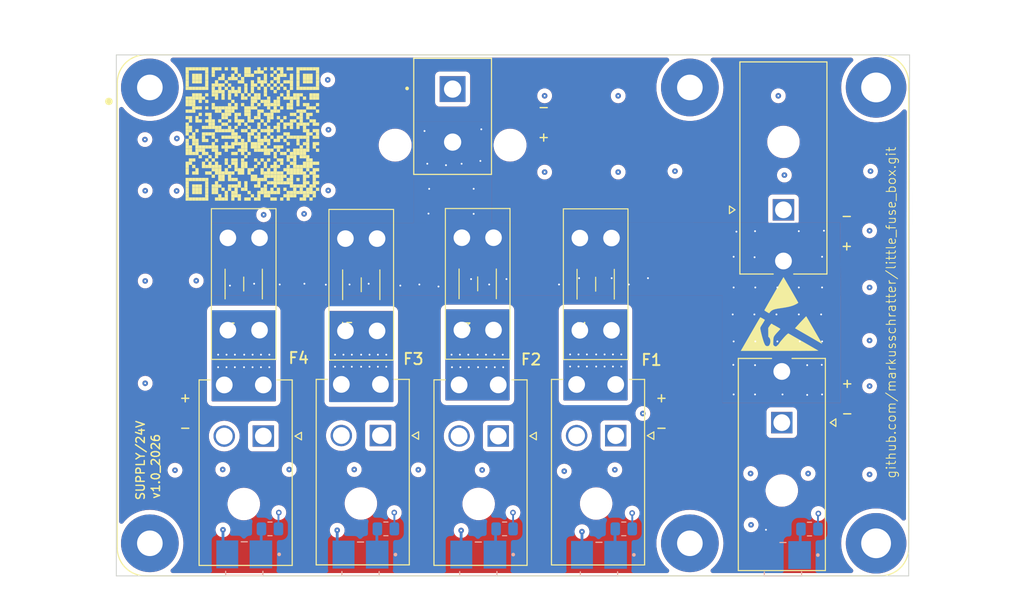
<source format=kicad_pcb>
(kicad_pcb (version 20221018) (generator pcbnew)
  (layers (0 "F.Cu" signal) (1 "In1.Cu" power "GND") (2 "In2.Cu" power "VCC") (31 "B.Cu" signal) (34 "B.Paste" user) (35 "F.Paste" user) (36 "B.SilkS" user "B.Silkscreen") (37 "F.SilkS" user "F.Silkscreen") (38 "B.Mask" user) (39 "F.Mask" user) (44 "Edge.Cuts" user))
  (net 0 "")
  (net 1 "GND")
  (net 2 "VCC")
  (net 3 "Net-(D1-Pad1)")
  (net 4 "Net-(D1-Pad2)")
  (net 5 "Net-(D3-Pad1)")
  (net 6 "Net-(D3-Pad2)")
  (net 7 "Net-(D5-Pad1)")
  (net 8 "Net-(D5-Pad2)")
  (net 9 "Net-(D7-Pad1)")
  (net 10 "Net-(D7-Pad2)")
  (net 11 "Net-(D8-Pad1)")
  (footprint "768250002:MOLEX_768250002" (layer "F.Cu") (at 71.5518 -39.3446 180)
    (fp_text reference "J2" hide)
    (fp_text value "768250002")
  )
  (footprint "39-30-1040:MOLEX_39-30-1040" (layer "F.Cu") (at 28.2652 -15.0806)
    (fp_text reference "J5")
    (fp_text value "39-30-1040")
  )
  (footprint "RASPBERRY_PI_4B_4GB:MODULE_RASPBERRY_PI_4B_4GB" (layer "F.Cu") (at 42.5 -28)
    (fp_text reference "U1" hide)
    (fp_text value "RASPBERRY_PCB")
  )
  (footprint "Fuse:Fuseholder_Blade_Mini_Keystone_3568" (layer "F.Cu") (at 27.9044 -36.2514 -90)
    (fp_text reference "F4" hide)
    (fp_text value "Keystone_3568" hide)
  )
  (footprint "39-30-1040:MOLEX_39-30-1040" (layer "F.Cu") (at 40.9144 -15.0298)
    (fp_text reference "J3")
    (fp_text value "39-30-1040")
  )
  (footprint "768250002:MOLEX_768250002" (layer "F.Cu") (at 71.374 -16.471)
    (fp_text reference "J8" hide)
    (fp_text value "768250002")
  )
  (footprint "Symbol:ESD-Logo_8.9x8mm_SilkScreen" (layer "F.Cu") (at 71.3486 -28.1686)
    (fp_text reference "REF**" hide)
    (fp_text value "ESD-Logo_8.9x8mm_SilkScreen" hide)
  )
  (footprint "172065-0002:MOLEX_172065-0002" (layer "F.Cu") (at 36.0172 -49.474)
    (fp_text reference "J4" hide)
    (fp_text value "172065-0002")
  )
  (footprint "Fuse:Fuseholder_Blade_Mini_Keystone_3568" (layer "F.Cu") (at 40.4114 -36.3474 -90)
    (fp_text reference "F2" hide)
    (fp_text value "Keystone_3568" hide)
  )
  (footprint "Fuse:Fuseholder_Blade_Mini_Keystone_3568" (layer "F.Cu") (at 15.2806 -36.3288 -90)
    (fp_text reference "F7" hide)
    (fp_text value "Keystone_3568" hide)
  )
  (footprint "Fuse:Fuseholder_Blade_Mini_Keystone_3568" (layer "F.Cu") (at 53.0824 -36.3106 -90)
    (fp_text reference "F1" hide)
    (fp_text value "Keystone_3568" hide)
  )
  (footprint "39-30-1040:MOLEX_39-30-1040" (layer "F.Cu") (at 53.535 -15.0724)
    (fp_text reference "J1")
    (fp_text value "39-30-1040")
  )
  (footprint "39-30-1040:MOLEX_39-30-1040" (layer "F.Cu") (at 15.689 -15.0216)
    (fp_text reference "J6")
    (fp_text value "39-30-1040")
  )
  (footprint "Resistor_SMD:R_0805_2012Metric" (layer "B.Cu") (at 28.85 -5.05)
    (fp_text reference "R6" hide)
    (fp_text value "1.1k")
  )
  (footprint "Resistor_SMD:R_0805_2012Metric" (layer "B.Cu") (at 54.4 -5.05)
    (fp_text reference "R2" hide)
    (fp_text value "1.1k")
  )
  (footprint "LS_A67K-J1L2-1-0-2-R33-Z:LED_LS_A67K-J1L2-1-0-2-R33-Z" (layer "B.Cu") (at 13.6398 -2.3114 180)
    (fp_text reference "D7" hide)
    (fp_text value "LS_A67K-J1L2-1-0-2-R33-Z")
  )
  (footprint "Resistor_SMD:R_0805_2012Metric" (layer "B.Cu") (at 16.4 -5.05)
    (fp_text reference "R8" hide)
    (fp_text value "1.1k")
  )
  (footprint "Resistor_SMD:R_0805_2012Metric" (layer "B.Cu") (at 74.3458 -5.0292)
    (fp_text reference "R5" hide)
    (fp_text value "1.1k")
  )
  (footprint "LS_A67K-J1L2-1-0-2-R33-Z:LED_LS_A67K-J1L2-1-0-2-R33-Z" (layer "B.Cu") (at 38.7763 -2.286 180)
    (fp_text reference "D3" hide)
    (fp_text value "LS_A67K-J1L2-1-0-2-R33-Z")
  )
  (footprint "LS_A67K-J1L2-1-0-2-R33-Z:LED_LS_A67K-J1L2-1-0-2-R33-Z" (layer "B.Cu") (at 71.4972 -2.2352 180)
    (fp_text reference "D8" hide)
    (fp_text value "LS_A67K-J1L2-1-0-2-R33-Z")
  )
  (footprint "LS_A67K-J1L2-1-0-2-R33-Z:LED_LS_A67K-J1L2-1-0-2-R33-Z" (layer "B.Cu") (at 26.1271 -2.286 180)
    (fp_text reference "D5" hide)
    (fp_text value "LS_A67K-J1L2-1-0-2-R33-Z")
  )
  (footprint "LS_A67K-J1L2-1-0-2-R33-Z:LED_LS_A67K-J1L2-1-0-2-R33-Z" (layer "B.Cu") (at 51.736 -2.2587 180)
    (fp_text reference "D1" hide)
    (fp_text value "LS_A67K-J1L2-1-0-2-R33-Z")
  )
  (footprint "Resistor_SMD:R_0805_2012Metric" (layer "B.Cu") (at 41.6 -5.05)
    (fp_text reference "R3" hide)
    (fp_text value "1.1k")
  )
  (gr_poly (pts (xy 15.0368 -50.828799) (xy 14.6868 -50.828799) (xy 14.6868 -51.178799) (xy 15.0368 -51.178799)) (fill solid) (layer "F.SilkS"))
  (gr_poly (pts (xy 8.386801 -45.228799) (xy 8.036801 -45.228799) (xy 8.036801 -45.578799) (xy 8.386801 -45.578799)) (fill solid) (layer "F.SilkS"))
  (gr_poly (pts (xy 15.7368 -52.928799) (xy 15.3868 -52.928799) (xy 15.3868 -53.278799) (xy 15.7368 -53.278799)) (fill solid) (layer "F.SilkS"))
  (gr_poly (pts (xy 8.736801 -41.7288) (xy 8.386801 -41.7288) (xy 8.386801 -42.0788) (xy 8.736801 -42.0788)) (fill solid) (layer "F.SilkS"))
  (gr_poly (pts (xy 11.886801 -40.6788) (xy 11.536801 -40.6788) (xy 11.536801 -41.0288) (xy 11.886801 -41.0288)) (fill solid) (layer "F.SilkS"))
  (gr_poly (pts (xy 13.9868 -53.978799) (xy 13.6368 -53.978799) (xy 13.6368 -54.328799) (xy 13.9868 -54.328799)) (fill solid) (layer "F.SilkS"))
  (gr_poly (pts (xy 12.9368 -42.4288) (xy 12.5868 -42.4288) (xy 12.5868 -42.7788) (xy 12.9368 -42.7788)) (fill solid) (layer "F.SilkS"))
  (gr_poly (pts (xy 9.7868 -51.528799) (xy 9.436801 -51.528799) (xy 9.436801 -51.878799) (xy 9.7868 -51.878799)) (fill solid) (layer "F.SilkS"))
  (gr_poly (pts (xy 9.436801 -46.9788) (xy 9.086801 -46.9788) (xy 9.086801 -47.3288) (xy 9.436801 -47.3288)) (fill solid) (layer "F.SilkS"))
  (gr_poly (pts (xy 13.9868 -40.3288) (xy 13.6368 -40.3288) (xy 13.6368 -40.6788) (xy 13.9868 -40.6788)) (fill solid) (layer "F.SilkS"))
  (gr_poly (pts (xy 10.486801 -43.478799) (xy 10.136801 -43.478799) (xy 10.136801 -43.828799) (xy 10.486801 -43.828799)) (fill solid) (layer "F.SilkS"))
  (gr_poly (pts (xy 10.836801 -52.928799) (xy 10.486801 -52.928799) (xy 10.486801 -53.278799) (xy 10.836801 -53.278799)) (fill solid) (layer "F.SilkS"))
  (gr_poly (pts (xy 17.136801 -53.278799) (xy 16.786801 -53.278799) (xy 16.786801 -53.628799) (xy 17.136801 -53.628799)) (fill solid) (layer "F.SilkS"))
  (gr_poly (pts (xy 19.5868 -48.0288) (xy 19.2368 -48.0288) (xy 19.2368 -48.3788) (xy 19.5868 -48.3788)) (fill solid) (layer "F.SilkS"))
  (gr_poly (pts (xy 9.7868 -42.078799) (xy 9.436801 -42.078799) (xy 9.436801 -42.428799) (xy 9.7868 -42.428799)) (fill solid) (layer "F.SilkS"))
  (gr_poly (pts (xy 12.2368 -51.528799) (xy 11.886801 -51.528799) (xy 11.886801 -51.878799) (xy 12.2368 -51.878799)) (fill solid) (layer "F.SilkS"))
  (gr_poly (pts (xy 19.936801 -48.3788) (xy 19.586801 -48.3788) (xy 19.586801 -48.7288) (xy 19.936801 -48.7288)) (fill solid) (layer "F.SilkS"))
  (gr_poly (pts (xy 18.536801 -46.9788) (xy 18.186801 -46.9788) (xy 18.186801 -47.3288) (xy 18.536801 -47.3288)) (fill solid) (layer "F.SilkS"))
  (gr_poly (pts (xy 20.6368 -44.528799) (xy 20.286801 -44.528799) (xy 20.286801 -44.878799) (xy 20.6368 -44.878799)) (fill solid) (layer "F.SilkS"))
  (gr_poly (pts (xy 21.3368 -46.2788) (xy 20.9868 -46.2788) (xy 20.9868 -46.6288) (xy 21.3368 -46.6288)) (fill solid) (layer "F.SilkS"))
  (gr_poly (pts (xy 13.2868 -52.2288) (xy 12.9368 -52.2288) (xy 12.9368 -52.578799) (xy 13.2868 -52.578799)) (fill solid) (layer "F.SilkS"))
  (gr_poly (pts (xy 18.8868 -52.578799) (xy 18.5368 -52.578799) (xy 18.5368 -52.928799) (xy 18.8868 -52.928799)) (fill solid) (layer "F.SilkS"))
  (gr_poly (pts (xy 15.7368 -47.6788) (xy 15.3868 -47.6788) (xy 15.3868 -48.0288) (xy 15.7368 -48.0288)) (fill solid) (layer "F.SilkS"))
  (gr_poly (pts (xy 16.086801 -50.478799) (xy 15.736802 -50.478799) (xy 15.736802 -50.828799) (xy 16.086801 -50.828799)) (fill solid) (layer "F.SilkS"))
  (gr_poly (pts (xy 18.8868 -41.0288) (xy 18.5368 -41.0288) (xy 18.5368 -41.3788) (xy 18.8868 -41.3788)) (fill solid) (layer "F.SilkS"))
  (gr_poly (pts (xy 7.686801 -41.0288) (xy 7.336801 -41.0288) (xy 7.336801 -41.3788) (xy 7.686801 -41.3788)) (fill solid) (layer "F.SilkS"))
  (gr_poly (pts (xy 17.486801 -53.628799) (xy 17.136801 -53.628799) (xy 17.136801 -53.978799) (xy 17.486801 -53.978799)) (fill solid) (layer "F.SilkS"))
  (gr_poly (pts (xy 14.3368 -49.7788) (xy 13.9868 -49.7788) (xy 13.9868 -50.128799) (xy 14.3368 -50.128799)) (fill solid) (layer "F.SilkS"))
  (gr_poly (pts (xy 21.6868 -42.078799) (xy 21.3368 -42.078799) (xy 21.3368 -42.428799) (xy 21.6868 -42.428799)) (fill solid) (layer "F.SilkS"))
  (gr_poly (pts (xy 16.086801 -44.178799) (xy 15.736802 -44.178799) (xy 15.736802 -44.528799) (xy 16.086801 -44.528799)) (fill solid) (layer "F.SilkS"))
  (gr_poly (pts (xy 21.3368 -42.4288) (xy 20.9868 -42.4288) (xy 20.9868 -42.7788) (xy 21.3368 -42.7788)) (fill solid) (layer "F.SilkS"))
  (gr_poly (pts (xy 11.536801 -40.3288) (xy 11.186801 -40.3288) (xy 11.186801 -40.6788) (xy 11.536801 -40.6788)) (fill solid) (layer "F.SilkS"))
  (gr_poly (pts (xy 13.6368 -45.228799) (xy 13.2868 -45.228799) (xy 13.2868 -45.578799) (xy 13.6368 -45.578799)) (fill solid) (layer "F.SilkS"))
  (gr_poly (pts (xy 16.436801 -50.828799) (xy 16.086801 -50.828799) (xy 16.086801 -51.178799) (xy 16.436801 -51.178799)) (fill solid) (layer "F.SilkS"))
  (gr_poly (pts (xy 17.486801 -49.7788) (xy 17.136801 -49.7788) (xy 17.136801 -50.128799) (xy 17.486801 -50.128799)) (fill solid) (layer "F.SilkS"))
  (gr_poly (pts (xy 15.3868 -44.178799) (xy 15.0368 -44.178799) (xy 15.0368 -44.528799) (xy 15.3868 -44.528799)) (fill solid) (layer "F.SilkS"))
  (gr_poly (pts (xy 16.436801 -45.228799) (xy 16.086801 -45.228799) (xy 16.086801 -45.578799) (xy 16.436801 -45.578799)) (fill solid) (layer "F.SilkS"))
  (gr_poly (pts (xy 15.3868 -47.3288) (xy 15.0368 -47.3288) (xy 15.0368 -47.678799) (xy 15.3868 -47.678799)) (fill solid) (layer "F.SilkS"))
  (gr_poly (pts (xy 19.936801 -46.9788) (xy 19.586801 -46.9788) (xy 19.586801 -47.3288) (xy 19.936801 -47.3288)) (fill solid) (layer "F.SilkS"))
  (gr_poly (pts (xy 17.486801 -42.4288) (xy 17.136801 -42.4288) (xy 17.136801 -42.7788) (xy 17.486801 -42.7788)) (fill solid) (layer "F.SilkS"))
  (gr_poly (pts (xy 18.8868 -42.778799) (xy 18.5368 -42.778799) (xy 18.5368 -43.128799) (xy 18.8868 -43.128799)) (fill solid) (layer "F.SilkS"))
  (gr_poly (pts (xy 7.686801 -54.328799) (xy 7.336801 -54.328799) (xy 7.336801 -54.678799) (xy 7.686801 -54.678799)) (fill solid) (layer "F.SilkS"))
  (gr_poly (pts (xy 16.086801 -43.1288) (xy 15.736802 -43.1288) (xy 15.736802 -43.4788) (xy 16.086801 -43.4788)) (fill solid) (layer "F.SilkS"))
  (gr_poly (pts (xy 19.236801 -48.7288) (xy 18.886801 -48.7288) (xy 18.886801 -49.0788) (xy 19.236801 -49.0788)) (fill solid) (layer "F.SilkS"))
  (gr_poly (pts (xy 11.186801 -40.6788) (xy 10.836801 -40.6788) (xy 10.836801 -41.0288) (xy 11.186801 -41.0288)) (fill solid) (layer "F.SilkS"))
  (gr_poly (pts (xy 11.186801 -50.128799) (xy 10.836801 -50.128799) (xy 10.836801 -50.478799) (xy 11.186801 -50.478799)) (fill solid) (layer "F.SilkS"))
  (gr_poly (pts (xy 18.536801 -42.4288) (xy 18.186801 -42.4288) (xy 18.186801 -42.7788) (xy 18.536801 -42.7788)) (fill solid) (layer "F.SilkS"))
  (gr_poly (pts (xy 9.436801 -51.178799) (xy 9.086801 -51.178799) (xy 9.086801 -51.528799) (xy 9.436801 -51.528799)) (fill solid) (layer "F.SilkS"))
  (gr_poly (pts (xy 16.436801 -47.6788) (xy 16.086801 -47.6788) (xy 16.086801 -48.0288) (xy 16.436801 -48.0288)) (fill solid) (layer "F.SilkS"))
  (gr_poly (pts (xy 14.3368 -49.0788) (xy 13.9868 -49.0788) (xy 13.9868 -49.4288) (xy 14.3368 -49.4288)) (fill solid) (layer "F.SilkS"))
  (gr_poly (pts (xy 13.9868 -51.178799) (xy 13.6368 -51.178799) (xy 13.6368 -51.528799) (xy 13.9868 -51.528799)) (fill solid) (layer "F.SilkS"))
  (gr_poly (pts (xy 18.536801 -48.3788) (xy 18.186801 -48.3788) (xy 18.186801 -48.7288) (xy 18.536801 -48.7288)) (fill solid) (layer "F.SilkS"))
  (gr_poly (pts (xy 16.086801 -51.528799) (xy 15.736802 -51.528799) (xy 15.736802 -51.878799) (xy 16.086801 -51.878799)) (fill solid) (layer "F.SilkS"))
  (gr_poly (pts (xy 13.2868 -43.478799) (xy 12.9368 -43.478799) (xy 12.9368 -43.828799) (xy 13.2868 -43.828799)) (fill solid) (layer "F.SilkS"))
  (gr_poly (pts (xy 12.9368 -43.8288) (xy 12.5868 -43.8288) (xy 12.5868 -44.178799) (xy 12.9368 -44.178799)) (fill solid) (layer "F.SilkS"))
  (gr_poly (pts (xy 9.436801 -45.928799) (xy 9.086801 -45.928799) (xy 9.086801 -46.278798) (xy 9.436801 -46.278798)) (fill solid) (layer "F.SilkS"))
  (gr_poly (pts (xy 19.236801 -40.6788) (xy 18.886801 -40.6788) (xy 18.886801 -41.0288) (xy 19.236801 -41.0288)) (fill solid) (layer "F.SilkS"))
  (gr_poly (pts (xy 11.536801 -53.628799) (xy 11.186801 -53.628799) (xy 11.186801 -53.978799) (xy 11.536801 -53.978799)) (fill solid) (layer "F.SilkS"))
  (gr_poly (pts (xy 15.0368 -45.928799) (xy 14.6868 -45.928799) (xy 14.6868 -46.278798) (xy 15.0368 -46.278798)) (fill solid) (layer "F.SilkS"))
  (gr_poly (pts (xy 10.836801 -49.7788) (xy 10.486801 -49.7788) (xy 10.486801 -50.128799) (xy 10.836801 -50.128799)) (fill solid) (layer "F.SilkS"))
  (gr_poly (pts (xy 18.8868 -50.478799) (xy 18.5368 -50.478799) (xy 18.5368 -50.828799) (xy 18.8868 -50.828799)) (fill solid) (layer "F.SilkS"))
  (gr_poly (pts (xy 10.486801 -43.8288) (xy 10.136801 -43.8288) (xy 10.136801 -44.178799) (xy 10.486801 -44.178799)) (fill solid) (layer "F.SilkS"))
  (gr_poly (pts (xy 18.536801 -46.2788) (xy 18.186801 -46.2788) (xy 18.186801 -46.6288) (xy 18.536801 -46.6288)) (fill solid) (layer "F.SilkS"))
  (gr_poly (pts (xy 19.236801 -43.1288) (xy 18.886801 -43.1288) (xy 18.886801 -43.4788) (xy 19.236801 -43.4788)) (fill solid) (layer "F.SilkS"))
  (gr_poly (pts (xy 20.2868 -49.7788) (xy 19.9368 -49.7788) (xy 19.9368 -50.128799) (xy 20.2868 -50.128799)) (fill solid) (layer "F.SilkS"))
  (gr_poly (pts (xy 8.736801 -52.2288) (xy 8.386801 -52.2288) (xy 8.386801 -52.578799) (xy 8.736801 -52.578799)) (fill solid) (layer "F.SilkS"))
  (gr_poly (pts (xy 7.686801 -45.228799) (xy 7.336801 -45.228799) (xy 7.336801 -45.578799) (xy 7.686801 -45.578799)) (fill solid) (layer "F.SilkS"))
  (gr_poly (pts (xy 10.836801 -42.078799) (xy 10.486801 -42.078799) (xy 10.486801 -42.428799) (xy 10.836801 -42.428799)) (fill solid) (layer "F.SilkS"))
  (gr_poly (pts (xy 15.0368 -43.8288) (xy 14.6868 -43.8288) (xy 14.6868 -44.178799) (xy 15.0368 -44.178799)) (fill solid) (layer "F.SilkS"))
  (gr_poly (pts (xy 12.2368 -50.128799) (xy 11.886801 -50.128799) (xy 11.886801 -50.478799) (xy 12.2368 -50.478799)) (fill solid) (layer "F.SilkS"))
  (gr_poly (pts (xy 18.536801 -52.928799) (xy 18.186801 -52.928799) (xy 18.186801 -53.278799) (xy 18.536801 -53.278799)) (fill solid) (layer "F.SilkS"))
  (gr_poly (pts (xy 14.3368 -54.328799) (xy 13.9868 -54.328799) (xy 13.9868 -54.678799) (xy 14.3368 -54.678799)) (fill solid) (layer "F.SilkS"))
  (gr_poly (pts (xy 21.3368 -41.0288) (xy 20.9868 -41.0288) (xy 20.9868 -41.3788) (xy 21.3368 -41.3788)) (fill solid) (layer "F.SilkS"))
  (gr_poly (pts (xy 10.136801 -49.0788) (xy 9.786801 -49.0788) (xy 9.786801 -49.4288) (xy 10.136801 -49.4288)) (fill solid) (layer "F.SilkS"))
  (gr_poly (pts (xy 10.836801 -43.478799) (xy 10.486801 -43.478799) (xy 10.486801 -43.828799) (xy 10.836801 -43.828799)) (fill solid) (layer "F.SilkS"))
  (gr_poly (pts (xy 19.5868 -52.578799) (xy 19.2368 -52.578799) (xy 19.2368 -52.928799) (xy 19.5868 -52.928799)) (fill solid) (layer "F.SilkS"))
  (gr_poly (pts (xy 12.5868 -50.828799) (xy 12.2368 -50.828799) (xy 12.2368 -51.178799) (xy 12.5868 -51.178799)) (fill solid) (layer "F.SilkS"))
  (gr_poly (pts (xy 16.786801 -47.6788) (xy 16.436801 -47.6788) (xy 16.436801 -48.0288) (xy 16.786801 -48.0288)) (fill solid) (layer "F.SilkS"))
  (gr_poly (pts (xy 16.786801 -45.578799) (xy 16.436801 -45.578799) (xy 16.436801 -45.928799) (xy 16.786801 -45.928799)) (fill solid) (layer "F.SilkS"))
  (gr_poly (pts (xy 10.836801 -51.878799) (xy 10.486801 -51.878799) (xy 10.486801 -52.228799) (xy 10.836801 -52.228799)) (fill solid) (layer "F.SilkS"))
  (gr_poly (pts (xy 17.136801 -46.6288) (xy 16.786801 -46.6288) (xy 16.786801 -46.9788) (xy 17.136801 -46.9788)) (fill solid) (layer "F.SilkS"))
  (gr_poly (pts (xy 10.486801 -45.928799) (xy 10.136801 -45.928799) (xy 10.136801 -46.278798) (xy 10.486801 -46.278798)) (fill solid) (layer "F.SilkS"))
  (gr_poly (pts (xy 19.5868 -53.628799) (xy 19.2368 -53.628799) (xy 19.2368 -53.978799) (xy 19.5868 -53.978799)) (fill solid) (layer "F.SilkS"))
  (gr_poly (pts (xy 10.836801 -46.6288) (xy 10.486801 -46.6288) (xy 10.486801 -46.9788) (xy 10.836801 -46.9788)) (fill solid) (layer "F.SilkS"))
  (gr_poly (pts (xy 20.6368 -48.3788) (xy 20.286801 -48.3788) (xy 20.286801 -48.7288) (xy 20.6368 -48.7288)) (fill solid) (layer "F.SilkS"))
  (gr_poly (pts (xy 21.6868 -52.578799) (xy 21.3368 -52.578799) (xy 21.3368 -52.928799) (xy 21.6868 -52.928799)) (fill solid) (layer "F.SilkS"))
  (gr_poly (pts (xy 15.3868 -42.078799) (xy 15.0368 -42.078799) (xy 15.0368 -42.428799) (xy 15.3868 -42.428799)) (fill solid) (layer "F.SilkS"))
  (gr_poly (pts (xy 11.886801 -50.128799) (xy 11.536801 -50.128799) (xy 11.536801 -50.478799) (xy 11.886801 -50.478799)) (fill solid) (layer "F.SilkS"))
  (gr_poly (pts (xy 10.486801 -50.128799) (xy 10.136801 -50.128799) (xy 10.136801 -50.478799) (xy 10.486801 -50.478799)) (fill solid) (layer "F.SilkS"))
  (gr_poly (pts (xy 20.6368 -41.3788) (xy 20.286801 -41.3788) (xy 20.286801 -41.728799) (xy 20.6368 -41.728799)) (fill solid) (layer "F.SilkS"))
  (gr_poly (pts (xy 9.436801 -52.2288) (xy 9.086801 -52.2288) (xy 9.086801 -52.578799) (xy 9.436801 -52.578799)) (fill solid) (layer "F.SilkS"))
  (gr_poly (pts (xy 8.736801 -54.328799) (xy 8.386801 -54.328799) (xy 8.386801 -54.678799) (xy 8.736801 -54.678799)) (fill solid) (layer "F.SilkS"))
  (gr_poly (pts (xy 18.8868 -50.128799) (xy 18.5368 -50.128799) (xy 18.5368 -50.478799) (xy 18.8868 -50.478799)) (fill solid) (layer "F.SilkS"))
  (gr_poly (pts (xy 12.9368 -46.2788) (xy 12.5868 -46.2788) (xy 12.5868 -46.6288) (xy 12.9368 -46.6288)) (fill solid) (layer "F.SilkS"))
  (gr_poly (pts (xy 8.386801 -53.278799) (xy 8.036801 -53.278799) (xy 8.036801 -53.628799) (xy 8.386801 -53.628799)) (fill solid) (layer "F.SilkS"))
  (gr_poly (pts (xy 8.386801 -53.628799) (xy 8.036801 -53.628799) (xy 8.036801 -53.978799) (xy 8.386801 -53.978799)) (fill solid) (layer "F.SilkS"))
  (gr_poly (pts (xy 13.6368 -44.528799) (xy 13.2868 -44.528799) (xy 13.2868 -44.878799) (xy 13.6368 -44.878799)) (fill solid) (layer "F.SilkS"))
  (gr_poly (pts (xy 19.5868 -51.178799) (xy 19.2368 -51.178799) (xy 19.2368 -51.528799) (xy 19.5868 -51.528799)) (fill solid) (layer "F.SilkS"))
  (gr_poly (pts (xy 19.936801 -49.4288) (xy 19.586801 -49.4288) (xy 19.586801 -49.7788) (xy 19.936801 -49.7788)) (fill solid) (layer "F.SilkS"))
  (gr_poly (pts (xy 14.3368 -46.6288) (xy 13.9868 -46.6288) (xy 13.9868 -46.9788) (xy 14.3368 -46.9788)) (fill solid) (layer "F.SilkS"))
  (gr_poly (pts (xy 12.2368 -42.4288) (xy 11.886801 -42.4288) (xy 11.886801 -42.7788) (xy 12.2368 -42.7788)) (fill solid) (layer "F.SilkS"))
  (gr_poly (pts (xy 8.736801 -49.0788) (xy 8.386801 -49.0788) (xy 8.386801 -49.4288) (xy 8.736801 -49.4288)) (fill solid) (layer "F.SilkS"))
  (gr_poly (pts (xy 20.2868 -52.2288) (xy 19.9368 -52.2288) (xy 19.9368 -52.578799) (xy 20.2868 -52.578799)) (fill solid) (layer "F.SilkS"))
  (gr_poly (pts (xy 8.736801 -47.6788) (xy 8.386801 -47.6788) (xy 8.386801 -48.0288) (xy 8.736801 -48.0288)) (fill solid) (layer "F.SilkS"))
  (gr_poly (pts (xy 11.536801 -52.578799) (xy 11.186801 -52.578799) (xy 11.186801 -52.928799) (xy 11.536801 -52.928799)) (fill solid) (layer "F.SilkS"))
  (gr_poly (pts (xy 20.6368 -50.128799) (xy 20.286801 -50.128799) (xy 20.286801 -50.478799) (xy 20.6368 -50.478799)) (fill solid) (layer "F.SilkS"))
  (gr_poly (pts (xy 9.086801 -51.178799) (xy 8.736801 -51.178799) (xy 8.736801 -51.528799) (xy 9.086801 -51.528799)) (fill solid) (layer "F.SilkS"))
  (gr_poly (pts (xy 8.386801 -49.7788) (xy 8.036801 -49.7788) (xy 8.036801 -50.128799) (xy 8.386801 -50.128799)) (fill solid) (layer "F.SilkS"))
  (gr_poly (pts (xy 19.5868 -43.1288) (xy 19.2368 -43.1288) (xy 19.2368 -43.4788) (xy 19.5868 -43.4788)) (fill solid) (layer "F.SilkS"))
  (gr_poly (pts (xy 7.686801 -44.178799) (xy 7.336801 -44.178799) (xy 7.336801 -44.528799) (xy 7.686801 -44.528799)) (fill solid) (layer "F.SilkS"))
  (gr_poly (pts (xy 8.736801 -51.528799) (xy 8.386801 -51.528799) (xy 8.386801 -51.878799) (xy 8.736801 -51.878799)) (fill solid) (layer "F.SilkS"))
  (gr_poly (pts (xy 19.936801 -45.228799) (xy 19.586801 -45.228799) (xy 19.586801 -45.578799) (xy 19.936801 -45.578799)) (fill solid) (layer "F.SilkS"))
  (gr_poly (pts (xy 12.5868 -47.3288) (xy 12.2368 -47.3288) (xy 12.2368 -47.678799) (xy 12.5868 -47.678799)) (fill solid) (layer "F.SilkS"))
  (gr_poly (pts (xy 14.3368 -43.478799) (xy 13.9868 -43.478799) (xy 13.9868 -43.828799) (xy 14.3368 -43.828799)) (fill solid) (layer "F.SilkS"))
  (gr_poly (pts (xy 17.136801 -50.828799) (xy 16.786801 -50.828799) (xy 16.786801 -51.178799) (xy 17.136801 -51.178799)) (fill solid) (layer "F.SilkS"))
  (gr_poly (pts (xy 12.2368 -51.878799) (xy 11.886801 -51.878799) (xy 11.886801 -52.228799) (xy 12.2368 -52.228799)) (fill solid) (layer "F.SilkS"))
  (gr_poly (pts (xy 13.6368 -51.178799) (xy 13.2868 -51.178799) (xy 13.2868 -51.528799) (xy 13.6368 -51.528799)) (fill solid) (layer "F.SilkS"))
  (gr_poly (pts (xy 21.6868 -48.3788) (xy 21.3368 -48.3788) (xy 21.3368 -48.7288) (xy 21.6868 -48.7288)) (fill solid) (layer "F.SilkS"))
  (gr_poly (pts (xy 10.836801 -50.128799) (xy 10.486801 -50.128799) (xy 10.486801 -50.478799) (xy 10.836801 -50.478799)) (fill solid) (layer "F.SilkS"))
  (gr_poly (pts (xy 10.136801 -43.1288) (xy 9.786801 -43.1288) (xy 9.786801 -43.4788) (xy 10.136801 -43.4788)) (fill solid) (layer "F.SilkS"))
  (gr_poly (pts (xy 8.036801 -54.328799) (xy 7.686801 -54.328799) (xy 7.686801 -54.678799) (xy 8.036801 -54.678799)) (fill solid) (layer "F.SilkS"))
  (gr_poly (pts (xy 11.186801 -48.0288) (xy 10.836801 -48.0288) (xy 10.836801 -48.3788) (xy 11.186801 -48.3788)) (fill solid) (layer "F.SilkS"))
  (gr_poly (pts (xy 7.686801 -49.7788) (xy 7.336801 -49.7788) (xy 7.336801 -50.128799) (xy 7.686801 -50.128799)) (fill solid) (layer "F.SilkS"))
  (gr_poly (pts (xy 17.136801 -41.7288) (xy 16.786801 -41.7288) (xy 16.786801 -42.0788) (xy 17.136801 -42.0788)) (fill solid) (layer "F.SilkS"))
  (gr_poly (pts (xy 10.836801 -41.3788) (xy 10.486801 -41.3788) (xy 10.486801 -41.728799) (xy 10.836801 -41.728799)) (fill solid) (layer "F.SilkS"))
  (gr_poly (pts (xy 14.6868 -48.7288) (xy 14.336801 -48.7288) (xy 14.336801 -49.0788) (xy 14.6868 -49.0788)) (fill solid) (layer "F.SilkS"))
  (gr_poly (pts (xy 16.086801 -49.4288) (xy 15.736802 -49.4288) (xy 15.736802 -49.7788) (xy 16.086801 -49.7788)) (fill solid) (layer "F.SilkS"))
  (gr_poly (pts (xy 8.386801 -41.0288) (xy 8.036801 -41.0288) (xy 8.036801 -41.3788) (xy 8.386801 -41.3788)) (fill solid) (layer "F.SilkS"))
  (gr_poly (pts (xy 10.836801 -45.928799) (xy 10.486801 -45.928799) (xy 10.486801 -46.278798) (xy 10.836801 -46.278798)) (fill solid) (layer "F.SilkS"))
  (gr_poly (pts (xy 8.386801 -47.3288) (xy 8.036801 -47.3288) (xy 8.036801 -47.678799) (xy 8.386801 -47.678799)) (fill solid) (layer "F.SilkS"))
  (gr_poly (pts (xy 20.9868 -48.7288) (xy 20.6368 -48.7288) (xy 20.6368 -49.0788) (xy 20.9868 -49.0788)) (fill solid) (layer "F.SilkS"))
  (gr_poly (pts (xy 9.086801 -45.578799) (xy 8.736801 -45.578799) (xy 8.736801 -45.928799) (xy 9.086801 -45.928799)) (fill solid) (layer "F.SilkS"))
  (gr_poly (pts (xy 11.536801 -50.128799) (xy 11.186801 -50.128799) (xy 11.186801 -50.478799) (xy 11.536801 -50.478799)) (fill solid) (layer "F.SilkS"))
  (gr_poly (pts (xy 10.836801 -41.0288) (xy 10.486801 -41.0288) (xy 10.486801 -41.3788) (xy 10.836801 -41.3788)) (fill solid) (layer "F.SilkS"))
  (gr_poly (pts (xy 10.836801 -40.3288) (xy 10.486801 -40.3288) (xy 10.486801 -40.6788) (xy 10.836801 -40.6788)) (fill solid) (layer "F.SilkS"))
  (gr_poly (pts (xy 8.036801 -49.7788) (xy 7.686801 -49.7788) (xy 7.686801 -50.128799) (xy 8.036801 -50.128799)) (fill solid) (layer "F.SilkS"))
  (gr_poly (pts (xy 20.9868 -51.528799) (xy 20.6368 -51.528799) (xy 20.6368 -51.878799) (xy 20.9868 -51.878799)) (fill solid) (layer "F.SilkS"))
  (gr_poly (pts (xy 10.136801 -47.3288) (xy 9.786801 -47.3288) (xy 9.786801 -47.678799) (xy 10.136801 -47.678799)) (fill solid) (layer "F.SilkS"))
  (gr_poly (pts (xy 15.7368 -46.6288) (xy 15.3868 -46.6288) (xy 15.3868 -46.9788) (xy 15.7368 -46.9788)) (fill solid) (layer "F.SilkS"))
  (gr_poly (pts (xy 10.836801 -51.178799) (xy 10.486801 -51.178799) (xy 10.486801 -51.528799) (xy 10.836801 -51.528799)) (fill solid) (layer "F.SilkS"))
  (gr_poly (pts (xy 21.6868 -51.178799) (xy 21.3368 -51.178799) (xy 21.3368 -51.528799) (xy 21.6868 -51.528799)) (fill solid) (layer "F.SilkS"))
  (gr_poly (pts (xy 12.5868 -45.228799) (xy 12.2368 -45.228799) (xy 12.2368 -45.578799) (xy 12.5868 -45.578799)) (fill solid) (layer "F.SilkS"))
  (gr_poly (pts (xy 15.3868 -50.478799) (xy 15.0368 -50.478799) (xy 15.0368 -50.828799) (xy 15.3868 -50.828799)) (fill solid) (layer "F.SilkS"))
  (gr_poly (pts (xy 9.7868 -40.3288) (xy 9.436801 -40.3288) (xy 9.436801 -40.6788) (xy 9.7868 -40.6788)) (fill solid) (layer "F.SilkS"))
  (gr_poly (pts (xy 8.386801 -40.3288) (xy 8.036801 -40.3288) (xy 8.036801 -40.6788) (xy 8.386801 -40.6788)) (fill solid) (layer "F.SilkS"))
  (gr_poly (pts (xy 18.8868 -48.3788) (xy 18.5368 -48.3788) (xy 18.5368 -48.7288) (xy 18.8868 -48.7288)) (fill solid) (layer "F.SilkS"))
  (gr_poly (pts (xy 15.3868 -52.928799) (xy 15.0368 -52.928799) (xy 15.0368 -53.278799) (xy 15.3868 -53.278799)) (fill solid) (layer "F.SilkS"))
  (gr_poly (pts (xy 20.9868 -51.178799) (xy 20.6368 -51.178799) (xy 20.6368 -51.528799) (xy 20.9868 -51.528799)) (fill solid) (layer "F.SilkS"))
  (gr_poly (pts (xy 20.2868 -42.778799) (xy 19.9368 -42.778799) (xy 19.9368 -43.128799) (xy 20.2868 -43.128799)) (fill solid) (layer "F.SilkS"))
  (gr_poly (pts (xy 8.736801 -53.278799) (xy 8.386801 -53.278799) (xy 8.386801 -53.628799) (xy 8.736801 -53.628799)) (fill solid) (layer "F.SilkS"))
  (gr_poly (pts (xy 15.3868 -54.328799) (xy 15.0368 -54.328799) (xy 15.0368 -54.678799) (xy 15.3868 -54.678799)) (fill solid) (layer "F.SilkS"))
  (gr_poly (pts (xy 13.9868 -43.8288) (xy 13.6368 -43.8288) (xy 13.6368 -44.178799) (xy 13.9868 -44.178799)) (fill solid) (layer "F.SilkS"))
  (gr_poly (pts (xy 19.5868 -43.478799) (xy 19.2368 -43.478799) (xy 19.2368 -43.828799) (xy 19.5868 -43.828799)) (fill solid) (layer "F.SilkS"))
  (gr_poly (pts (xy 18.8868 -45.228799) (xy 18.5368 -45.228799) (xy 18.5368 -45.578799) (xy 18.8868 -45.578799)) (fill solid) (layer "F.SilkS"))
  (gr_poly (pts (xy 8.036801 -52.2288) (xy 7.686801 -52.2288) (xy 7.686801 -52.578799) (xy 8.036801 -52.578799)) (fill solid) (layer "F.SilkS"))
  (gr_poly (pts (xy 19.936801 -49.7788) (xy 19.586801 -49.7788) (xy 19.586801 -50.128799) (xy 19.936801 -50.128799)) (fill solid) (layer "F.SilkS"))
  (gr_poly (pts (xy 20.6368 -52.928799) (xy 20.286801 -52.928799) (xy 20.286801 -53.278799) (xy 20.6368 -53.278799)) (fill solid) (layer "F.SilkS"))
  (gr_poly (pts (xy 20.2868 -47.6788) (xy 19.9368 -47.6788) (xy 19.9368 -48.0288) (xy 20.2868 -48.0288)) (fill solid) (layer "F.SilkS"))
  (gr_poly (pts (xy 16.086801 -53.278799) (xy 15.736802 -53.278799) (xy 15.736802 -53.628799) (xy 16.086801 -53.628799)) (fill solid) (layer "F.SilkS"))
  (gr_poly (pts (xy 16.086801 -47.6788) (xy 15.736802 -47.6788) (xy 15.736802 -48.0288) (xy 16.086801 -48.0288)) (fill solid) (layer "F.SilkS"))
  (gr_poly (pts (xy 13.6368 -45.578799) (xy 13.2868 -45.578799) (xy 13.2868 -45.928799) (xy 13.6368 -45.928799)) (fill solid) (layer "F.SilkS"))
  (gr_poly (pts (xy 17.136801 -45.228799) (xy 16.786801 -45.228799) (xy 16.786801 -45.578799) (xy 17.136801 -45.578799)) (fill solid) (layer "F.SilkS"))
  (gr_poly (pts (xy 9.086801 -50.828799) (xy 8.736801 -50.828799) (xy 8.736801 -51.178799) (xy 9.086801 -51.178799)) (fill solid) (layer "F.SilkS"))
  (gr_poly (pts (xy 10.486801 -41.7288) (xy 10.136801 -41.7288) (xy 10.136801 -42.0788) (xy 10.486801 -42.0788)) (fill solid) (layer "F.SilkS"))
  (gr_poly (pts (xy 21.6868 -47.6788) (xy 21.3368 -47.6788) (xy 21.3368 -48.0288) (xy 21.6868 -48.0288)) (fill solid) (layer "F.SilkS"))
  (gr_poly (pts (xy 12.9368 -48.0288) (xy 12.5868 -48.0288) (xy 12.5868 -48.3788) (xy 12.9368 -48.3788)) (fill solid) (layer "F.SilkS"))
  (gr_poly (pts (xy 19.936801 -45.578799) (xy 19.586801 -45.578799) (xy 19.586801 -45.928799) (xy 19.936801 -45.928799)) (fill solid) (layer "F.SilkS"))
  (gr_poly (pts (xy 13.2868 -48.3788) (xy 12.9368 -48.3788) (xy 12.9368 -48.7288) (xy 13.2868 -48.7288)) (fill solid) (layer "F.SilkS"))
  (gr_poly (pts (xy 18.1868 -41.3788) (xy 17.836801 -41.3788) (xy 17.836801 -41.728799) (xy 18.1868 -41.728799)) (fill solid) (layer "F.SilkS"))
  (gr_poly (pts (xy 7.686801 -46.2788) (xy 7.336801 -46.2788) (xy 7.336801 -46.6288) (xy 7.686801 -46.6288)) (fill solid) (layer "F.SilkS"))
  (gr_poly (pts (xy 14.6868 -51.878799) (xy 14.336801 -51.878799) (xy 14.336801 -52.228799) (xy 14.6868 -52.228799)) (fill solid) (layer "F.SilkS"))
  (gr_poly (pts (xy 14.6868 -50.828799) (xy 14.336801 -50.828799) (xy 14.336801 -51.178799) (xy 14.6868 -51.178799)) (fill solid) (layer "F.SilkS"))
  (gr_poly (pts (xy 11.886801 -54.328799) (xy 11.536801 -54.328799) (xy 11.536801 -54.678799) (xy 11.886801 -54.678799)) (fill solid) (layer "F.SilkS"))
  (gr_poly (pts (xy 16.086801 -43.8288) (xy 15.736802 -43.8288) (xy 15.736802 -44.178799) (xy 16.086801 -44.178799)) (fill solid) (layer "F.SilkS"))
  (gr_poly (pts (xy 16.436801 -43.1288) (xy 16.086801 -43.1288) (xy 16.086801 -43.4788) (xy 16.436801 -43.4788)) (fill solid) (layer "F.SilkS"))
  (gr_poly (pts (xy 11.536801 -41.3788) (xy 11.186801 -41.3788) (xy 11.186801 -41.728799) (xy 11.536801 -41.728799)) (fill solid) (layer "F.SilkS"))
  (gr_poly (pts (xy 12.2368 -43.8288) (xy 11.886801 -43.8288) (xy 11.886801 -44.178799) (xy 12.2368 -44.178799)) (fill solid) (layer "F.SilkS"))
  (gr_poly (pts (xy 7.686801 -51.178799) (xy 7.336801 -51.178799) (xy 7.336801 -51.528799) (xy 7.686801 -51.528799)) (fill solid) (layer "F.SilkS"))
  (gr_poly (pts (xy 11.186801 -42.778799) (xy 10.836801 -42.778799) (xy 10.836801 -43.128799) (xy 11.186801 -43.128799)) (fill solid) (layer "F.SilkS"))
  (gr_poly (pts (xy 12.2368 -49.7788) (xy 11.886801 -49.7788) (xy 11.886801 -50.128799) (xy 12.2368 -50.128799)) (fill solid) (layer "F.SilkS"))
  (gr_poly (pts (xy 8.386801 -41.7288) (xy 8.036801 -41.7288) (xy 8.036801 -42.0788) (xy 8.386801 -42.0788)) (fill solid) (layer "F.SilkS"))
  (gr_poly (pts (xy 15.0368 -50.128799) (xy 14.6868 -50.128799) (xy 14.6868 -50.478799) (xy 15.0368 -50.478799)) (fill solid) (layer "F.SilkS"))
  (gr_poly (pts (xy 20.9868 -41.3788) (xy 20.6368 -41.3788) (xy 20.6368 -41.728799) (xy 20.9868 -41.728799)) (fill solid) (layer "F.SilkS"))
  (gr_poly (pts (xy 17.136801 -51.878799) (xy 16.786801 -51.878799) (xy 16.786801 -52.228799) (xy 17.136801 -52.228799)) (fill solid) (layer "F.SilkS"))
  (gr_poly (pts (xy 10.836801 -52.578799) (xy 10.486801 -52.578799) (xy 10.486801 -52.928799) (xy 10.836801 -52.928799)) (fill solid) (layer "F.SilkS"))
  (gr_poly (pts (xy 9.7868 -50.128799) (xy 9.436801 -50.128799) (xy 9.436801 -50.478799) (xy 9.7868 -50.478799)) (fill solid) (layer "F.SilkS"))
  (gr_poly (pts (xy 12.9368 -41.7288) (xy 12.5868 -41.7288) (xy 12.5868 -42.0788) (xy 12.9368 -42.0788)) (fill solid) (layer "F.SilkS"))
  (gr_poly (pts (xy 16.436801 -40.6788) (xy 16.086801 -40.6788) (xy 16.086801 -41.0288) (xy 16.436801 -41.0288)) (fill solid) (layer "F.SilkS"))
  (gr_poly (pts (xy 19.936801 -48.7288) (xy 19.586801 -48.7288) (xy 19.586801 -49.0788) (xy 19.936801 -49.0788)) (fill solid) (layer "F.SilkS"))
  (gr_poly (pts (xy 18.536801 -51.878799) (xy 18.186801 -51.878799) (xy 18.186801 -52.228799) (xy 18.536801 -52.228799)) (fill solid) (layer "F.SilkS"))
  (gr_poly (pts (xy 18.1868 -40.6788) (xy 17.836801 -40.6788) (xy 17.836801 -41.0288) (xy 18.1868 -41.0288)) (fill solid) (layer "F.SilkS"))
  (gr_poly (pts (xy 15.0368 -44.528799) (xy 14.6868 -44.528799) (xy 14.6868 -44.878799) (xy 15.0368 -44.878799)) (fill solid) (layer "F.SilkS"))
  (gr_poly (pts (xy 20.9868 -52.928799) (xy 20.6368 -52.928799) (xy 20.6368 -53.278799) (xy 20.9868 -53.278799)) (fill solid) (layer "F.SilkS"))
  (gr_poly (pts (xy 14.3368 -50.128799) (xy 13.9868 -50.128799) (xy 13.9868 -50.478799) (xy 14.3368 -50.478799)) (fill solid) (layer "F.SilkS"))
  (gr_poly (pts (xy 14.3368 -48.7288) (xy 13.9868 -48.7288) (xy 13.9868 -49.0788) (xy 14.3368 -49.0788)) (fill solid) (layer "F.SilkS"))
  (gr_poly (pts (xy 11.186801 -43.1288) (xy 10.836801 -43.1288) (xy 10.836801 -43.4788) (xy 11.186801 -43.4788)) (fill solid) (layer "F.SilkS"))
  (gr_poly (pts (xy 17.486801 -46.9788) (xy 17.136801 -46.9788) (xy 17.136801 -47.3288) (xy 17.486801 -47.3288)) (fill solid) (layer "F.SilkS"))
  (gr_poly (pts (xy 9.436801 -45.578799) (xy 9.086801 -45.578799) (xy 9.086801 -45.928799) (xy 9.436801 -45.928799)) (fill solid) (layer "F.SilkS"))
  (gr_poly (pts (xy 11.886801 -49.0788) (xy 11.536801 -49.0788) (xy 11.536801 -49.4288) (xy 11.886801 -49.4288)) (fill solid) (layer "F.SilkS"))
  (gr_poly (pts (xy 9.7868 -43.1288) (xy 9.436801 -43.1288) (xy 9.436801 -43.4788) (xy 9.7868 -43.4788)) (fill solid) (layer "F.SilkS"))
  (gr_poly (pts (xy 16.786801 -43.8288) (xy 16.436801 -43.8288) (xy 16.436801 -44.178799) (xy 16.786801 -44.178799)) (fill solid) (layer "F.SilkS"))
  (gr_poly (pts (xy 16.786801 -50.478799) (xy 16.436801 -50.478799) (xy 16.436801 -50.828799) (xy 16.786801 -50.828799)) (fill solid) (layer "F.SilkS"))
  (gr_poly (pts (xy 9.7868 -49.4288) (xy 9.436801 -49.4288) (xy 9.436801 -49.7788) (xy 9.7868 -49.7788)) (fill solid) (layer "F.SilkS"))
  (gr_poly (pts (xy 20.9868 -43.8288) (xy 20.6368 -43.8288) (xy 20.6368 -44.178799) (xy 20.9868 -44.178799)) (fill solid) (layer "F.SilkS"))
  (gr_poly (pts (xy 19.236801 -44.528799) (xy 18.886801 -44.528799) (xy 18.886801 -44.878799) (xy 19.236801 -44.878799)) (fill solid) (layer "F.SilkS"))
  (gr_poly (pts (xy 18.536801 -41.0288) (xy 18.186801 -41.0288) (xy 18.186801 -41.3788) (xy 18.536801 -41.3788)) (fill solid) (layer "F.SilkS"))
  (gr_poly (pts (xy 11.186801 -45.228799) (xy 10.836801 -45.228799) (xy 10.836801 -45.578799) (xy 11.186801 -45.578799)) (fill solid) (layer "F.SilkS"))
  (gr_poly (pts (xy 11.886801 -49.4288) (xy 11.536801 -49.4288) (xy 11.536801 -49.7788) (xy 11.886801 -49.7788)) (fill solid) (layer "F.SilkS"))
  (gr_poly (pts (xy 16.436801 -46.2788) (xy 16.086801 -46.2788) (xy 16.086801 -46.6288) (xy 16.436801 -46.6288)) (fill solid) (layer "F.SilkS"))
  (gr_poly (pts (xy 8.036801 -44.528799) (xy 7.686801 -44.528799) (xy 7.686801 -44.878799) (xy 8.036801 -44.878799)) (fill solid) (layer "F.SilkS"))
  (gr_poly (pts (xy 13.9868 -52.578799) (xy 13.6368 -52.578799) (xy 13.6368 -52.928799) (xy 13.9868 -52.928799)) (fill solid) (layer "F.SilkS"))
  (gr_poly (pts (xy 9.7868 -53.628799) (xy 9.436801 -53.628799) (xy 9.436801 -53.978799) (xy 9.7868 -53.978799)) (fill solid) (layer "F.SilkS"))
  (gr_poly (pts (xy 16.086801 -41.0288) (xy 15.736802 -41.0288) (xy 15.736802 -41.3788) (xy 16.086801 -41.3788)) (fill solid) (layer "F.SilkS"))
  (gr_poly (pts (xy 9.7868 -44.528799) (xy 9.436801 -44.528799) (xy 9.436801 -44.878799) (xy 9.7868 -44.878799)) (fill solid) (layer "F.SilkS"))
  (gr_poly (pts (xy 21.3368 -46.9788) (xy 20.9868 -46.9788) (xy 20.9868 -47.3288) (xy 21.3368 -47.3288)) (fill solid) (layer "F.SilkS"))
  (gr_poly (pts (xy 20.6368 -46.6288) (xy 20.286801 -46.6288) (xy 20.286801 -46.9788) (xy 20.6368 -46.9788)) (fill solid) (layer "F.SilkS"))
  (gr_poly (pts (xy 18.536801 -50.478799) (xy 18.186801 -50.478799) (xy 18.186801 -50.828799) (xy 18.536801 -50.828799)) (fill solid) (layer "F.SilkS"))
  (gr_poly (pts (xy 11.536801 -48.3788) (xy 11.186801 -48.3788) (xy 11.186801 -48.7288) (xy 11.536801 -48.7288)) (fill solid) (layer "F.SilkS"))
  (gr_poly (pts (xy 10.486801 -54.328799) (xy 10.136801 -54.328799) (xy 10.136801 -54.678799) (xy 10.486801 -54.678799)) (fill solid) (layer "F.SilkS"))
  (gr_poly (pts (xy 12.9368 -48.7288) (xy 12.5868 -48.7288) (xy 12.5868 -49.0788) (xy 12.9368 -49.0788)) (fill solid) (layer "F.SilkS"))
  (gr_poly (pts (xy 10.136801 -48.0288) (xy 9.786801 -48.0288) (xy 9.786801 -48.3788) (xy 10.136801 -48.3788)) (fill solid) (layer "F.SilkS"))
  (gr_poly (pts (xy 15.7368 -41.3788) (xy 15.3868 -41.3788) (xy 15.3868 -41.728799) (xy 15.7368 -41.728799)) (fill solid) (layer "F.SilkS"))
  (gr_poly (pts (xy 8.386801 -50.128799) (xy 8.036801 -50.128799) (xy 8.036801 -50.478799) (xy 8.386801 -50.478799)) (fill solid) (layer "F.SilkS"))
  (gr_poly (pts (xy 7.686801 -53.978799) (xy 7.336801 -53.978799) (xy 7.336801 -54.328799) (xy 7.686801 -54.328799)) (fill solid) (layer "F.SilkS"))
  (gr_poly (pts (xy 19.5868 -41.0288) (xy 19.2368 -41.0288) (xy 19.2368 -41.3788) (xy 19.5868 -41.3788)) (fill solid) (layer "F.SilkS"))
  (gr_poly (pts (xy 20.2868 -54.328799) (xy 19.9368 -54.328799) (xy 19.9368 -54.678799) (xy 20.2868 -54.678799)) (fill solid) (layer "F.SilkS"))
  (gr_poly (pts (xy 18.8868 -50.828799) (xy 18.5368 -50.828799) (xy 18.5368 -51.178799) (xy 18.8868 -51.178799)) (fill solid) (layer "F.SilkS"))
  (gr_poly (pts (xy 8.386801 -44.528799) (xy 8.036801 -44.528799) (xy 8.036801 -44.878799) (xy 8.386801 -44.878799)) (fill solid) (layer "F.SilkS"))
  (gr_poly (pts (xy 17.486801 -42.078799) (xy 17.136801 -42.078799) (xy 17.136801 -42.428799) (xy 17.486801 -42.428799)) (fill solid) (layer "F.SilkS"))
  (gr_poly (pts (xy 18.536801 -50.128799) (xy 18.186801 -50.128799) (xy 18.186801 -50.478799) (xy 18.536801 -50.478799)) (fill solid) (layer "F.SilkS"))
  (gr_poly (pts (xy 15.3868 -42.4288) (xy 15.0368 -42.4288) (xy 15.0368 -42.7788) (xy 15.3868 -42.7788)) (fill solid) (layer "F.SilkS"))
  (gr_poly (pts (xy 14.6868 -42.778799) (xy 14.336801 -42.778799) (xy 14.336801 -43.128799) (xy 14.6868 -43.128799)) (fill solid) (layer "F.SilkS"))
  (gr_poly (pts (xy 20.9868 -40.3288) (xy 20.6368 -40.3288) (xy 20.6368 -40.6788) (xy 20.9868 -40.6788)) (fill solid) (layer "F.SilkS"))
  (gr_poly (pts (xy 8.036801 -48.0288) (xy 7.686801 -48.0288) (xy 7.686801 -48.3788) (xy 8.036801 -48.3788)) (fill solid) (layer "F.SilkS"))
  (gr_poly (pts (xy 19.236801 -49.4288) (xy 18.886801 -49.4288) (xy 18.886801 -49.7788) (xy 19.236801 -49.7788)) (fill solid) (layer "F.SilkS"))
  (gr_poly (pts (xy 13.6368 -51.528799) (xy 13.2868 -51.528799) (xy 13.2868 -51.878799) (xy 13.6368 -51.878799)) (fill solid) (layer "F.SilkS"))
  (gr_poly (pts (xy 8.036801 -50.828799) (xy 7.686801 -50.828799) (xy 7.686801 -51.178799) (xy 8.036801 -51.178799)) (fill solid) (layer "F.SilkS"))
  (gr_poly (pts (xy 12.5868 -49.7788) (xy 12.2368 -49.7788) (xy 12.2368 -50.128799) (xy 12.5868 -50.128799)) (fill solid) (layer "F.SilkS"))
  (gr_poly (pts (xy 17.486801 -50.478799) (xy 17.136801 -50.478799) (xy 17.136801 -50.828799) (xy 17.486801 -50.828799)) (fill solid) (layer "F.SilkS"))
  (gr_poly (pts (xy 18.8868 -44.878799) (xy 18.5368 -44.878799) (xy 18.5368 -45.228799) (xy 18.8868 -45.228799)) (fill solid) (layer "F.SilkS"))
  (gr_poly (pts (xy 13.6368 -52.928799) (xy 13.2868 -52.928799) (xy 13.2868 -53.278799) (xy 13.6368 -53.278799)) (fill solid) (layer "F.SilkS"))
  (gr_poly (pts (xy 20.9868 -41.0288) (xy 20.6368 -41.0288) (xy 20.6368 -41.3788) (xy 20.9868 -41.3788)) (fill solid) (layer "F.SilkS"))
  (gr_poly (pts (xy 15.0368 -51.528799) (xy 14.6868 -51.528799) (xy 14.6868 -51.878799) (xy 15.0368 -51.878799)) (fill solid) (layer "F.SilkS"))
  (gr_poly (pts (xy 7.686801 -50.478799) (xy 7.336801 -50.478799) (xy 7.336801 -50.828799) (xy 7.686801 -50.828799)) (fill solid) (layer "F.SilkS"))
  (gr_poly (pts (xy 21.6868 -46.9788) (xy 21.3368 -46.9788) (xy 21.3368 -47.3288) (xy 21.6868 -47.3288)) (fill solid) (layer "F.SilkS"))
  (gr_poly (pts (xy 12.2368 -48.7288) (xy 11.886801 -48.7288) (xy 11.886801 -49.0788) (xy 12.2368 -49.0788)) (fill solid) (layer "F.SilkS"))
  (gr_poly (pts (xy 17.836801 -51.528799) (xy 17.486801 -51.528799) (xy 17.486801 -51.878799) (xy 17.836801 -51.878799)) (fill solid) (layer "F.SilkS"))
  (gr_poly (pts (xy 8.736801 -41.3788) (xy 8.386801 -41.3788) (xy 8.386801 -41.728799) (xy 8.736801 -41.728799)) (fill solid) (layer "F.SilkS"))
  (gr_poly (pts (xy 16.786801 -52.2288) (xy 16.436801 -52.2288) (xy 16.436801 -52.578799) (xy 16.786801 -52.578799)) (fill solid) (layer "F.SilkS"))
  (gr_poly (pts (xy 19.5868 -46.2788) (xy 19.2368 -46.2788) (xy 19.2368 -46.6288) (xy 19.5868 -46.6288)) (fill solid) (layer "F.SilkS"))
  (gr_poly (pts (xy 20.9868 -49.4288) (xy 20.6368 -49.4288) (xy 20.6368 -49.7788) (xy 20.9868 -49.7788)) (fill solid) (layer "F.SilkS"))
  (gr_poly (pts (xy 20.9868 -44.528799) (xy 20.6368 -44.528799) (xy 20.6368 -44.878799) (xy 20.9868 -44.878799)) (fill solid) (layer "F.SilkS"))
  (gr_poly (pts (xy 20.2868 -42.078799) (xy 19.9368 -42.078799) (xy 19.9368 -42.428799) (xy 20.2868 -42.428799)) (fill solid) (layer "F.SilkS"))
  (gr_poly (pts (xy 10.486801 -41.3788) (xy 10.136801 -41.3788) (xy 10.136801 -41.728799) (xy 10.486801 -41.728799)) (fill solid) (layer "F.SilkS"))
  (gr_poly (pts (xy 13.2868 -46.2788) (xy 12.9368 -46.2788) (xy 12.9368 -46.6288) (xy 13.2868 -46.6288)) (fill solid) (layer "F.SilkS"))
  (gr_poly (pts (xy 16.436801 -44.528799) (xy 16.086801 -44.528799) (xy 16.086801 -44.878799) (xy 16.436801 -44.878799)) (fill solid) (layer "F.SilkS"))
  (gr_poly (pts (xy 20.6368 -42.778799) (xy 20.286801 -42.778799) (xy 20.286801 -43.128799) (xy 20.6368 -43.128799)) (fill solid) (layer "F.SilkS"))
  (gr_poly (pts (xy 18.8868 -48.7288) (xy 18.5368 -48.7288) (xy 18.5368 -49.0788) (xy 18.8868 -49.0788)) (fill solid) (layer "F.SilkS"))
  (gr_poly (pts (xy 10.836801 -44.878799) (xy 10.486801 -44.878799) (xy 10.486801 -45.228799) (xy 10.836801 -45.228799)) (fill solid) (layer "F.SilkS"))
  (gr_poly (pts (xy 15.0368 -52.578799) (xy 14.6868 -52.578799) (xy 14.6868 -52.928799) (xy 15.0368 -52.928799)) (fill solid) (layer "F.SilkS"))
  (gr_poly (pts (xy 16.086801 -46.6288) (xy 15.736802 -46.6288) (xy 15.736802 -46.9788) (xy 16.086801 -46.9788)) (fill solid) (layer "F.SilkS"))
  (gr_poly (pts (xy 21.6868 -42.778799) (xy 21.3368 -42.778799) (xy 21.3368 -43.128799) (xy 21.6868 -43.128799)) (fill solid) (layer "F.SilkS"))
  (gr_poly (pts (xy 11.186801 -40.3288) (xy 10.836801 -40.3288) (xy 10.836801 -40.6788) (xy 11.186801 -40.6788)) (fill solid) (layer "F.SilkS"))
  (gr_poly (pts (xy 20.6368 -49.4288) (xy 20.286801 -49.4288) (xy 20.286801 -49.7788) (xy 20.6368 -49.7788)) (fill solid) (layer "F.SilkS"))
  (gr_poly (pts (xy 16.436801 -48.7288) (xy 16.086801 -48.7288) (xy 16.086801 -49.0788) (xy 16.436801 -49.0788)) (fill solid) (layer "F.SilkS"))
  (gr_poly (pts (xy 12.9368 -47.3288) (xy 12.5868 -47.3288) (xy 12.5868 -47.678799) (xy 12.9368 -47.678799)) (fill solid) (layer "F.SilkS"))
  (gr_poly (pts (xy 16.436801 -41.0288) (xy 16.086801 -41.0288) (xy 16.086801 -41.3788) (xy 16.436801 -41.3788)) (fill solid) (layer "F.SilkS"))
  (gr_poly (pts (xy 8.736801 -41.0288) (xy 8.386801 -41.0288) (xy 8.386801 -41.3788) (xy 8.736801 -41.3788)) (fill solid) (layer "F.SilkS"))
  (gr_poly (pts (xy 19.5868 -46.6288) (xy 19.2368 -46.6288) (xy 19.2368 -46.9788) (xy 19.5868 -46.9788)) (fill solid) (layer "F.SilkS"))
  (gr_poly (pts (xy 12.5868 -45.928799) (xy 12.2368 -45.928799) (xy 12.2368 -46.278798) (xy 12.5868 -46.278798)) (fill solid) (layer "F.SilkS"))
  (gr_poly (pts (xy 8.036801 -45.928799) (xy 7.686801 -45.928799) (xy 7.686801 -46.278798) (xy 8.036801 -46.278798)) (fill solid) (layer "F.SilkS"))
  (gr_poly (pts (xy 21.3368 -42.778799) (xy 20.9868 -42.778799) (xy 20.9868 -43.128799) (xy 21.3368 -43.128799)) (fill solid) (layer "F.SilkS"))
  (gr_poly (pts (xy 11.186801 -54.328799) (xy 10.836801 -54.328799) (xy 10.836801 -54.678799) (xy 11.186801 -54.678799)) (fill solid) (layer "F.SilkS"))
  (gr_poly (pts (xy 21.6868 -53.278799) (xy 21.3368 -53.278799) (xy 21.3368 -53.628799) (xy 21.6868 -53.628799)) (fill solid) (layer "F.SilkS"))
  (gr_poly (pts (xy 16.786801 -49.7788) (xy 16.436801 -49.7788) (xy 16.436801 -50.128799) (xy 16.786801 -50.128799)) (fill solid) (layer "F.SilkS"))
  (gr_poly (pts (xy 11.536801 -46.9788) (xy 11.186801 -46.9788) (xy 11.186801 -47.3288) (xy 11.536801 -47.3288)) (fill solid) (layer "F.SilkS"))
  (gr_poly (pts (xy 16.786801 -49.4288) (xy 16.436801 -49.4288) (xy 16.436801 -49.7788) (xy 16.786801 -49.7788)) (fill solid) (layer "F.SilkS"))
  (gr_poly (pts (xy 10.486801 -51.878799) (xy 10.136801 -51.878799) (xy 10.136801 -52.228799) (xy 10.486801 -52.228799)) (fill solid) (layer "F.SilkS"))
  (gr_poly (pts (xy 20.9868 -53.278799) (xy 20.6368 -53.278799) (xy 20.6368 -53.628799) (xy 20.9868 -53.628799)) (fill solid) (layer "F.SilkS"))
  (gr_poly (pts (xy 12.5868 -47.6788) (xy 12.2368 -47.6788) (xy 12.2368 -48.0288) (xy 12.5868 -48.0288)) (fill solid) (layer "F.SilkS"))
  (gr_poly (pts (xy 9.7868 -47.3288) (xy 9.436801 -47.3288) (xy 9.436801 -47.678799) (xy 9.7868 -47.678799)) (fill solid) (layer "F.SilkS"))
  (gr_poly (pts (xy 7.686801 -42.4288) (xy 7.336801 -42.4288) (xy 7.336801 -42.7788) (xy 7.686801 -42.7788)) (fill solid) (layer "F.SilkS"))
  (gr_poly (pts (xy 10.486801 -51.528799) (xy 10.136801 -51.528799) (xy 10.136801 -51.878799) (xy 10.486801 -51.878799)) (fill solid) (layer "F.SilkS"))
  (gr_poly (pts (xy 8.736801 -45.228799) (xy 8.386801 -45.228799) (xy 8.386801 -45.578799) (xy 8.736801 -45.578799)) (fill solid) (layer "F.SilkS"))
  (gr_poly (pts (xy 13.9868 -41.3788) (xy 13.6368 -41.3788) (xy 13.6368 -41.728799) (xy 13.9868 -41.728799)) (fill solid) (layer "F.SilkS"))
  (gr_poly (pts (xy 19.5868 -49.0788) (xy 19.2368 -49.0788) (xy 19.2368 -49.4288) (xy 19.5868 -49.4288)) (fill solid) (layer "F.SilkS"))
  (gr_poly (pts (xy 12.5868 -44.178799) (xy 12.2368 -44.178799) (xy 12.2368 -44.528799) (xy 12.5868 -44.528799)) (fill solid) (layer "F.SilkS"))
  (gr_poly (pts (xy 19.5868 -42.4288) (xy 19.2368 -42.4288) (xy 19.2368 -42.7788) (xy 19.5868 -42.7788)) (fill solid) (layer "F.SilkS"))
  (gr_poly (pts (xy 12.9368 -50.478799) (xy 12.5868 -50.478799) (xy 12.5868 -50.828799) (xy 12.9368 -50.828799)) (fill solid) (layer "F.SilkS"))
  (gr_poly (pts (xy 13.6368 -53.278799) (xy 13.2868 -53.278799) (xy 13.2868 -53.628799) (xy 13.6368 -53.628799)) (fill solid) (layer "F.SilkS"))
  (gr_poly (pts (xy 21.6868 -43.478799) (xy 21.3368 -43.478799) (xy 21.3368 -43.828799) (xy 21.6868 -43.828799)) (fill solid) (layer "F.SilkS"))
  (gr_poly (pts (xy 11.886801 -43.1288) (xy 11.536801 -43.1288) (xy 11.536801 -43.4788) (xy 11.886801 -43.4788)) (fill solid) (layer "F.SilkS"))
  (gr_poly (pts (xy 19.236801 -44.878799) (xy 18.886801 -44.878799) (xy 18.886801 -45.228799) (xy 19.236801 -45.228799)) (fill solid) (layer "F.SilkS"))
  (gr_poly (pts (xy 16.086801 -45.928799) (xy 15.736802 -45.928799) (xy 15.736802 -46.278798) (xy 16.086801 -46.278798)) (fill solid) (layer "F.SilkS"))
  (gr_poly (pts (xy 9.436801 -44.178799) (xy 9.086801 -44.178799) (xy 9.086801 -44.528799) (xy 9.436801 -44.528799)) (fill solid) (layer "F.SilkS"))
  (gr_poly (pts (xy 19.236801 -46.9788) (xy 18.886801 -46.9788) (xy 18.886801 -47.3288) (xy 19.236801 -47.3288)) (fill solid) (layer "F.SilkS"))
  (gr_poly (pts (xy 11.886801 -43.478799) (xy 11.536801 -43.478799) (xy 11.536801 -43.828799) (xy 11.886801 -43.828799)) (fill solid) (layer "F.SilkS"))
  (gr_poly (pts (xy 7.686801 -42.078799) (xy 7.336801 -42.078799) (xy 7.336801 -42.428799) (xy 7.686801 -42.428799)) (fill solid) (layer "F.SilkS"))
  (gr_poly (pts (xy 12.9368 -44.528799) (xy 12.5868 -44.528799) (xy 12.5868 -44.878799) (xy 12.9368 -44.878799)) (fill solid) (layer "F.SilkS"))
  (gr_poly (pts (xy 13.9868 -52.2288) (xy 13.6368 -52.2288) (xy 13.6368 -52.578799) (xy 13.9868 -52.578799)) (fill solid) (layer "F.SilkS"))
  (gr_poly (pts (xy 8.036801 -48.7288) (xy 7.686801 -48.7288) (xy 7.686801 -49.0788) (xy 8.036801 -49.0788)) (fill solid) (layer "F.SilkS"))
  (gr_poly (pts (xy 12.2368 -50.478799) (xy 11.886801 -50.478799) (xy 11.886801 -50.828799) (xy 12.2368 -50.828799)) (fill solid) (layer "F.SilkS"))
  (gr_poly (pts (xy 12.9368 -43.478799) (xy 12.5868 -43.478799) (xy 12.5868 -43.828799) (xy 12.9368 -43.828799)) (fill solid) (layer "F.SilkS"))
  (gr_poly (pts (xy 12.2368 -46.9788) (xy 11.886801 -46.9788) (xy 11.886801 -47.3288) (xy 12.2368 -47.3288)) (fill solid) (layer "F.SilkS"))
  (gr_poly (pts (xy 21.3368 -48.7288) (xy 20.9868 -48.7288) (xy 20.9868 -49.0788) (xy 21.3368 -49.0788)) (fill solid) (layer "F.SilkS"))
  (gr_poly (pts (xy 16.786801 -41.3788) (xy 16.436801 -41.3788) (xy 16.436801 -41.728799) (xy 16.786801 -41.728799)) (fill solid) (layer "F.SilkS"))
  (gr_poly (pts (xy 13.9868 -44.878799) (xy 13.6368 -44.878799) (xy 13.6368 -45.228799) (xy 13.9868 -45.228799)) (fill solid) (layer "F.SilkS"))
  (gr_poly (pts (xy 10.486801 -52.578799) (xy 10.136801 -52.578799) (xy 10.136801 -52.928799) (xy 10.486801 -52.928799)) (fill solid) (layer "F.SilkS"))
  (gr_poly (pts (xy 21.3368 -43.478799) (xy 20.9868 -43.478799) (xy 20.9868 -43.828799) (xy 21.3368 -43.828799)) (fill solid) (layer "F.SilkS"))
  (gr_poly (pts (xy 11.886801 -49.7788) (xy 11.536801 -49.7788) (xy 11.536801 -50.128799) (xy 11.886801 -50.128799)) (fill solid) (layer "F.SilkS"))
  (gr_poly (pts (xy 9.7868 -52.578799) (xy 9.436801 -52.578799) (xy 9.436801 -52.928799) (xy 9.7868 -52.928799)) (fill solid) (layer "F.SilkS"))
  (gr_poly (pts (xy 9.7868 -41.0288) (xy 9.436801 -41.0288) (xy 9.436801 -41.3788) (xy 9.7868 -41.3788)) (fill solid) (layer "F.SilkS"))
  (gr_poly (pts (xy 15.0368 -53.978799) (xy 14.6868 -53.978799) (xy 14.6868 -54.328799) (xy 15.0368 -54.328799)) (fill solid) (layer "F.SilkS"))
  (gr_poly (pts (xy 15.0368 -47.6788) (xy 14.6868 -47.6788) (xy 14.6868 -48.0288) (xy 15.0368 -48.0288)) (fill solid) (layer "F.SilkS"))
  (gr_poly (pts (xy 10.486801 -45.578799) (xy 10.136801 -45.578799) (xy 10.136801 -45.928799) (xy 10.486801 -45.928799)) (fill solid) (layer "F.SilkS"))
  (gr_poly (pts (xy 19.5868 -54.328799) (xy 19.2368 -54.328799) (xy 19.2368 -54.678799) (xy 19.5868 -54.678799)) (fill solid) (layer "F.SilkS"))
  (gr_poly (pts (xy 12.5868 -40.3288) (xy 12.2368 -40.3288) (xy 12.2368 -40.6788) (xy 12.5868 -40.6788)) (fill solid) (layer "F.SilkS"))
  (gr_poly (pts (xy 14.6868 -52.928799) (xy 14.336801 -52.928799) (xy 14.336801 -53.278799) (xy 14.6868 -53.278799)) (fill solid) (layer "F.SilkS"))
  (gr_poly (pts (xy 8.386801 -46.2788) (xy 8.036801 -46.2788) (xy 8.036801 -46.6288) (xy 8.386801 -46.6288)) (fill solid) (layer "F.SilkS"))
  (gr_poly (pts (xy 7.686801 -43.8288) (xy 7.336801 -43.8288) (xy 7.336801 -44.178799) (xy 7.686801 -44.178799)) (fill solid) (layer "F.SilkS"))
  (gr_poly (pts (xy 17.136801 -44.178799) (xy 16.786801 -44.178799) (xy 16.786801 -44.528799) (xy 17.136801 -44.528799)) (fill solid) (layer "F.SilkS"))
  (gr_poly (pts (xy 19.936801 -45.928799) (xy 19.586801 -45.928799) (xy 19.586801 -46.278798) (xy 19.936801 -46.278798)) (fill solid) (layer "F.SilkS"))
  (gr_poly (pts (xy 17.836801 -44.178799) (xy 17.486801 -44.178799) (xy 17.486801 -44.528799) (xy 17.836801 -44.528799)) (fill solid) (layer "F.SilkS"))
  (gr_poly (pts (xy 17.486801 -46.6288) (xy 17.136801 -46.6288) (xy 17.136801 -46.9788) (xy 17.486801 -46.9788)) (fill solid) (layer "F.SilkS"))
  (gr_poly (pts (xy 16.786801 -41.0288) (xy 16.436801 -41.0288) (xy 16.436801 -41.3788) (xy 16.786801 -41.3788)) (fill solid) (layer "F.SilkS"))
  (gr_poly (pts (xy 10.486801 -53.628799) (xy 10.136801 -53.628799) (xy 10.136801 -53.978799) (xy 10.486801 -53.978799)) (fill solid) (layer "F.SilkS"))
  (gr_poly (pts (xy 9.7868 -52.928799) (xy 9.436801 -52.928799) (xy 9.436801 -53.278799) (xy 9.7868 -53.278799)) (fill solid) (layer "F.SilkS"))
  (gr_poly (pts (xy 9.436801 -42.4288) (xy 9.086801 -42.4288) (xy 9.086801 -42.7788) (xy 9.436801 -42.7788)) (fill solid) (layer "F.SilkS"))
  (gr_poly (pts (xy 21.3368 -44.178799) (xy 20.9868 -44.178799) (xy 20.9868 -44.528799) (xy 21.3368 -44.528799)) (fill solid) (layer "F.SilkS"))
  (gr_poly (pts (xy 14.3368 -53.628799) (xy 13.9868 -53.628799) (xy 13.9868 -53.978799) (xy 14.3368 -53.978799)) (fill solid) (layer "F.SilkS"))
  (gr_poly (pts (xy 12.9368 -54.328799) (xy 12.5868 -54.328799) (xy 12.5868 -54.678799) (xy 12.9368 -54.678799)) (fill solid) (layer "F.SilkS"))
  (gr_poly (pts (xy 17.486801 -51.178799) (xy 17.136801 -51.178799) (xy 17.136801 -51.528799) (xy 17.486801 -51.528799)) (fill solid) (layer "F.SilkS"))
  (gr_poly (pts (xy 17.486801 -52.928799) (xy 17.136801 -52.928799) (xy 17.136801 -53.278799) (xy 17.486801 -53.278799)) (fill solid) (layer "F.SilkS"))
  (gr_poly (pts (xy 9.436801 -47.3288) (xy 9.086801 -47.3288) (xy 9.086801 -47.678799) (xy 9.436801 -47.678799)) (fill solid) (layer "F.SilkS"))
  (gr_poly (pts (xy 15.7368 -45.578799) (xy 15.3868 -45.578799) (xy 15.3868 -45.928799) (xy 15.7368 -45.928799)) (fill solid) (layer "F.SilkS"))
  (gr_poly (pts (xy 16.786801 -53.628799) (xy 16.436801 -53.628799) (xy 16.436801 -53.978799) (xy 16.786801 -53.978799)) (fill solid) (layer "F.SilkS"))
  (gr_poly (pts (xy 11.536801 -51.878799) (xy 11.186801 -51.878799) (xy 11.186801 -52.228799) (xy 11.536801 -52.228799)) (fill solid) (layer "F.SilkS"))
  (gr_poly (pts (xy 9.086801 -53.628799) (xy 8.736801 -53.628799) (xy 8.736801 -53.978799) (xy 9.086801 -53.978799)) (fill solid) (layer "F.SilkS"))
  (gr_poly (pts (xy 12.9368 -41.0288) (xy 12.5868 -41.0288) (xy 12.5868 -41.3788) (xy 12.9368 -41.3788)) (fill solid) (layer "F.SilkS"))
  (gr_poly (pts (xy 18.8868 -49.4288) (xy 18.5368 -49.4288) (xy 18.5368 -49.7788) (xy 18.8868 -49.7788)) (fill solid) (layer "F.SilkS"))
  (gr_poly (pts (xy 21.6868 -53.628799) (xy 21.3368 -53.628799) (xy 21.3368 -53.978799) (xy 21.6868 -53.978799)) (fill solid) (layer "F.SilkS"))
  (gr_poly (pts (xy 16.086801 -53.628799) (xy 15.736802 -53.628799) (xy 15.736802 -53.978799) (xy 16.086801 -53.978799)) (fill solid) (layer "F.SilkS"))
  (gr_poly (pts (xy 12.5868 -54.328799) (xy 12.2368 -54.328799) (xy 12.2368 -54.678799) (xy 12.5868 -54.678799)) (fill solid) (layer "F.SilkS"))
  (gr_poly (pts (xy 20.6368 -53.628799) (xy 20.286801 -53.628799) (xy 20.286801 -53.978799) (xy 20.6368 -53.978799)) (fill solid) (layer "F.SilkS"))
  (gr_poly (pts (xy 16.086801 -45.228799) (xy 15.736802 -45.228799) (xy 15.736802 -45.578799) (xy 16.086801 -45.578799)) (fill solid) (layer "F.SilkS"))
  (gr_poly (pts (xy 9.086801 -44.878799) (xy 8.736801 -44.878799) (xy 8.736801 -45.228799) (xy 9.086801 -45.228799)) (fill solid) (layer "F.SilkS"))
  (gr_poly (pts (xy 8.036801 -45.228799) (xy 7.686801 -45.228799) (xy 7.686801 -45.578799) (xy 8.036801 -45.578799)) (fill solid) (layer "F.SilkS"))
  (gr_poly (pts (xy 20.2868 -51.178799) (xy 19.9368 -51.178799) (xy 19.9368 -51.528799) (xy 20.2868 -51.528799)) (fill solid) (layer "F.SilkS"))
  (gr_poly (pts (xy 20.2868 -45.228799) (xy 19.9368 -45.228799) (xy 19.9368 -45.578799) (xy 20.2868 -45.578799)) (fill solid) (layer "F.SilkS"))
  (gr_poly (pts (xy 16.786801 -43.1288) (xy 16.436801 -43.1288) (xy 16.436801 -43.4788) (xy 16.786801 -43.4788)) (fill solid) (layer "F.SilkS"))
  (gr_poly (pts (xy 14.6868 -50.128799) (xy 14.336801 -50.128799) (xy 14.336801 -50.478799) (xy 14.6868 -50.478799)) (fill solid) (layer "F.SilkS"))
  (gr_poly (pts (xy 19.236801 -45.228799) (xy 18.886801 -45.228799) (xy 18.886801 -45.578799) (xy 19.236801 -45.578799)) (fill solid) (layer "F.SilkS"))
  (gr_poly (pts (xy 15.3868 -45.578799) (xy 15.0368 -45.578799) (xy 15.0368 -45.928799) (xy 15.3868 -45.928799)) (fill solid) (layer "F.SilkS"))
  (gr_poly (pts (xy 8.736801 -42.4288) (xy 8.386801 -42.4288) (xy 8.386801 -42.7788) (xy 8.736801 -42.7788)) (fill solid) (layer "F.SilkS"))
  (gr_poly (pts (xy 13.2868 -41.7288) (xy 12.9368 -41.7288) (xy 12.9368 -42.0788) (xy 13.2868 -42.0788)) (fill solid) (layer "F.SilkS"))
  (gr_poly (pts (xy 12.2368 -45.928799) (xy 11.886801 -45.928799) (xy 11.886801 -46.278798) (xy 12.2368 -46.278798)) (fill solid) (layer "F.SilkS"))
  (gr_poly (pts (xy 8.386801 -54.328799) (xy 8.036801 -54.328799) (xy 8.036801 -54.678799) (xy 8.386801 -54.678799)) (fill solid) (layer "F.SilkS"))
  (gr_poly (pts (xy 19.236801 -51.178799) (xy 18.886801 -51.178799) (xy 18.886801 -51.528799) (xy 19.236801 -51.528799)) (fill solid) (layer "F.SilkS"))
  (gr_poly (pts (xy 11.886801 -45.928799) (xy 11.536801 -45.928799) (xy 11.536801 -46.278798) (xy 11.886801 -46.278798)) (fill solid) (layer "F.SilkS"))
  (gr_poly (pts (xy 18.8868 -44.178799) (xy 18.5368 -44.178799) (xy 18.5368 -44.528799) (xy 18.8868 -44.528799)) (fill solid) (layer "F.SilkS"))
  (gr_poly (pts (xy 12.2368 -42.778799) (xy 11.886801 -42.778799) (xy 11.886801 -43.128799) (xy 12.2368 -43.128799)) (fill solid) (layer "F.SilkS"))
  (gr_poly (pts (xy 9.7868 -53.278799) (xy 9.436801 -53.278799) (xy 9.436801 -53.628799) (xy 9.7868 -53.628799)) (fill solid) (layer "F.SilkS"))
  (gr_poly (pts (xy 8.736801 -40.3288) (xy 8.386801 -40.3288) (xy 8.386801 -40.6788) (xy 8.736801 -40.6788)) (fill solid) (layer "F.SilkS"))
  (gr_poly (pts (xy 8.386801 -52.2288) (xy 8.036801 -52.2288) (xy 8.036801 -52.578799) (xy 8.386801 -52.578799)) (fill solid) (layer "F.SilkS"))
  (gr_poly (pts (xy 8.386801 -51.178799) (xy 8.036801 -51.178799) (xy 8.036801 -51.528799) (xy 8.386801 -51.528799)) (fill solid) (layer "F.SilkS"))
  (gr_poly (pts (xy 12.5868 -41.0288) (xy 12.2368 -41.0288) (xy 12.2368 -41.3788) (xy 12.5868 -41.3788)) (fill solid) (layer "F.SilkS"))
  (gr_poly (pts (xy 21.6868 -54.328799) (xy 21.3368 -54.328799) (xy 21.3368 -54.678799) (xy 21.6868 -54.678799)) (fill solid) (layer "F.SilkS"))
  (gr_poly (pts (xy 21.3368 -51.528799) (xy 20.9868 -51.528799) (xy 20.9868 -51.878799) (xy 21.3368 -51.878799)) (fill solid) (layer "F.SilkS"))
  (gr_poly (pts (xy 11.886801 -46.9788) (xy 11.536801 -46.9788) (xy 11.536801 -47.3288) (xy 11.886801 -47.3288)) (fill solid) (layer "F.SilkS"))
  (gr_poly (pts (xy 17.136801 -43.1288) (xy 16.786801 -43.1288) (xy 16.786801 -43.4788) (xy 17.136801 -43.4788)) (fill solid) (layer "F.SilkS"))
  (gr_poly (pts (xy 15.7368 -44.528799) (xy 15.3868 -44.528799) (xy 15.3868 -44.878799) (xy 15.7368 -44.878799)) (fill solid) (layer "F.SilkS"))
  (gr_poly (pts (xy 18.536801 -54.328799) (xy 18.186801 -54.328799) (xy 18.186801 -54.678799) (xy 18.536801 -54.678799)) (fill solid) (layer "F.SilkS"))
  (gr_poly (pts (xy 14.3368 -53.978799) (xy 13.9868 -53.978799) (xy 13.9868 -54.328799) (xy 14.3368 -54.328799)) (fill solid) (layer "F.SilkS"))
  (gr_poly (pts (xy 20.2868 -42.4288) (xy 19.9368 -42.4288) (xy 19.9368 -42.7788) (xy 20.2868 -42.7788)) (fill solid) (layer "F.SilkS"))
  (gr_poly (pts (xy 11.536801 -42.778799) (xy 11.186801 -42.778799) (xy 11.186801 -43.128799) (xy 11.536801 -43.128799)) (fill solid) (layer "F.SilkS"))
  (gr_poly (pts (xy 13.9868 -45.928799) (xy 13.6368 -45.928799) (xy 13.6368 -46.278798) (xy 13.9868 -46.278798)) (fill solid) (layer "F.SilkS"))
  (gr_poly (pts (xy 8.036801 -42.4288) (xy 7.686801 -42.4288) (xy 7.686801 -42.7788) (xy 8.036801 -42.7788)) (fill solid) (layer "F.SilkS"))
  (gr_poly (pts (xy 18.536801 -44.528799) (xy 18.186801 -44.528799) (xy 18.186801 -44.878799) (xy 18.536801 -44.878799)) (fill solid) (layer "F.SilkS"))
  (gr_poly (pts (xy 17.486801 -53.278799) (xy 17.136801 -53.278799) (xy 17.136801 -53.628799) (xy 17.486801 -53.628799)) (fill solid) (layer "F.SilkS"))
  (gr_poly (pts (xy 18.8868 -43.1288) (xy 18.5368 -43.1288) (xy 18.5368 -43.4788) (xy 18.8868 -43.4788)) (fill solid) (layer "F.SilkS"))
  (gr_poly (pts (xy 11.886801 -41.0288) (xy 11.536801 -41.0288) (xy 11.536801 -41.3788) (xy 11.886801 -41.3788)) (fill solid) (layer "F.SilkS"))
  (gr_poly (pts (xy 16.086801 -45.578799) (xy 15.736802 -45.578799) (xy 15.736802 -45.928799) (xy 16.086801 -45.928799)) (fill solid) (layer "F.SilkS"))
  (gr_poly (pts (xy 20.2868 -43.1288) (xy 19.9368 -43.1288) (xy 19.9368 -43.4788) (xy 20.2868 -43.4788)) (fill solid) (layer "F.SilkS"))
  (gr_poly (pts (xy 9.7868 -46.6288) (xy 9.436801 -46.6288) (xy 9.436801 -46.9788) (xy 9.7868 -46.9788)) (fill solid) (layer "F.SilkS"))
  (gr_poly (pts (xy 21.3368 -54.328799) (xy 20.9868 -54.328799) (xy 20.9868 -54.678799) (xy 21.3368 -54.678799)) (fill solid) (layer "F.SilkS"))
  (gr_poly (pts (xy 9.7868 -53.978799) (xy 9.436801 -53.978799) (xy 9.436801 -54.328799) (xy 9.7868 -54.328799)) (fill solid) (layer "F.SilkS"))
  (gr_poly (pts (xy 18.536801 -40.3288) (xy 18.186801 -40.3288) (xy 18.186801 -40.6788) (xy 18.536801 -40.6788)) (fill solid) (layer "F.SilkS"))
  (gr_poly (pts (xy 15.3868 -40.3288) (xy 15.0368 -40.3288) (xy 15.0368 -40.6788) (xy 15.3868 -40.6788)) (fill solid) (layer "F.SilkS"))
  (gr_poly (pts (xy 21.6868 -41.3788) (xy 21.3368 -41.3788) (xy 21.3368 -41.728799) (xy 21.6868 -41.728799)) (fill solid) (layer "F.SilkS"))
  (gr_poly (pts (xy 8.036801 -50.478799) (xy 7.686801 -50.478799) (xy 7.686801 -50.828799) (xy 8.036801 -50.828799)) (fill solid) (layer "F.SilkS"))
  (gr_poly (pts (xy 18.8868 -40.6788) (xy 18.5368 -40.6788) (xy 18.5368 -41.0288) (xy 18.8868 -41.0288)) (fill solid) (layer "F.SilkS"))
  (gr_poly (pts (xy 15.7368 -53.978799) (xy 15.3868 -53.978799) (xy 15.3868 -54.328799) (xy 15.7368 -54.328799)) (fill solid) (layer "F.SilkS"))
  (gr_poly (pts (xy 19.5868 -50.478799) (xy 19.2368 -50.478799) (xy 19.2368 -50.828799) (xy 19.5868 -50.828799)) (fill solid) (layer "F.SilkS"))
  (gr_poly (pts (xy 7.686801 -41.3788) (xy 7.336801 -41.3788) (xy 7.336801 -41.728799) (xy 7.686801 -41.728799)) (fill solid) (layer "F.SilkS"))
  (gr_poly (pts (xy 19.5868 -48.3788) (xy 19.2368 -48.3788) (xy 19.2368 -48.7288) (xy 19.5868 -48.7288)) (fill solid) (layer "F.SilkS"))
  (gr_poly (pts (xy 11.186801 -48.7288) (xy 10.836801 -48.7288) (xy 10.836801 -49.0788) (xy 11.186801 -49.0788)) (fill solid) (layer "F.SilkS"))
  (gr_poly (pts (xy 17.136801 -43.478799) (xy 16.786801 -43.478799) (xy 16.786801 -43.828799) (xy 17.136801 -43.828799)) (fill solid) (layer "F.SilkS"))
  (gr_poly (pts (xy 14.6868 -45.928799) (xy 14.336801 -45.928799) (xy 14.336801 -46.278798) (xy 14.6868 -46.278798)) (fill solid) (layer "F.SilkS"))
  (gr_poly (pts (xy 8.736801 -43.478799) (xy 8.386801 -43.478799) (xy 8.386801 -43.828799) (xy 8.736801 -43.828799)) (fill solid) (layer "F.SilkS"))
  (gr_poly (pts (xy 15.3868 -46.9788) (xy 15.0368 -46.9788) (xy 15.0368 -47.3288) (xy 15.3868 -47.3288)) (fill solid) (layer "F.SilkS"))
  (gr_poly (pts (xy 15.7368 -48.7288) (xy 15.3868 -48.7288) (xy 15.3868 -49.0788) (xy 15.7368 -49.0788)) (fill solid) (layer "F.SilkS"))
  (gr_poly (pts (xy 20.2868 -45.578799) (xy 19.9368 -45.578799) (xy 19.9368 -45.928799) (xy 20.2868 -45.928799)) (fill solid) (layer "F.SilkS"))
  (gr_poly (pts (xy 17.136801 -52.578799) (xy 16.786801 -52.578799) (xy 16.786801 -52.928799) (xy 17.136801 -52.928799)) (fill solid) (layer "F.SilkS"))
  (gr_poly (pts (xy 16.086801 -51.878799) (xy 15.736802 -51.878799) (xy 15.736802 -52.228799) (xy 16.086801 -52.228799)) (fill solid) (layer "F.SilkS"))
  (gr_poly (pts (xy 9.086801 -54.328799) (xy 8.736801 -54.328799) (xy 8.736801 -54.678799) (xy 9.086801 -54.678799)) (fill solid) (layer "F.SilkS"))
  (gr_poly (pts (xy 15.3868 -53.278799) (xy 15.0368 -53.278799) (xy 15.0368 -53.628799) (xy 15.3868 -53.628799)) (fill solid) (layer "F.SilkS"))
  (gr_poly (pts (xy 17.486801 -41.0288) (xy 17.136801 -41.0288) (xy 17.136801 -41.3788) (xy 17.486801 -41.3788)) (fill solid) (layer "F.SilkS"))
  (gr_poly (pts (xy 10.486801 -53.978799) (xy 10.136801 -53.978799) (xy 10.136801 -54.328799) (xy 10.486801 -54.328799)) (fill solid) (layer "F.SilkS"))
  (gr_poly (pts (xy 17.486801 -48.3788) (xy 17.136801 -48.3788) (xy 17.136801 -48.7288) (xy 17.486801 -48.7288)) (fill solid) (layer "F.SilkS"))
  (gr_poly (pts (xy 19.5868 -45.228799) (xy 19.2368 -45.228799) (xy 19.2368 -45.578799) (xy 19.5868 -45.578799)) (fill solid) (layer "F.SilkS"))
  (gr_poly (pts (xy 9.086801 -41.3788) (xy 8.736801 -41.3788) (xy 8.736801 -41.728799) (xy 9.086801 -41.728799)) (fill solid) (layer "F.SilkS"))
  (gr_poly (pts (xy 19.5868 -41.7288) (xy 19.2368 -41.7288) (xy 19.2368 -42.0788) (xy 19.5868 -42.0788)) (fill solid) (layer "F.SilkS"))
  (gr_poly (pts (xy 17.136801 -41.0288) (xy 16.786801 -41.0288) (xy 16.786801 -41.3788) (xy 17.136801 -41.3788)) (fill solid) (layer "F.SilkS"))
  (gr_poly (pts (xy 17.836801 -48.7288) (xy 17.486801 -48.7288) (xy 17.486801 -49.0788) (xy 17.836801 -49.0788)) (fill solid) (layer "F.SilkS"))
  (gr_poly (pts (xy 8.386801 -46.9788) (xy 8.036801 -46.9788) (xy 8.036801 -47.3288) (xy 8.386801 -47.3288)) (fill solid) (layer "F.SilkS"))
  (gr_poly (pts (xy 20.6368 -49.0788) (xy 20.286801 -49.0788) (xy 20.286801 -49.4288) (xy 20.6368 -49.4288)) (fill solid) (layer "F.SilkS"))
  (gr_poly (pts (xy 15.3868 -51.178799) (xy 15.0368 -51.178799) (xy 15.0368 -51.528799) (xy 15.3868 -51.528799)) (fill solid) (layer "F.SilkS"))
  (gr_poly (pts (xy 21.6868 -50.478799) (xy 21.3368 -50.478799) (xy 21.3368 -50.828799) (xy 21.6868 -50.828799)) (fill solid) (layer "F.SilkS"))
  (gr_poly (pts (xy 19.5868 -43.8288) (xy 19.2368 -43.8288) (xy 19.2368 -44.178799) (xy 19.5868 -44.178799)) (fill solid) (layer "F.SilkS"))
  (gr_poly (pts (xy 12.9368 -49.4288) (xy 12.5868 -49.4288) (xy 12.5868 -49.7788) (xy 12.9368 -49.7788)) (fill solid) (layer "F.SilkS"))
  (gr_poly (pts (xy 7.686801 -47.6788) (xy 7.336801 -47.6788) (xy 7.336801 -48.0288) (xy 7.686801 -48.0288)) (fill solid) (layer "F.SilkS"))
  (gr_poly (pts (xy 10.486801 -52.2288) (xy 10.136801 -52.2288) (xy 10.136801 -52.578799) (xy 10.486801 -52.578799)) (fill solid) (layer "F.SilkS"))
  (gr_poly (pts (xy 17.836801 -54.328799) (xy 17.486801 -54.328799) (xy 17.486801 -54.678799) (xy 17.836801 -54.678799)) (fill solid) (layer "F.SilkS"))
  (gr_poly (pts (xy 15.7368 -42.4288) (xy 15.3868 -42.4288) (xy 15.3868 -42.7788) (xy 15.7368 -42.7788)) (fill solid) (layer "F.SilkS"))
  (gr_poly (pts (xy 11.536801 -49.0788) (xy 11.186801 -49.0788) (xy 11.186801 -49.4288) (xy 11.536801 -49.4288)) (fill solid) (layer "F.SilkS"))
  (gr_poly (pts (xy 14.6868 -50.478799) (xy 14.336801 -50.478799) (xy 14.336801 -50.828799) (xy 14.6868 -50.828799)) (fill solid) (layer "F.SilkS"))
  (gr_poly (pts (xy 18.8868 -53.278799) (xy 18.5368 -53.278799) (xy 18.5368 -53.628799) (xy 18.8868 -53.628799)) (fill solid) (layer "F.SilkS"))
  (gr_poly (pts (xy 8.386801 -42.4288) (xy 8.036801 -42.4288) (xy 8.036801 -42.7788) (xy 8.386801 -42.7788)) (fill solid) (layer "F.SilkS"))
  (gr_poly (pts (xy 19.936801 -41.7288) (xy 19.586801 -41.7288) (xy 19.586801 -42.0788) (xy 19.936801 -42.0788)) (fill solid) (layer "F.SilkS"))
  (gr_poly (pts (xy 11.536801 -53.278799) (xy 11.186801 -53.278799) (xy 11.186801 -53.628799) (xy 11.536801 -53.628799)) (fill solid) (layer "F.SilkS"))
  (gr_poly (pts (xy 20.6368 -43.8288) (xy 20.286801 -43.8288) (xy 20.286801 -44.178799) (xy 20.6368 -44.178799)) (fill solid) (layer "F.SilkS"))
  (gr_poly (pts (xy 15.3868 -45.928799) (xy 15.0368 -45.928799) (xy 15.0368 -46.278798) (xy 15.3868 -46.278798)) (fill solid) (layer "F.SilkS"))
  (gr_poly (pts (xy 20.6368 -42.078799) (xy 20.286801 -42.078799) (xy 20.286801 -42.428799) (xy 20.6368 -42.428799)) (fill solid) (layer "F.SilkS"))
  (gr_poly (pts (xy 7.686801 -53.628799) (xy 7.336801 -53.628799) (xy 7.336801 -53.978799) (xy 7.686801 -53.978799)) (fill solid) (layer "F.SilkS"))
  (gr_poly (pts (xy 10.836801 -48.0288) (xy 10.486801 -48.0288) (xy 10.486801 -48.3788) (xy 10.836801 -48.3788)) (fill solid) (layer "F.SilkS"))
  (gr_poly (pts (xy 18.8868 -43.478799) (xy 18.5368 -43.478799) (xy 18.5368 -43.828799) (xy 18.8868 -43.828799)) (fill solid) (layer "F.SilkS"))
  (gr_poly (pts (xy 21.3368 -42.078799) (xy 20.9868 -42.078799) (xy 20.9868 -42.428799) (xy 21.3368 -42.428799)) (fill solid) (layer "F.SilkS"))
  (gr_poly (pts (xy 19.236801 -45.578799) (xy 18.886801 -45.578799) (xy 18.886801 -45.928799) (xy 19.236801 -45.928799)) (fill solid) (layer "F.SilkS"))
  (gr_poly (pts (xy 8.036801 -47.6788) (xy 7.686801 -47.6788) (xy 7.686801 -48.0288) (xy 8.036801 -48.0288)) (fill solid) (layer "F.SilkS"))
  (gr_poly (pts (xy 11.536801 -47.6788) (xy 11.186801 -47.6788) (xy 11.186801 -48.0288) (xy 11.536801 -48.0288)) (fill solid) (layer "F.SilkS"))
  (gr_poly (pts (xy 20.9868 -43.1288) (xy 20.6368 -43.1288) (xy 20.6368 -43.4788) (xy 20.9868 -43.4788)) (fill solid) (layer "F.SilkS"))
  (gr_poly (pts (xy 18.1868 -52.928799) (xy 17.836801 -52.928799) (xy 17.836801 -53.278799) (xy 18.1868 -53.278799)) (fill solid) (layer "F.SilkS"))
  (gr_poly (pts (xy 8.386801 -46.6288) (xy 8.036801 -46.6288) (xy 8.036801 -46.9788) (xy 8.386801 -46.9788)) (fill solid) (layer "F.SilkS"))
  (gr_poly (pts (xy 21.3368 -48.3788) (xy 20.9868 -48.3788) (xy 20.9868 -48.7288) (xy 21.3368 -48.7288)) (fill solid) (layer "F.SilkS"))
  (gr_poly (pts (xy 17.836801 -42.078799) (xy 17.486801 -42.078799) (xy 17.486801 -42.428799) (xy 17.836801 -42.428799)) (fill solid) (layer "F.SilkS"))
  (gr_poly (pts (xy 17.486801 -54.328799) (xy 17.136801 -54.328799) (xy 17.136801 -54.678799) (xy 17.486801 -54.678799)) (fill solid) (layer "F.SilkS"))
  (gr_poly (pts (xy 9.7868 -48.7288) (xy 9.436801 -48.7288) (xy 9.436801 -49.0788) (xy 9.7868 -49.0788)) (fill solid) (layer "F.SilkS"))
  (gr_poly (pts (xy 9.436801 -54.328799) (xy 9.086801 -54.328799) (xy 9.086801 -54.678799) (xy 9.436801 -54.678799)) (fill solid) (layer "F.SilkS"))
  (gr_poly (pts (xy 10.836801 -45.578799) (xy 10.486801 -45.578799) (xy 10.486801 -45.928799) (xy 10.836801 -45.928799)) (fill solid) (layer "F.SilkS"))
  (gr_poly (pts (xy 18.1868 -42.778799) (xy 17.836801 -42.778799) (xy 17.836801 -43.128799) (xy 18.1868 -43.128799)) (fill solid) (layer "F.SilkS"))
  (gr_poly (pts (xy 13.6368 -45.928799) (xy 13.2868 -45.928799) (xy 13.2868 -46.278798) (xy 13.6368 -46.278798)) (fill solid) (layer "F.SilkS"))
  (gr_poly (pts (xy 11.186801 -43.8288) (xy 10.836801 -43.8288) (xy 10.836801 -44.178799) (xy 11.186801 -44.178799)) (fill solid) (layer "F.SilkS"))
  (gr_poly (pts (xy 13.2868 -53.628799) (xy 12.9368 -53.628799) (xy 12.9368 -53.978799) (xy 13.2868 -53.978799)) (fill solid) (layer "F.SilkS"))
  (gr_poly (pts (xy 9.436801 -45.228799) (xy 9.086801 -45.228799) (xy 9.086801 -45.578799) (xy 9.436801 -45.578799)) (fill solid) (layer "F.SilkS"))
  (gr_poly (pts (xy 9.7868 -43.8288) (xy 9.436801 -43.8288) (xy 9.436801 -44.178799) (xy 9.7868 -44.178799)) (fill solid) (layer "F.SilkS"))
  (gr_poly (pts (xy 15.3868 -49.0788) (xy 15.0368 -49.0788) (xy 15.0368 -49.4288) (xy 15.3868 -49.4288)) (fill solid) (layer "F.SilkS"))
  (gr_poly (pts (xy 20.2868 -50.478799) (xy 19.9368 -50.478799) (xy 19.9368 -50.828799) (xy 20.2868 -50.828799)) (fill solid) (layer "F.SilkS"))
  (gr_poly (pts (xy 7.686801 -47.3288) (xy 7.336801 -47.3288) (xy 7.336801 -47.678799) (xy 7.686801 -47.678799)) (fill solid) (layer "F.SilkS"))
  (gr_poly (pts (xy 7.686801 -41.7288) (xy 7.336801 -41.7288) (xy 7.336801 -42.0788) (xy 7.686801 -42.0788)) (fill solid) (layer "F.SilkS"))
  (gr_poly (pts (xy 10.486801 -50.478799) (xy 10.136801 -50.478799) (xy 10.136801 -50.828799) (xy 10.486801 -50.828799)) (fill solid) (layer "F.SilkS"))
  (gr_poly (pts (xy 19.5868 -52.928799) (xy 19.2368 -52.928799) (xy 19.2368 -53.278799) (xy 19.5868 -53.278799)) (fill solid) (layer "F.SilkS"))
  (gr_poly (pts (xy 16.786801 -42.778799) (xy 16.436801 -42.778799) (xy 16.436801 -43.128799) (xy 16.786801 -43.128799)) (fill solid) (layer "F.SilkS"))
  (gr_poly (pts (xy 17.136801 -43.8288) (xy 16.786801 -43.8288) (xy 16.786801 -44.178799) (xy 17.136801 -44.178799)) (fill solid) (layer "F.SilkS"))
  (gr_poly (pts (xy 12.9368 -53.278799) (xy 12.5868 -53.278799) (xy 12.5868 -53.628799) (xy 12.9368 -53.628799)) (fill solid) (layer "F.SilkS"))
  (gr_poly (pts (xy 12.9368 -46.6288) (xy 12.5868 -46.6288) (xy 12.5868 -46.9788) (xy 12.9368 -46.9788)) (fill solid) (layer "F.SilkS"))
  (gr_poly (pts (xy 12.9368 -51.878799) (xy 12.5868 -51.878799) (xy 12.5868 -52.228799) (xy 12.9368 -52.228799)) (fill solid) (layer "F.SilkS"))
  (gr_poly (pts (xy 13.9868 -48.3788) (xy 13.6368 -48.3788) (xy 13.6368 -48.7288) (xy 13.9868 -48.7288)) (fill solid) (layer "F.SilkS"))
  (gr_poly (pts (xy 18.1868 -51.178799) (xy 17.836801 -51.178799) (xy 17.836801 -51.528799) (xy 18.1868 -51.528799)) (fill solid) (layer "F.SilkS"))
  (gr_poly (pts (xy 14.6868 -53.628799) (xy 14.336801 -53.628799) (xy 14.336801 -53.978799) (xy 14.6868 -53.978799)) (fill solid) (layer "F.SilkS"))
  (gr_poly (pts (xy 13.6368 -43.478799) (xy 13.2868 -43.478799) (xy 13.2868 -43.828799) (xy 13.6368 -43.828799)) (fill solid) (layer "F.SilkS"))
  (gr_poly (pts (xy 14.3368 -41.0288) (xy 13.9868 -41.0288) (xy 13.9868 -41.3788) (xy 14.3368 -41.3788)) (fill solid) (layer "F.SilkS"))
  (gr_poly (pts (xy 9.086801 -52.2288) (xy 8.736801 -52.2288) (xy 8.736801 -52.578799) (xy 9.086801 -52.578799)) (fill solid) (layer "F.SilkS"))
  (gr_poly (pts (xy 14.6868 -52.2288) (xy 14.336801 -52.2288) (xy 14.336801 -52.578799) (xy 14.6868 -52.578799)) (fill solid) (layer "F.SilkS"))
  (gr_poly (pts (xy 13.9868 -50.128799) (xy 13.6368 -50.128799) (xy 13.6368 -50.478799) (xy 13.9868 -50.478799)) (fill solid) (layer "F.SilkS"))
  (gr_poly (pts (xy 20.9868 -50.128799) (xy 20.6368 -50.128799) (xy 20.6368 -50.478799) (xy 20.9868 -50.478799)) (fill solid) (layer "F.SilkS"))
  (gr_poly (pts (xy 21.6868 -46.2788) (xy 21.3368 -46.2788) (xy 21.3368 -46.6288) (xy 21.6868 -46.6288)) (fill solid) (layer "F.SilkS"))
  (gr_poly (pts (xy 7.686801 -53.278799) (xy 7.336801 -53.278799) (xy 7.336801 -53.628799) (xy 7.686801 -53.628799)) (fill solid) (layer "F.SilkS"))
  (gr_poly (pts (xy 17.486801 -47.6788) (xy 17.136801 -47.6788) (xy 17.136801 -48.0288) (xy 17.486801 -48.0288)) (fill solid) (layer "F.SilkS"))
  (gr_poly (pts (xy 9.7868 -45.928799) (xy 9.436801 -45.928799) (xy 9.436801 -46.278798) (xy 9.7868 -46.278798)) (fill solid) (layer "F.SilkS"))
  (gr_poly (pts (xy 12.2368 -49.4288) (xy 11.886801 -49.4288) (xy 11.886801 -49.7788) (xy 12.2368 -49.7788)) (fill solid) (layer "F.SilkS"))
  (gr_poly (pts (xy 20.6368 -40.6788) (xy 20.286801 -40.6788) (xy 20.286801 -41.0288) (xy 20.6368 -41.0288)) (fill solid) (layer "F.SilkS"))
  (gr_poly (pts (xy 13.6368 -41.3788) (xy 13.2868 -41.3788) (xy 13.2868 -41.728799) (xy 13.6368 -41.728799)) (fill solid) (layer "F.SilkS"))
  (gr_poly (pts (xy 9.436801 -46.6288) (xy 9.086801 -46.6288) (xy 9.086801 -46.9788) (xy 9.436801 -46.9788)) (fill solid) (layer "F.SilkS"))
  (gr_poly (pts (xy 9.086801 -51.528799) (xy 8.736801 -51.528799) (xy 8.736801 -51.878799) (xy 9.086801 -51.878799)) (fill solid) (layer "F.SilkS"))
  (gr_poly (pts (xy 16.086801 -42.778799) (xy 15.736802 -42.778799) (xy 15.736802 -43.128799) (xy 16.086801 -43.128799)) (fill solid) (layer "F.SilkS"))
  (gr_poly (pts (xy 13.2868 -48.7288) (xy 12.9368 -48.7288) (xy 12.9368 -49.0788) (xy 13.2868 -49.0788)) (fill solid) (layer "F.SilkS"))
  (gr_poly (pts (xy 17.486801 -44.528799) (xy 17.136801 -44.528799) (xy 17.136801 -44.878799) (xy 17.486801 -44.878799)) (fill solid) (layer "F.SilkS"))
  (gr_poly (pts (xy 14.3368 -46.9788) (xy 13.9868 -46.9788) (xy 13.9868 -47.3288) (xy 14.3368 -47.3288)) (fill solid) (layer "F.SilkS"))
  (gr_poly (pts (xy 7.686801 -43.1288) (xy 7.336801 -43.1288) (xy 7.336801 -43.4788) (xy 7.686801 -43.4788)) (fill solid) (layer "F.SilkS"))
  (gr_poly (pts (xy 10.836801 -43.1288) (xy 10.486801 -43.1288) (xy 10.486801 -43.4788) (xy 10.836801 -43.4788)) (fill solid) (layer "F.SilkS"))
  (gr_poly (pts (xy 13.9868 -42.078799) (xy 13.6368 -42.078799) (xy 13.6368 -42.428799) (xy 13.9868 -42.428799)) (fill solid) (layer "F.SilkS"))
  (gr_poly (pts (xy 10.486801 -44.528799) (xy 10.136801 -44.528799) (xy 10.136801 -44.878799) (xy 10.486801 -44.878799)) (fill solid) (layer "F.SilkS"))
  (gr_poly (pts (xy 18.1868 -43.478799) (xy 17.836801 -43.478799) (xy 17.836801 -43.828799) (xy 18.1868 -43.828799)) (fill solid) (layer "F.SilkS"))
  (gr_poly (pts (xy 9.7868 -54.328799) (xy 9.436801 -54.328799) (xy 9.436801 -54.678799) (xy 9.7868 -54.678799)) (fill solid) (layer "F.SilkS"))
  (gr_poly (pts (xy 20.6368 -47.3288) (xy 20.286801 -47.3288) (xy 20.286801 -47.678799) (xy 20.6368 -47.678799)) (fill solid) (layer "F.SilkS"))
  (gr_poly (pts (xy 20.6368 -45.578799) (xy 20.286801 -45.578799) (xy 20.286801 -45.928799) (xy 20.6368 -45.928799)) (fill solid) (layer "F.SilkS"))
  (gr_poly (pts (xy 8.736801 -48.7288) (xy 8.386801 -48.7288) (xy 8.386801 -49.0788) (xy 8.736801 -49.0788)) (fill solid) (layer "F.SilkS"))
  (gr_poly (pts (xy 18.1868 -48.3788) (xy 17.836801 -48.3788) (xy 17.836801 -48.7288) (xy 18.1868 -48.7288)) (fill solid) (layer "F.SilkS"))
  (gr_poly (pts (xy 16.786801 -54.328799) (xy 16.436801 -54.328799) (xy 16.436801 -54.678799) (xy 16.786801 -54.678799)) (fill solid) (layer "F.SilkS"))
  (gr_poly (pts (xy 14.6868 -51.178799) (xy 14.336801 -51.178799) (xy 14.336801 -51.528799) (xy 14.6868 -51.528799)) (fill solid) (layer "F.SilkS"))
  (gr_poly (pts (xy 18.8868 -42.078799) (xy 18.5368 -42.078799) (xy 18.5368 -42.428799) (xy 18.8868 -42.428799)) (fill solid) (layer "F.SilkS"))
  (gr_poly (pts (xy 13.9868 -47.6788) (xy 13.6368 -47.6788) (xy 13.6368 -48.0288) (xy 13.9868 -48.0288)) (fill solid) (layer "F.SilkS"))
  (gr_poly (pts (xy 19.5868 -49.7788) (xy 19.2368 -49.7788) (xy 19.2368 -50.128799) (xy 19.5868 -50.128799)) (fill solid) (layer "F.SilkS"))
  (gr_poly (pts (xy 20.9868 -41.7288) (xy 20.6368 -41.7288) (xy 20.6368 -42.0788) (xy 20.9868 -42.0788)) (fill solid) (layer "F.SilkS"))
  (gr_poly (pts (xy 16.436801 -43.478799) (xy 16.086801 -43.478799) (xy 16.086801 -43.828799) (xy 16.436801 -43.828799)) (fill solid) (layer "F.SilkS"))
  (gr_poly (pts (xy 8.386801 -51.528799) (xy 8.036801 -51.528799) (xy 8.036801 -51.878799) (xy 8.386801 -51.878799)) (fill solid) (layer "F.SilkS"))
  (gr_poly (pts (xy 15.3868 -49.4288) (xy 15.0368 -49.4288) (xy 15.0368 -49.7788) (xy 15.3868 -49.7788)) (fill solid) (layer "F.SilkS"))
  (gr_poly (pts (xy 11.536801 -43.1288) (xy 11.186801 -43.1288) (xy 11.186801 -43.4788) (xy 11.536801 -43.4788)) (fill solid) (layer "F.SilkS"))
  (gr_poly (pts (xy 20.9868 -52.2288) (xy 20.6368 -52.2288) (xy 20.6368 -52.578799) (xy 20.9868 -52.578799)) (fill solid) (layer "F.SilkS"))
  (gr_poly (pts (xy 10.136801 -45.928799) (xy 9.786801 -45.928799) (xy 9.786801 -46.278798) (xy 10.136801 -46.278798)) (fill solid) (layer "F.SilkS"))
  (gr_poly (pts (xy 7.686801 -52.578799) (xy 7.336801 -52.578799) (xy 7.336801 -52.928799) (xy 7.686801 -52.928799)) (fill solid) (layer "F.SilkS"))
  (gr_poly (pts (xy 11.186801 -52.578799) (xy 10.836801 -52.578799) (xy 10.836801 -52.928799) (xy 11.186801 -52.928799)) (fill solid) (layer "F.SilkS"))
  (gr_poly (pts (xy 11.186801 -42.4288) (xy 10.836801 -42.4288) (xy 10.836801 -42.7788) (xy 11.186801 -42.7788)) (fill solid) (layer "F.SilkS"))
  (gr_poly (pts (xy 14.3368 -45.228799) (xy 13.9868 -45.228799) (xy 13.9868 -45.578799) (xy 14.3368 -45.578799)) (fill solid) (layer "F.SilkS"))
  (gr_poly (pts (xy 18.8868 -46.9788) (xy 18.5368 -46.9788) (xy 18.5368 -47.3288) (xy 18.8868 -47.3288)) (fill solid) (layer "F.SilkS"))
  (gr_poly (pts (xy 18.8868 -48.0288) (xy 18.5368 -48.0288) (xy 18.5368 -48.3788) (xy 18.8868 -48.3788)) (fill solid) (layer "F.SilkS"))
  (gr_poly (pts (xy 20.6368 -47.6788) (xy 20.286801 -47.6788) (xy 20.286801 -48.0288) (xy 20.6368 -48.0288)) (fill solid) (layer "F.SilkS"))
  (gr_poly (pts (xy 8.386801 -50.828799) (xy 8.036801 -50.828799) (xy 8.036801 -51.178799) (xy 8.386801 -51.178799)) (fill solid) (layer "F.SilkS"))
  (gr_poly (pts (xy 21.3368 -40.6788) (xy 20.9868 -40.6788) (xy 20.9868 -41.0288) (xy 21.3368 -41.0288)) (fill solid) (layer "F.SilkS"))
  (gr_poly (pts (xy 21.3368 -52.2288) (xy 20.9868 -52.2288) (xy 20.9868 -52.578799) (xy 21.3368 -52.578799)) (fill solid) (layer "F.SilkS"))
  (gr_poly (pts (xy 17.486801 -48.0288) (xy 17.136801 -48.0288) (xy 17.136801 -48.3788) (xy 17.486801 -48.3788)) (fill solid) (layer "F.SilkS"))
  (gr_poly (pts (xy 8.036801 -40.3288) (xy 7.686801 -40.3288) (xy 7.686801 -40.6788) (xy 8.036801 -40.6788)) (fill solid) (layer "F.SilkS"))
  (gr_poly (pts (xy 18.8868 -53.628799) (xy 18.5368 -53.628799) (xy 18.5368 -53.978799) (xy 18.8868 -53.978799)) (fill solid) (layer "F.SilkS"))
  (gr_poly (pts (xy 18.1868 -47.3288) (xy 17.836801 -47.3288) (xy 17.836801 -47.678799) (xy 18.1868 -47.678799)) (fill solid) (layer "F.SilkS"))
  (gr_poly (pts (xy 9.436801 -48.0288) (xy 9.086801 -48.0288) (xy 9.086801 -48.3788) (xy 9.436801 -48.3788)) (fill solid) (layer "F.SilkS"))
  (gr_poly (pts (xy 12.9368 -53.978799) (xy 12.5868 -53.978799) (xy 12.5868 -54.328799) (xy 12.9368 -54.328799)) (fill solid) (layer "F.SilkS"))
  (gr_poly (pts (xy 11.186801 -47.6788) (xy 10.836801 -47.6788) (xy 10.836801 -48.0288) (xy 11.186801 -48.0288)) (fill solid) (layer "F.SilkS"))
  (gr_poly (pts (xy 14.3368 -47.3288) (xy 13.9868 -47.3288) (xy 13.9868 -47.678799) (xy 14.3368 -47.678799)) (fill solid) (layer "F.SilkS"))
  (gr_poly (pts (xy 19.5868 -53.978799) (xy 19.2368 -53.978799) (xy 19.2368 -54.328799) (xy 19.5868 -54.328799)) (fill solid) (layer "F.SilkS"))
  (gr_poly (pts (xy 11.886801 -48.3788) (xy 11.536801 -48.3788) (xy 11.536801 -48.7288) (xy 11.886801 -48.7288)) (fill solid) (layer "F.SilkS"))
  (gr_poly (pts (xy 18.1868 -46.6288) (xy 17.836801 -46.6288) (xy 17.836801 -46.9788) (xy 18.1868 -46.9788)) (fill solid) (layer "F.SilkS"))
  (gr_poly (pts (xy 20.6368 -41.0288) (xy 20.286801 -41.0288) (xy 20.286801 -41.3788) (xy 20.6368 -41.3788)) (fill solid) (layer "F.SilkS"))
  (gr_poly (pts (xy 16.436801 -45.578799) (xy 16.086801 -45.578799) (xy 16.086801 -45.928799) (xy 16.436801 -45.928799)) (fill solid) (layer "F.SilkS"))
  (gr_poly (pts (xy 12.9368 -49.0788) (xy 12.5868 -49.0788) (xy 12.5868 -49.4288) (xy 12.9368 -49.4288)) (fill solid) (layer "F.SilkS"))
  (gr_poly (pts (xy 17.836801 -43.1288) (xy 17.486801 -43.1288) (xy 17.486801 -43.4788) (xy 17.836801 -43.4788)) (fill solid) (layer "F.SilkS"))
  (gr_poly (pts (xy 19.5868 -46.9788) (xy 19.2368 -46.9788) (xy 19.2368 -47.3288) (xy 19.5868 -47.3288)) (fill solid) (layer "F.SilkS"))
  (gr_poly (pts (xy 10.486801 -48.7288) (xy 10.136801 -48.7288) (xy 10.136801 -49.0788) (xy 10.486801 -49.0788)) (fill solid) (layer "F.SilkS"))
  (gr_poly (pts (xy 13.2868 -43.1288) (xy 12.9368 -43.1288) (xy 12.9368 -43.4788) (xy 13.2868 -43.4788)) (fill solid) (layer "F.SilkS"))
  (gr_poly (pts (xy 19.936801 -43.8288) (xy 19.586801 -43.8288) (xy 19.586801 -44.178799) (xy 19.936801 -44.178799)) (fill solid) (layer "F.SilkS"))
  (gr_poly (pts (xy 21.6868 -45.578799) (xy 21.3368 -45.578799) (xy 21.3368 -45.928799) (xy 21.6868 -45.928799)) (fill solid) (layer "F.SilkS"))
  (gr_poly (pts (xy 21.6868 -44.178799) (xy 21.3368 -44.178799) (xy 21.3368 -44.528799) (xy 21.6868 -44.528799)) (fill solid) (layer "F.SilkS"))
  (gr_poly (pts (xy 20.2868 -48.3788) (xy 19.9368 -48.3788) (xy 19.9368 -48.7288) (xy 20.2868 -48.7288)) (fill solid) (layer "F.SilkS"))
  (gr_poly (pts (xy 21.6868 -47.3288) (xy 21.3368 -47.3288) (xy 21.3368 -47.678799) (xy 21.6868 -47.678799)) (fill solid) (layer "F.SilkS"))
  (gr_poly (pts (xy 21.6868 -51.528799) (xy 21.3368 -51.528799) (xy 21.3368 -51.878799) (xy 21.6868 -51.878799)) (fill solid) (layer "F.SilkS"))
  (gr_poly (pts (xy 12.9368 -51.528799) (xy 12.5868 -51.528799) (xy 12.5868 -51.878799) (xy 12.9368 -51.878799)) (fill solid) (layer "F.SilkS"))
  (gr_poly (pts (xy 20.9868 -53.628799) (xy 20.6368 -53.628799) (xy 20.6368 -53.978799) (xy 20.9868 -53.978799)) (fill solid) (layer "F.SilkS"))
  (gr_poly (pts (xy 13.2868 -45.578799) (xy 12.9368 -45.578799) (xy 12.9368 -45.928799) (xy 13.2868 -45.928799)) (fill solid) (layer "F.SilkS"))
  (gr_poly (pts (xy 16.436801 -49.4288) (xy 16.086801 -49.4288) (xy 16.086801 -49.7788) (xy 16.436801 -49.7788)) (fill solid) (layer "F.SilkS"))
  (gr_poly (pts (xy 14.6868 -47.3288) (xy 14.336801 -47.3288) (xy 14.336801 -47.678799) (xy 14.6868 -47.678799)) (fill solid) (layer "F.SilkS"))
  (gr_poly (pts (xy 12.2368 -51.178799) (xy 11.886801 -51.178799) (xy 11.886801 -51.528799) (xy 12.2368 -51.528799)) (fill solid) (layer "F.SilkS"))
  (gr_poly (pts (xy 10.136801 -48.3788) (xy 9.786801 -48.3788) (xy 9.786801 -48.7288) (xy 10.136801 -48.7288)) (fill solid) (layer "F.SilkS"))
  (gr_poly (pts (xy 8.736801 -51.178799) (xy 8.386801 -51.178799) (xy 8.386801 -51.528799) (xy 8.736801 -51.528799)) (fill solid) (layer "F.SilkS"))
  (gr_poly (pts (xy 19.236801 -41.0288) (xy 18.886801 -41.0288) (xy 18.886801 -41.3788) (xy 19.236801 -41.3788)) (fill solid) (layer "F.SilkS"))
  (gr_poly (pts (xy 10.136801 -44.878799) (xy 9.786801 -44.878799) (xy 9.786801 -45.228799) (xy 10.136801 -45.228799)) (fill solid) (layer "F.SilkS"))
  (gr_poly (pts (xy 13.2868 -40.3288) (xy 12.9368 -40.3288) (xy 12.9368 -40.6788) (xy 13.2868 -40.6788)) (fill solid) (layer "F.SilkS"))
  (gr_poly (pts (xy 18.536801 -45.578799) (xy 18.186801 -45.578799) (xy 18.186801 -45.928799) (xy 18.536801 -45.928799)) (fill solid) (layer "F.SilkS"))
  (gr_poly (pts (xy 12.5868 -52.2288) (xy 12.2368 -52.2288) (xy 12.2368 -52.578799) (xy 12.5868 -52.578799)) (fill solid) (layer "F.SilkS"))
  (gr_poly (pts (xy 15.0368 -40.3288) (xy 14.6868 -40.3288) (xy 14.6868 -40.6788) (xy 15.0368 -40.6788)) (fill solid) (layer "F.SilkS"))
  (gr_poly (pts (xy 20.6368 -54.328799) (xy 20.286801 -54.328799) (xy 20.286801 -54.678799) (xy 20.6368 -54.678799)) (fill solid) (layer "F.SilkS"))
  (gr_poly (pts (xy 21.6868 -53.978799) (xy 21.3368 -53.978799) (xy 21.3368 -54.328799) (xy 21.6868 -54.328799)) (fill solid) (layer "F.SilkS"))
  (gr_poly (pts (xy 13.9868 -54.328799) (xy 13.6368 -54.328799) (xy 13.6368 -54.678799) (xy 13.9868 -54.678799)) (fill solid) (layer "F.SilkS"))
  (gr_poly (pts (xy 20.2868 -53.628799) (xy 19.9368 -53.628799) (xy 19.9368 -53.978799) (xy 20.2868 -53.978799)) (fill solid) (layer "F.SilkS"))
  (gr_poly (pts (xy 11.536801 -49.4288) (xy 11.186801 -49.4288) (xy 11.186801 -49.7788) (xy 11.536801 -49.7788)) (fill solid) (layer "F.SilkS"))
  (gr_poly (pts (xy 14.6868 -52.578799) (xy 14.336801 -52.578799) (xy 14.336801 -52.928799) (xy 14.6868 -52.928799)) (fill solid) (layer "F.SilkS"))
  (gr_poly (pts (xy 12.5868 -42.4288) (xy 12.2368 -42.4288) (xy 12.2368 -42.7788) (xy 12.5868 -42.7788)) (fill solid) (layer "F.SilkS"))
  (gr_poly (pts (xy 11.186801 -49.7788) (xy 10.836801 -49.7788) (xy 10.836801 -50.128799) (xy 11.186801 -50.128799)) (fill solid) (layer "F.SilkS"))
  (gr_poly (pts (xy 16.086801 -46.9788) (xy 15.736802 -46.9788) (xy 15.736802 -47.3288) (xy 16.086801 -47.3288)) (fill solid) (layer "F.SilkS"))
  (gr_poly (pts (xy 8.736801 -46.2788) (xy 8.386801 -46.2788) (xy 8.386801 -46.6288) (xy 8.736801 -46.6288)) (fill solid) (layer "F.SilkS"))
  (gr_poly (pts (xy 8.736801 -50.128799) (xy 8.386801 -50.128799) (xy 8.386801 -50.478799) (xy 8.736801 -50.478799)) (fill solid) (layer "F.SilkS"))
  (gr_poly (pts (xy 10.486801 -41.0288) (xy 10.136801 -41.0288) (xy 10.136801 -41.3788) (xy 10.486801 -41.3788)) (fill solid) (layer "F.SilkS"))
  (gr_poly (pts (xy 14.6868 -46.2788) (xy 14.336801 -46.2788) (xy 14.336801 -46.6288) (xy 14.6868 -46.6288)) (fill solid) (layer "F.SilkS"))
  (gr_poly (pts (xy 18.536801 -51.528799) (xy 18.186801 -51.528799) (xy 18.186801 -51.878799) (xy 18.536801 -51.878799)) (fill solid) (layer "F.SilkS"))
  (gr_poly (pts (xy 17.836801 -45.228799) (xy 17.486801 -45.228799) (xy 17.486801 -45.578799) (xy 17.836801 -45.578799)) (fill solid) (layer "F.SilkS"))
  (gr_poly (pts (xy 21.6868 -49.7788) (xy 21.3368 -49.7788) (xy 21.3368 -50.128799) (xy 21.6868 -50.128799)) (fill solid) (layer "F.SilkS"))
  (gr_poly (pts (xy 8.736801 -45.578799) (xy 8.386801 -45.578799) (xy 8.386801 -45.928799) (xy 8.736801 -45.928799)) (fill solid) (layer "F.SilkS"))
  (gr_poly (pts (xy 17.836801 -45.928799) (xy 17.486801 -45.928799) (xy 17.486801 -46.278798) (xy 17.836801 -46.278798)) (fill solid) (layer "F.SilkS"))
  (gr_poly (pts (xy 13.9868 -45.578799) (xy 13.6368 -45.578799) (xy 13.6368 -45.928799) (xy 13.9868 -45.928799)) (fill solid) (layer "F.SilkS"))
  (gr_poly (pts (xy 21.6868 -52.2288) (xy 21.3368 -52.2288) (xy 21.3368 -52.578799) (xy 21.6868 -52.578799)) (fill solid) (layer "F.SilkS"))
  (gr_poly (pts (xy 16.786801 -52.928799) (xy 16.436801 -52.928799) (xy 16.436801 -53.278799) (xy 16.786801 -53.278799)) (fill solid) (layer "F.SilkS"))
  (gr_poly (pts (xy 10.836801 -51.528799) (xy 10.486801 -51.528799) (xy 10.486801 -51.878799) (xy 10.836801 -51.878799)) (fill solid) (layer "F.SilkS"))
  (gr_poly (pts (xy 16.086801 -50.828799) (xy 15.736802 -50.828799) (xy 15.736802 -51.178799) (xy 16.086801 -51.178799)) (fill solid) (layer "F.SilkS"))
  (gr_poly (pts (xy 9.086801 -40.3288) (xy 8.736801 -40.3288) (xy 8.736801 -40.6788) (xy 9.086801 -40.6788)) (fill solid) (layer "F.SilkS"))
  (gr_poly (pts (xy 19.5868 -45.578799) (xy 19.2368 -45.578799) (xy 19.2368 -45.928799) (xy 19.5868 -45.928799)) (fill solid) (layer "F.SilkS"))
  (gr_poly (pts (xy 9.7868 -50.828799) (xy 9.436801 -50.828799) (xy 9.436801 -51.178799) (xy 9.7868 -51.178799)) (fill solid) (layer "F.SilkS"))
  (gr_poly (pts (xy 15.7368 -46.2788) (xy 15.3868 -46.2788) (xy 15.3868 -46.6288) (xy 15.7368 -46.6288)) (fill solid) (layer "F.SilkS"))
  (gr_poly (pts (xy 16.436801 -49.0788) (xy 16.086801 -49.0788) (xy 16.086801 -49.4288) (xy 16.436801 -49.4288)) (fill solid) (layer "F.SilkS"))
  (gr_poly (pts (xy 10.486801 -42.778799) (xy 10.136801 -42.778799) (xy 10.136801 -43.128799) (xy 10.486801 -43.128799)) (fill solid) (layer "F.SilkS"))
  (gr_poly (pts (xy 15.7368 -41.0288) (xy 15.3868 -41.0288) (xy 15.3868 -41.3788) (xy 15.7368 -41.3788)) (fill solid) (layer "F.SilkS"))
  (gr_poly (pts (xy 15.3868 -41.0288) (xy 15.0368 -41.0288) (xy 15.0368 -41.3788) (xy 15.3868 -41.3788)) (fill solid) (layer "F.SilkS"))
  (gr_poly (pts (xy 12.2368 -48.0288) (xy 11.886801 -48.0288) (xy 11.886801 -48.3788) (xy 12.2368 -48.3788)) (fill solid) (layer "F.SilkS"))
  (gr_poly (pts (xy 9.7868 -42.4288) (xy 9.436801 -42.4288) (xy 9.436801 -42.7788) (xy 9.7868 -42.7788)) (fill solid) (layer "F.SilkS"))
  (gr_poly (pts (xy 17.136801 -50.478799) (xy 16.786801 -50.478799) (xy 16.786801 -50.828799) (xy 17.136801 -50.828799)) (fill solid) (layer "F.SilkS"))
  (gr_poly (pts (xy 15.7368 -52.578799) (xy 15.3868 -52.578799) (xy 15.3868 -52.928799) (xy 15.7368 -52.928799)) (fill solid) (layer "F.SilkS"))
  (gr_poly (pts (xy 16.436801 -51.178799) (xy 16.086801 -51.178799) (xy 16.086801 -51.528799) (xy 16.436801 -51.528799)) (fill solid) (layer "F.SilkS"))
  (gr_poly (pts (xy 18.1868 -52.2288) (xy 17.836801 -52.2288) (xy 17.836801 -52.578799) (xy 18.1868 -52.578799)) (fill solid) (layer "F.SilkS"))
  (gr_poly (pts (xy 9.086801 -52.928799) (xy 8.736801 -52.928799) (xy 8.736801 -53.278799) (xy 9.086801 -53.278799)) (fill solid) (layer "F.SilkS"))
  (gr_poly (pts (xy 15.7368 -50.828799) (xy 15.3868 -50.828799) (xy 15.3868 -51.178799) (xy 15.7368 -51.178799)) (fill solid) (layer "F.SilkS"))
  (gr_poly (pts (xy 12.5868 -51.878799) (xy 12.2368 -51.878799) (xy 12.2368 -52.228799) (xy 12.5868 -52.228799)) (fill solid) (layer "F.SilkS"))
  (gr_poly (pts (xy 18.8868 -52.928799) (xy 18.5368 -52.928799) (xy 18.5368 -53.278799) (xy 18.8868 -53.278799)) (fill solid) (layer "F.SilkS"))
  (gr_poly (pts (xy 17.486801 -43.8288) (xy 17.136801 -43.8288) (xy 17.136801 -44.178799) (xy 17.486801 -44.178799)) (fill solid) (layer "F.SilkS"))
  (gr_poly (pts (xy 8.736801 -52.928799) (xy 8.386801 -52.928799) (xy 8.386801 -53.278799) (xy 8.736801 -53.278799)) (fill solid) (layer "F.SilkS"))
  (gr_poly (pts (xy 18.536801 -51.178799) (xy 18.186801 -51.178799) (xy 18.186801 -51.528799) (xy 18.536801 -51.528799)) (fill solid) (layer "F.SilkS"))
  (gr_poly (pts (xy 14.6868 -40.6788) (xy 14.336801 -40.6788) (xy 14.336801 -41.0288) (xy 14.6868 -41.0288)) (fill solid) (layer "F.SilkS"))
  (gr_poly (pts (xy 12.5868 -43.1288) (xy 12.2368 -43.1288) (xy 12.2368 -43.4788) (xy 12.5868 -43.4788)) (fill solid) (layer "F.SilkS"))
  (gr_poly (pts (xy 17.836801 -53.978799) (xy 17.486801 -53.978799) (xy 17.486801 -54.328799) (xy 17.836801 -54.328799)) (fill solid) (layer "F.SilkS"))
  (gr_poly (pts (xy 9.7868 -41.3788) (xy 9.436801 -41.3788) (xy 9.436801 -41.728799) (xy 9.7868 -41.728799)) (fill solid) (layer "F.SilkS"))
  (gr_poly (pts (xy 14.3368 -40.3288) (xy 13.9868 -40.3288) (xy 13.9868 -40.6788) (xy 14.3368 -40.6788)) (fill solid) (layer "F.SilkS"))
  (gr_poly (pts (xy 17.136801 -50.128799) (xy 16.786801 -50.128799) (xy 16.786801 -50.478799) (xy 17.136801 -50.478799)) (fill solid) (layer "F.SilkS"))
  (gr_poly (pts (xy 20.2868 -40.6788) (xy 19.9368 -40.6788) (xy 19.9368 -41.0288) (xy 20.2868 -41.0288)) (fill solid) (layer "F.SilkS"))
  (gr_poly (pts (xy 8.036801 -49.0788) (xy 7.686801 -49.0788) (xy 7.686801 -49.4288) (xy 8.036801 -49.4288)) (fill solid) (layer "F.SilkS"))
  (gr_poly (pts (xy 20.2868 -46.9788) (xy 19.9368 -46.9788) (xy 19.9368 -47.3288) (xy 20.2868 -47.3288)) (fill solid) (layer "F.SilkS"))
  (gr_poly (pts (xy 11.886801 -44.178799) (xy 11.536801 -44.178799) (xy 11.536801 -44.528799) (xy 11.886801 -44.528799)) (fill solid) (layer "F.SilkS"))
  (gr_poly (pts (xy 15.7368 -49.7788) (xy 15.3868 -49.7788) (xy 15.3868 -50.128799) (xy 15.7368 -50.128799)) (fill solid) (layer "F.SilkS"))
  (gr_poly (pts (xy 16.086801 -52.928799) (xy 15.736802 -52.928799) (xy 15.736802 -53.278799) (xy 16.086801 -53.278799)) (fill solid) (layer "F.SilkS"))
  (gr_poly (pts (xy 14.6868 -43.478799) (xy 14.336801 -43.478799) (xy 14.336801 -43.828799) (xy 14.6868 -43.828799)) (fill solid) (layer "F.SilkS"))
  (gr_poly (pts (xy 20.2868 -53.278799) (xy 19.9368 -53.278799) (xy 19.9368 -53.628799) (xy 20.2868 -53.628799)) (fill solid) (layer "F.SilkS"))
  (gr_poly (pts (xy 11.536801 -42.4288) (xy 11.186801 -42.4288) (xy 11.186801 -42.7788) (xy 11.536801 -42.7788)) (fill solid) (layer "F.SilkS"))
  (gr_poly (pts (xy 21.3368 -51.178799) (xy 20.9868 -51.178799) (xy 20.9868 -51.528799) (xy 21.3368 -51.528799)) (fill solid) (layer "F.SilkS"))
  (gr_poly (pts (xy 11.886801 -46.2788) (xy 11.536801 -46.2788) (xy 11.536801 -46.6288) (xy 11.886801 -46.6288)) (fill solid) (layer "F.SilkS"))
  (gr_poly (pts (xy 10.836801 -41.7288) (xy 10.486801 -41.7288) (xy 10.486801 -42.0788) (xy 10.836801 -42.0788)) (fill solid) (layer "F.SilkS"))
  (gr_poly (pts (xy 19.236801 -43.8288) (xy 18.886801 -43.8288) (xy 18.886801 -44.178799) (xy 19.236801 -44.178799)) (fill solid) (layer "F.SilkS"))
  (gr_poly (pts (xy 11.186801 -51.878799) (xy 10.836801 -51.878799) (xy 10.836801 -52.228799) (xy 11.186801 -52.228799)) (fill solid) (layer "F.SilkS"))
  (gr_poly (pts (xy 12.9368 -41.3788) (xy 12.5868 -41.3788) (xy 12.5868 -41.728799) (xy 12.9368 -41.728799)) (fill solid) (layer "F.SilkS"))
  (gr_poly (pts (xy 17.486801 -42.778799) (xy 17.136801 -42.778799) (xy 17.136801 -43.128799) (xy 17.486801 -43.128799)) (fill solid) (layer "F.SilkS"))
  (gr_poly (pts (xy 17.486801 -45.928799) (xy 17.136801 -45.928799) (xy 17.136801 -46.278798) (xy 17.486801 -46.278798)) (fill solid) (layer "F.SilkS"))
  (gr_poly (pts (xy 20.2868 -43.8288) (xy 19.9368 -43.8288) (xy 19.9368 -44.178799) (xy 20.2868 -44.178799)) (fill solid) (layer "F.SilkS"))
  (gr_poly (pts (xy 16.436801 -42.078799) (xy 16.086801 -42.078799) (xy 16.086801 -42.428799) (xy 16.436801 -42.428799)) (fill solid) (layer "F.SilkS"))
  (gr_poly (pts (xy 20.9868 -54.328799) (xy 20.6368 -54.328799) (xy 20.6368 -54.678799) (xy 20.9868 -54.678799)) (fill solid) (layer "F.SilkS"))
  (gr_poly (pts (xy 12.5868 -41.7288) (xy 12.2368 -41.7288) (xy 12.2368 -42.0788) (xy 12.5868 -42.0788)) (fill solid) (layer "F.SilkS"))
  (gr_poly (pts (xy 18.1868 -53.628799) (xy 17.836801 -53.628799) (xy 17.836801 -53.978799) (xy 18.1868 -53.978799)) (fill solid) (layer "F.SilkS"))
  (gr_poly (pts (xy 18.8868 -42.4288) (xy 18.5368 -42.4288) (xy 18.5368 -42.7788) (xy 18.8868 -42.7788)) (fill solid) (layer "F.SilkS"))
  (gr_poly (pts (xy 19.236801 -41.7288) (xy 18.886801 -41.7288) (xy 18.886801 -42.0788) (xy 19.236801 -42.0788)) (fill solid) (layer "F.SilkS"))
  (gr_poly (pts (xy 21.3368 -41.7288) (xy 20.9868 -41.7288) (xy 20.9868 -42.0788) (xy 21.3368 -42.0788)) (fill solid) (layer "F.SilkS"))
  (gr_poly (pts (xy 11.186801 -43.478799) (xy 10.836801 -43.478799) (xy 10.836801 -43.828799) (xy 11.186801 -43.828799)) (fill solid) (layer "F.SilkS"))
  (gr_poly (pts (xy 16.436801 -50.478799) (xy 16.086801 -50.478799) (xy 16.086801 -50.828799) (xy 16.436801 -50.828799)) (fill solid) (layer "F.SilkS"))
  (gr_poly (pts (xy 15.0368 -41.7288) (xy 14.6868 -41.7288) (xy 14.6868 -42.0788) (xy 15.0368 -42.0788)) (fill solid) (layer "F.SilkS"))
  (gr_poly (pts (xy 19.236801 -43.478799) (xy 18.886801 -43.478799) (xy 18.886801 -43.828799) (xy 19.236801 -43.828799)) (fill solid) (layer "F.SilkS"))
  (gr_poly (pts (xy 10.836801 -43.8288) (xy 10.486801 -43.8288) (xy 10.486801 -44.178799) (xy 10.836801 -44.178799)) (fill solid) (layer "F.SilkS"))
  (gr_poly (pts (xy 17.836801 -42.778799) (xy 17.486801 -42.778799) (xy 17.486801 -43.128799) (xy 17.836801 -43.128799)) (fill solid) (layer "F.SilkS"))
  (gr_poly (pts (xy 11.886801 -40.3288) (xy 11.536801 -40.3288) (xy 11.536801 -40.6788) (xy 11.886801 -40.6788)) (fill solid) (layer "F.SilkS"))
  (gr_poly (pts (xy 20.2868 -48.0288) (xy 19.9368 -48.0288) (xy 19.9368 -48.3788) (xy 20.2868 -48.3788)) (fill solid) (layer "F.SilkS"))
  (gr_poly (pts (xy 20.6368 -52.2288) (xy 20.286801 -52.2288) (xy 20.286801 -52.578799) (xy 20.6368 -52.578799)) (fill solid) (layer "F.SilkS"))
  (gr_poly (pts (xy 15.0368 -46.9788) (xy 14.6868 -46.9788) (xy 14.6868 -47.3288) (xy 15.0368 -47.3288)) (fill solid) (layer "F.SilkS"))
  (gr_poly (pts (xy 16.086801 -52.2288) (xy 15.736802 -52.2288) (xy 15.736802 -52.578799) (xy 16.086801 -52.578799)) (fill solid) (layer "F.SilkS"))
  (gr_poly (pts (xy 13.9868 -51.878799) (xy 13.6368 -51.878799) (xy 13.6368 -52.228799) (xy 13.9868 -52.228799)) (fill solid) (layer "F.SilkS"))
  (gr_poly (pts (xy 8.386801 -52.928799) (xy 8.036801 -52.928799) (xy 8.036801 -53.278799) (xy 8.386801 -53.278799)) (fill solid) (layer "F.SilkS"))
  (gr_poly (pts (xy 10.836801 -44.178799) (xy 10.486801 -44.178799) (xy 10.486801 -44.528799) (xy 10.836801 -44.528799)) (fill solid) (layer "F.SilkS"))
  (gr_poly (pts (xy 14.6868 -47.6788) (xy 14.336801 -47.6788) (xy 14.336801 -48.0288) (xy 14.6868 -48.0288)) (fill solid) (layer "F.SilkS"))
  (gr_poly (pts (xy 18.1868 -48.0288) (xy 17.836801 -48.0288) (xy 17.836801 -48.3788) (xy 18.1868 -48.3788)) (fill solid) (layer "F.SilkS"))
  (gr_poly (pts (xy 8.036801 -46.9788) (xy 7.686801 -46.9788) (xy 7.686801 -47.3288) (xy 8.036801 -47.3288)) (fill solid) (layer "F.SilkS"))
  (gr_poly (pts (xy 17.836801 -46.9788) (xy 17.486801 -46.9788) (xy 17.486801 -47.3288) (xy 17.836801 -47.3288)) (fill solid) (layer "F.SilkS"))
  (gr_poly (pts (xy 12.9368 -45.228799) (xy 12.5868 -45.228799) (xy 12.5868 -45.578799) (xy 12.9368 -45.578799)) (fill solid) (layer "F.SilkS"))
  (gr_poly (pts (xy 18.536801 -44.878799) (xy 18.186801 -44.878799) (xy 18.186801 -45.228799) (xy 18.536801 -45.228799)) (fill solid) (layer "F.SilkS"))
  (gr_poly (pts (xy 8.036801 -45.578799) (xy 7.686801 -45.578799) (xy 7.686801 -45.928799) (xy 8.036801 -45.928799)) (fill solid) (layer "F.SilkS"))
  (gr_poly (pts (xy 14.6868 -42.4288) (xy 14.336801 -42.4288) (xy 14.336801 -42.7788) (xy 14.6868 -42.7788)) (fill solid) (layer "F.SilkS"))
  (gr_poly (pts (xy 18.8868 -52.2288) (xy 18.5368 -52.2288) (xy 18.5368 -52.578799) (xy 18.8868 -52.578799)) (fill solid) (layer "F.SilkS"))
  (gr_poly (pts (xy 18.8868 -51.178799) (xy 18.5368 -51.178799) (xy 18.5368 -51.528799) (xy 18.8868 -51.528799)) (fill solid) (layer "F.SilkS"))
  (gr_poly (pts (xy 7.686801 -45.578799) (xy 7.336801 -45.578799) (xy 7.336801 -45.928799) (xy 7.686801 -45.928799)) (fill solid) (layer "F.SilkS"))
  (gr_poly (pts (xy 11.886801 -47.6788) (xy 11.536801 -47.6788) (xy 11.536801 -48.0288) (xy 11.886801 -48.0288)) (fill solid) (layer "F.SilkS"))
  (gr_poly (pts (xy 13.2868 -51.878799) (xy 12.9368 -51.878799) (xy 12.9368 -52.228799) (xy 13.2868 -52.228799)) (fill solid) (layer "F.SilkS"))
  (gr_poly (pts (xy 17.836801 -44.528799) (xy 17.486801 -44.528799) (xy 17.486801 -44.878799) (xy 17.836801 -44.878799)) (fill solid) (layer "F.SilkS"))
  (gr_poly (pts (xy 18.1868 -49.0788) (xy 17.836801 -49.0788) (xy 17.836801 -49.4288) (xy 18.1868 -49.4288)) (fill solid) (layer "F.SilkS"))
  (gr_poly (pts (xy 13.9868 -53.628799) (xy 13.6368 -53.628799) (xy 13.6368 -53.978799) (xy 13.9868 -53.978799)) (fill solid) (layer "F.SilkS"))
  (gr_poly (pts (xy 15.3868 -48.3788) (xy 15.0368 -48.3788) (xy 15.0368 -48.7288) (xy 15.3868 -48.7288)) (fill solid) (layer "F.SilkS"))
  (gr_poly (pts (xy 15.0368 -51.178799) (xy 14.6868 -51.178799) (xy 14.6868 -51.528799) (xy 15.0368 -51.528799)) (fill solid) (layer "F.SilkS"))
  (gr_poly (pts (xy 20.2868 -41.0288) (xy 19.9368 -41.0288) (xy 19.9368 -41.3788) (xy 20.2868 -41.3788)) (fill solid) (layer "F.SilkS"))
  (gr_poly (pts (xy 17.136801 -45.928799) (xy 16.786801 -45.928799) (xy 16.786801 -46.278798) (xy 17.136801 -46.278798)) (fill solid) (layer "F.SilkS"))
  (gr_poly (pts (xy 7.686801 -52.2288) (xy 7.336801 -52.2288) (xy 7.336801 -52.578799) (xy 7.686801 -52.578799)) (fill solid) (layer "F.SilkS"))
  (gr_poly (pts (xy 7.686801 -48.0288) (xy 7.336801 -48.0288) (xy 7.336801 -48.3788) (xy 7.686801 -48.3788)) (fill solid) (layer "F.SilkS"))
  (gr_poly (pts (xy 14.3368 -49.4288) (xy 13.9868 -49.4288) (xy 13.9868 -49.7788) (xy 14.3368 -49.7788)) (fill solid) (layer "F.SilkS"))
  (gr_poly (pts (xy 11.886801 -52.928799) (xy 11.536801 -52.928799) (xy 11.536801 -53.278799) (xy 11.886801 -53.278799)) (fill solid) (layer "F.SilkS"))
  (gr_poly (pts (xy 17.486801 -45.578799) (xy 17.136801 -45.578799) (xy 17.136801 -45.928799) (xy 17.486801 -45.928799)) (fill solid) (layer "F.SilkS"))
  (gr_poly (pts (xy 13.6368 -47.6788) (xy 13.2868 -47.6788) (xy 13.2868 -48.0288) (xy 13.6368 -48.0288)) (fill solid) (layer "F.SilkS"))
  (gr_poly (pts (xy 12.2368 -52.578799) (xy 11.886801 -52.578799) (xy 11.886801 -52.928799) (xy 12.2368 -52.928799)) (fill solid) (layer "F.SilkS"))
  (gr_poly (pts (xy 12.9368 -44.178799) (xy 12.5868 -44.178799) (xy 12.5868 -44.528799) (xy 12.9368 -44.528799)) (fill solid) (layer "F.SilkS"))
  (gr_poly (pts (xy 16.436801 -46.6288) (xy 16.086801 -46.6288) (xy 16.086801 -46.9788) (xy 16.436801 -46.9788)) (fill solid) (layer "F.SilkS"))
  (gr_poly (pts (xy 10.136801 -43.8288) (xy 9.786801 -43.8288) (xy 9.786801 -44.178799) (xy 10.136801 -44.178799)) (fill solid) (layer "F.SilkS"))
  (gr_poly (pts (xy 16.436801 -48.0288) (xy 16.086801 -48.0288) (xy 16.086801 -48.3788) (xy 16.436801 -48.3788)) (fill solid) (layer "F.SilkS"))
  (gr_poly (pts (xy 19.236801 -44.178799) (xy 18.886801 -44.178799) (xy 18.886801 -44.528799) (xy 19.236801 -44.528799)) (fill solid) (layer "F.SilkS"))
  (gr_poly (pts (xy 16.786801 -42.078799) (xy 16.436801 -42.078799) (xy 16.436801 -42.428799) (xy 16.786801 -42.428799)) (fill solid) (layer "F.SilkS"))
  (gr_poly (pts (xy 12.2368 -41.7288) (xy 11.886801 -41.7288) (xy 11.886801 -42.0788) (xy 12.2368 -42.0788)) (fill solid) (layer "F.SilkS"))
  (gr_poly (pts (xy 13.2868 -40.6788) (xy 12.9368 -40.6788) (xy 12.9368 -41.0288) (xy 13.2868 -41.0288)) (fill solid) (layer "F.SilkS"))
  (gr_poly (pts (xy 10.486801 -47.3288) (xy 10.136801 -47.3288) (xy 10.136801 -47.678799) (xy 10.486801 -47.678799)) (fill solid) (layer "F.SilkS"))
  (gr_poly (pts (xy 19.236801 -41.3788) (xy 18.886801 -41.3788) (xy 18.886801 -41.728799) (xy 19.236801 -41.728799)) (fill solid) (layer "F.SilkS"))
  (gr_poly (pts (xy 16.086801 -41.7288) (xy 15.736802 -41.7288) (xy 15.736802 -42.0788) (xy 16.086801 -42.0788)) (fill solid) (layer "F.SilkS"))
  (gr_poly (pts (xy 15.3868 -52.2288) (xy 15.0368 -52.2288) (xy 15.0368 -52.578799) (xy 15.3868 -52.578799)) (fill solid) (layer "F.SilkS"))
  (gr_poly (pts (xy 11.186801 -52.2288) (xy 10.836801 -52.2288) (xy 10.836801 -52.578799) (xy 11.186801 -52.578799)) (fill solid) (layer "F.SilkS"))
  (gr_poly (pts (xy 16.436801 -52.578799) (xy 16.086801 -52.578799) (xy 16.086801 -52.928799) (xy 16.436801 -52.928799)) (fill solid) (layer "F.SilkS"))
  (gr_poly (pts (xy 15.3868 -51.528799) (xy 15.0368 -51.528799) (xy 15.0368 -51.878799) (xy 15.3868 -51.878799)) (fill solid) (layer "F.SilkS"))
  (gr_poly (pts (xy 11.886801 -52.2288) (xy 11.536801 -52.2288) (xy 11.536801 -52.578799) (xy 11.886801 -52.578799)) (fill solid) (layer "F.SilkS"))
  (gr_poly (pts (xy 15.0368 -42.778799) (xy 14.6868 -42.778799) (xy 14.6868 -43.128799) (xy 15.0368 -43.128799)) (fill solid) (layer "F.SilkS"))
  (gr_poly (pts (xy 21.3368 -47.6788) (xy 20.9868 -47.6788) (xy 20.9868 -48.0288) (xy 21.3368 -48.0288)) (fill solid) (layer "F.SilkS"))
  (gr_poly (pts (xy 17.486801 -50.828799) (xy 17.136801 -50.828799) (xy 17.136801 -51.178799) (xy 17.486801 -51.178799)) (fill solid) (layer "F.SilkS"))
  (gr_poly (pts (xy 17.136801 -42.078799) (xy 16.786801 -42.078799) (xy 16.786801 -42.428799) (xy 17.136801 -42.428799)) (fill solid) (layer "F.SilkS"))
  (gr_poly (pts (xy 12.5868 -46.9788) (xy 12.2368 -46.9788) (xy 12.2368 -47.3288) (xy 12.5868 -47.3288)) (fill solid) (layer "F.SilkS"))
  (gr_poly (pts (xy 16.436801 -47.3288) (xy 16.086801 -47.3288) (xy 16.086801 -47.678799) (xy 16.436801 -47.678799)) (fill solid) (layer "F.SilkS"))
  (gr_poly (pts (xy 15.3868 -41.7288) (xy 15.0368 -41.7288) (xy 15.0368 -42.0788) (xy 15.3868 -42.0788)) (fill solid) (layer "F.SilkS"))
  (gr_poly (pts (xy 17.136801 -53.978799) (xy 16.786801 -53.978799) (xy 16.786801 -54.328799) (xy 17.136801 -54.328799)) (fill solid) (layer "F.SilkS"))
  (gr_poly (pts (xy 20.6368 -44.878799) (xy 20.286801 -44.878799) (xy 20.286801 -45.228799) (xy 20.6368 -45.228799)) (fill solid) (layer "F.SilkS"))
  (gr_poly (pts (xy 20.2868 -52.928799) (xy 19.9368 -52.928799) (xy 19.9368 -53.278799) (xy 20.2868 -53.278799)) (fill solid) (layer "F.SilkS"))
  (gr_poly (pts (xy 15.3868 -46.2788) (xy 15.0368 -46.2788) (xy 15.0368 -46.6288) (xy 15.3868 -46.6288)) (fill solid) (layer "F.SilkS"))
  (gr_poly (pts (xy 13.2868 -46.9788) (xy 12.9368 -46.9788) (xy 12.9368 -47.3288) (xy 13.2868 -47.3288)) (fill solid) (layer "F.SilkS"))
  (gr_poly (pts (xy 19.5868 -53.278799) (xy 19.2368 -53.278799) (xy 19.2368 -53.628799) (xy 19.5868 -53.628799)) (fill solid) (layer "F.SilkS"))
  (gr_poly (pts (xy 16.086801 -48.3788) (xy 15.736802 -48.3788) (xy 15.736802 -48.7288) (xy 16.086801 -48.7288)) (fill solid) (layer "F.SilkS"))
  (gr_poly (pts (xy 8.736801 -53.628799) (xy 8.386801 -53.628799) (xy 8.386801 -53.978799) (xy 8.736801 -53.978799)) (fill solid) (layer "F.SilkS"))
  (gr_poly (pts (xy 9.7868 -40.6788) (xy 9.436801 -40.6788) (xy 9.436801 -41.0288) (xy 9.7868 -41.0288)) (fill solid) (layer "F.SilkS"))
  (gr_poly (pts (xy 16.086801 -54.328799) (xy 15.736802 -54.328799) (xy 15.736802 -54.678799) (xy 16.086801 -54.678799)) (fill solid) (layer "F.SilkS"))
  (gr_poly (pts (xy 18.1868 -42.078799) (xy 17.836801 -42.078799) (xy 17.836801 -42.428799) (xy 18.1868 -42.428799)) (fill solid) (layer "F.SilkS"))
  (gr_poly (pts (xy 13.6368 -43.1288) (xy 13.2868 -43.1288) (xy 13.2868 -43.4788) (xy 13.6368 -43.4788)) (fill solid) (layer "F.SilkS"))
  (gr_poly (pts (xy 12.5868 -40.6788) (xy 12.2368 -40.6788) (xy 12.2368 -41.0288) (xy 12.5868 -41.0288)) (fill solid) (layer "F.SilkS"))
  (gr_poly (pts (xy 19.936801 -41.3788) (xy 19.586801 -41.3788) (xy 19.586801 -41.728799) (xy 19.936801 -41.728799)) (fill solid) (layer "F.SilkS"))
  (gr_poly (pts (xy 13.6368 -46.2788) (xy 13.2868 -46.2788) (xy 13.2868 -46.6288) (xy 13.6368 -46.6288)) (fill solid) (layer "F.SilkS"))
  (gr_poly (pts (xy 11.536801 -51.178799) (xy 11.186801 -51.178799) (xy 11.186801 -51.528799) (xy 11.536801 -51.528799)) (fill solid) (layer "F.SilkS"))
  (gr_poly (pts (xy 7.686801 -49.0788) (xy 7.336801 -49.0788) (xy 7.336801 -49.4288) (xy 7.686801 -49.4288)) (fill solid) (layer "F.SilkS"))
  (gr_poly (pts (xy 10.836801 -47.6788) (xy 10.486801 -47.6788) (xy 10.486801 -48.0288) (xy 10.836801 -48.0288)) (fill solid) (layer "F.SilkS"))
  (gr_poly (pts (xy 10.136801 -44.178799) (xy 9.786801 -44.178799) (xy 9.786801 -44.528799) (xy 10.136801 -44.528799)) (fill solid) (layer "F.SilkS"))
  (gr_poly (pts (xy 19.936801 -54.328799) (xy 19.586801 -54.328799) (xy 19.586801 -54.678799) (xy 19.936801 -54.678799)) (fill solid) (layer "F.SilkS"))
  (gr_poly (pts (xy 15.0368 -45.578799) (xy 14.6868 -45.578799) (xy 14.6868 -45.928799) (xy 15.0368 -45.928799)) (fill solid) (layer "F.SilkS"))
  (gr_poly (pts (xy 13.6368 -43.8288) (xy 13.2868 -43.8288) (xy 13.2868 -44.178799) (xy 13.6368 -44.178799)) (fill solid) (layer "F.SilkS"))
  (gr_poly (pts (xy 8.386801 -50.478799) (xy 8.036801 -50.478799) (xy 8.036801 -50.828799) (xy 8.386801 -50.828799)) (fill solid) (layer "F.SilkS"))
  (gr_poly (pts (xy 20.2868 -41.7288) (xy 19.9368 -41.7288) (xy 19.9368 -42.0788) (xy 20.2868 -42.0788)) (fill solid) (layer "F.SilkS"))
  (gr_poly (pts (xy 9.086801 -41.7288) (xy 8.736801 -41.7288) (xy 8.736801 -42.0788) (xy 9.086801 -42.0788)) (fill solid) (layer "F.SilkS"))
  (gr_poly (pts (xy 9.7868 -48.0288) (xy 9.436801 -48.0288) (xy 9.436801 -48.3788) (xy 9.7868 -48.3788)) (fill solid) (layer "F.SilkS"))
  (gr_poly (pts (xy 12.5868 -53.278799) (xy 12.2368 -53.278799) (xy 12.2368 -53.628799) (xy 12.5868 -53.628799)) (fill solid) (layer "F.SilkS"))
  (gr_poly (pts (xy 19.936801 -44.878799) (xy 19.586801 -44.878799) (xy 19.586801 -45.228799) (xy 19.936801 -45.228799)) (fill solid) (layer "F.SilkS"))
  (gr_poly (pts (xy 16.436801 -50.128799) (xy 16.086801 -50.128799) (xy 16.086801 -50.478799) (xy 16.436801 -50.478799)) (fill solid) (layer "F.SilkS"))
  (gr_poly (pts (xy 17.836801 -40.3288) (xy 17.486801 -40.3288) (xy 17.486801 -40.6788) (xy 17.836801 -40.6788)) (fill solid) (layer "F.SilkS"))
  (gr_poly (pts (xy 8.036801 -44.178799) (xy 7.686801 -44.178799) (xy 7.686801 -44.528799) (xy 8.036801 -44.528799)) (fill solid) (layer "F.SilkS"))
  (gr_poly (pts (xy 19.936801 -43.478799) (xy 19.586801 -43.478799) (xy 19.586801 -43.828799) (xy 19.936801 -43.828799)) (fill solid) (layer "F.SilkS"))
  (gr_poly (pts (xy 12.9368 -46.9788) (xy 12.5868 -46.9788) (xy 12.5868 -47.3288) (xy 12.9368 -47.3288)) (fill solid) (layer "F.SilkS"))
  (gr_poly (pts (xy 19.936801 -40.3288) (xy 19.586801 -40.3288) (xy 19.586801 -40.6788) (xy 19.936801 -40.6788)) (fill solid) (layer "F.SilkS"))
  (gr_poly (pts (xy 17.136801 -42.4288) (xy 16.786801 -42.4288) (xy 16.786801 -42.7788) (xy 17.136801 -42.7788)) (fill solid) (layer "F.SilkS"))
  (gr_poly (pts (xy 9.086801 -41.0288) (xy 8.736801 -41.0288) (xy 8.736801 -41.3788) (xy 9.086801 -41.3788)) (fill solid) (layer "F.SilkS"))
  (gr_poly (pts (xy 12.2368 -41.3788) (xy 11.886801 -41.3788) (xy 11.886801 -41.728799) (xy 12.2368 -41.728799)) (fill solid) (layer "F.SilkS"))
  (gr_poly (pts (xy 10.836801 -45.228799) (xy 10.486801 -45.228799) (xy 10.486801 -45.578799) (xy 10.836801 -45.578799)) (fill solid) (layer "F.SilkS"))
  (gr_poly (pts (xy 15.3868 -49.7788) (xy 15.0368 -49.7788) (xy 15.0368 -50.128799) (xy 15.3868 -50.128799)) (fill solid) (layer "F.SilkS"))
  (gr_poly (pts (xy 20.6368 -44.178799) (xy 20.286801 -44.178799) (xy 20.286801 -44.528799) (xy 20.6368 -44.528799)) (fill solid) (layer "F.SilkS"))
  (gr_poly (pts (xy 17.486801 -49.0788) (xy 17.136801 -49.0788) (xy 17.136801 -49.4288) (xy 17.486801 -49.4288)) (fill solid) (layer "F.SilkS"))
  (gr_poly (pts (xy 20.6368 -45.928799) (xy 20.286801 -45.928799) (xy 20.286801 -46.278798) (xy 20.6368 -46.278798)) (fill solid) (layer "F.SilkS"))
  (gr_poly (pts (xy 20.6368 -43.478799) (xy 20.286801 -43.478799) (xy 20.286801 -43.828799) (xy 20.6368 -43.828799)) (fill solid) (layer "F.SilkS"))
  (gr_poly (pts (xy 21.6868 -52.928799) (xy 21.3368 -52.928799) (xy 21.3368 -53.278799) (xy 21.6868 -53.278799)) (fill solid) (layer "F.SilkS"))
  (gr_poly (pts (xy 8.736801 -43.1288) (xy 8.386801 -43.1288) (xy 8.386801 -43.4788) (xy 8.736801 -43.4788)) (fill solid) (layer "F.SilkS"))
  (gr_poly (pts (xy 9.086801 -42.4288) (xy 8.736801 -42.4288) (xy 8.736801 -42.7788) (xy 9.086801 -42.7788)) (fill solid) (layer "F.SilkS"))
  (gr_poly (pts (xy 16.086801 -42.4288) (xy 15.736802 -42.4288) (xy 15.736802 -42.7788) (xy 16.086801 -42.7788)) (fill solid) (layer "F.SilkS"))
  (gr_poly (pts (xy 12.5868 -50.128799) (xy 12.2368 -50.128799) (xy 12.2368 -50.478799) (xy 12.5868 -50.478799)) (fill solid) (layer "F.SilkS"))
  (gr_poly (pts (xy 7.686801 -40.3288) (xy 7.336801 -40.3288) (xy 7.336801 -40.6788) (xy 7.686801 -40.6788)) (fill solid) (layer "F.SilkS"))
  (gr_poly (pts (xy 13.9868 -49.4288) (xy 13.6368 -49.4288) (xy 13.6368 -49.7788) (xy 13.9868 -49.7788)) (fill solid) (layer "F.SilkS"))
  (gr_poly (pts (xy 11.536801 -51.528799) (xy 11.186801 -51.528799) (xy 11.186801 -51.878799) (xy 11.536801 -51.878799)) (fill solid) (layer "F.SilkS"))
  (gr_poly (pts (xy 15.0368 -49.0788) (xy 14.6868 -49.0788) (xy 14.6868 -49.4288) (xy 15.0368 -49.4288)) (fill solid) (layer "F.SilkS"))
  (gr_poly (pts (xy 13.2868 -42.078799) (xy 12.9368 -42.078799) (xy 12.9368 -42.428799) (xy 13.2868 -42.428799)) (fill solid) (layer "F.SilkS"))
  (gr_poly (pts (xy 16.786801 -46.9788) (xy 16.436801 -46.9788) (xy 16.436801 -47.3288) (xy 16.786801 -47.3288)) (fill solid) (layer "F.SilkS"))
  (gr_poly (pts (xy 7.686801 -40.6788) (xy 7.336801 -40.6788) (xy 7.336801 -41.0288) (xy 7.686801 -41.0288)) (fill solid) (layer "F.SilkS"))
  (gr_poly (pts (xy 17.136801 -42.778799) (xy 16.786801 -42.778799) (xy 16.786801 -43.128799) (xy 17.136801 -43.128799)) (fill solid) (layer "F.SilkS"))
  (gr_poly (pts (xy 13.6368 -46.6288) (xy 13.2868 -46.6288) (xy 13.2868 -46.9788) (xy 13.6368 -46.9788)) (fill solid) (layer "F.SilkS"))
  (gr_poly (pts (xy 18.536801 -42.078799) (xy 18.186801 -42.078799) (xy 18.186801 -42.428799) (xy 18.536801 -42.428799)) (fill solid) (layer "F.SilkS"))
  (gr_poly (pts (xy 9.086801 -45.928799) (xy 8.736801 -45.928799) (xy 8.736801 -46.278798) (xy 9.086801 -46.278798)) (fill solid) (layer "F.SilkS"))
  (gr_poly (pts (xy 18.536801 -43.478799) (xy 18.186801 -43.478799) (xy 18.186801 -43.828799) (xy 18.536801 -43.828799)) (fill solid) (layer "F.SilkS"))
  (gr_poly (pts (xy 15.3868 -46.6288) (xy 15.0368 -46.6288) (xy 15.0368 -46.9788) (xy 15.3868 -46.9788)) (fill solid) (layer "F.SilkS"))
  (gr_poly (pts (xy 18.536801 -43.8288) (xy 18.186801 -43.8288) (xy 18.186801 -44.178799) (xy 18.536801 -44.178799)) (fill solid) (layer "F.SilkS"))
  (gr_poly (pts (xy 16.436801 -42.778799) (xy 16.086801 -42.778799) (xy 16.086801 -43.128799) (xy 16.436801 -43.128799)) (fill solid) (layer "F.SilkS"))
  (gr_poly (pts (xy 20.9868 -47.3288) (xy 20.6368 -47.3288) (xy 20.6368 -47.678799) (xy 20.9868 -47.678799)) (fill solid) (layer "F.SilkS"))
  (gr_poly (pts (xy 19.236801 -51.528799) (xy 18.886801 -51.528799) (xy 18.886801 -51.878799) (xy 19.236801 -51.878799)) (fill solid) (layer "F.SilkS"))
  (gr_poly (pts (xy 7.686801 -46.6288) (xy 7.336801 -46.6288) (xy 7.336801 -46.9788) (xy 7.686801 -46.9788)) (fill solid) (layer "F.SilkS"))
  (gr_poly (pts (xy 9.7868 -52.2288) (xy 9.436801 -52.2288) (xy 9.436801 -52.578799) (xy 9.7868 -52.578799)) (fill solid) (layer "F.SilkS"))
  (gr_poly (pts (xy 20.6368 -53.278799) (xy 20.286801 -53.278799) (xy 20.286801 -53.628799) (xy 20.6368 -53.628799)) (fill solid) (layer "F.SilkS"))
  (gr_poly (pts (xy 7.686801 -48.3788) (xy 7.336801 -48.3788) (xy 7.336801 -48.7288) (xy 7.686801 -48.7288)) (fill solid) (layer "F.SilkS"))
  (gr_poly (pts (xy 10.486801 -48.3788) (xy 10.136801 -48.3788) (xy 10.136801 -48.7288) (xy 10.486801 -48.7288)) (fill solid) (layer "F.SilkS"))
  (gr_poly (pts (xy 11.186801 -41.7288) (xy 10.836801 -41.7288) (xy 10.836801 -42.0788) (xy 11.186801 -42.0788)) (fill solid) (layer "F.SilkS"))
  (gr_poly (pts (xy 19.5868 -50.828799) (xy 19.2368 -50.828799) (xy 19.2368 -51.178799) (xy 19.5868 -51.178799)) (fill solid) (layer "F.SilkS"))
  (gr_poly (pts (xy 20.2868 -44.178799) (xy 19.9368 -44.178799) (xy 19.9368 -44.528799) (xy 20.2868 -44.528799)) (fill solid) (layer "F.SilkS"))
  (gr_poly (pts (xy 17.836801 -52.578799) (xy 17.486801 -52.578799) (xy 17.486801 -52.928799) (xy 17.836801 -52.928799)) (fill solid) (layer "F.SilkS"))
  (gr_poly (pts (xy 20.6368 -46.9788) (xy 20.286801 -46.9788) (xy 20.286801 -47.3288) (xy 20.6368 -47.3288)) (fill solid) (layer "F.SilkS"))
  (gr_poly (pts (xy 10.136801 -49.4288) (xy 9.786801 -49.4288) (xy 9.786801 -49.7788) (xy 10.136801 -49.7788)) (fill solid) (layer "F.SilkS"))
  (gr_poly (pts (xy 11.186801 -53.278799) (xy 10.836801 -53.278799) (xy 10.836801 -53.628799) (xy 11.186801 -53.628799)) (fill solid) (layer "F.SilkS"))
  (gr_poly (pts (xy 7.686801 -50.828799) (xy 7.336801 -50.828799) (xy 7.336801 -51.178799) (xy 7.686801 -51.178799)) (fill solid) (layer "F.SilkS"))
  (gr_poly (pts (xy 16.086801 -41.3788) (xy 15.736802 -41.3788) (xy 15.736802 -41.728799) (xy 16.086801 -41.728799)) (fill solid) (layer "F.SilkS"))
  (gr_poly (pts (xy 9.7868 -41.7288) (xy 9.436801 -41.7288) (xy 9.436801 -42.0788) (xy 9.7868 -42.0788)) (fill solid) (layer "F.SilkS"))
  (gr_poly (pts (xy 18.1868 -45.228799) (xy 17.836801 -45.228799) (xy 17.836801 -45.578799) (xy 18.1868 -45.578799)) (fill solid) (layer "F.SilkS"))
  (gr_poly (pts (xy 12.9368 -50.128799) (xy 12.5868 -50.128799) (xy 12.5868 -50.478799) (xy 12.9368 -50.478799)) (fill solid) (layer "F.SilkS"))
  (gr_poly (pts (xy 15.3868 -53.978799) (xy 15.0368 -53.978799) (xy 15.0368 -54.328799) (xy 15.3868 -54.328799)) (fill solid) (layer "F.SilkS"))
  (gr_poly (pts (xy 19.936801 -49.0788) (xy 19.586801 -49.0788) (xy 19.586801 -49.4288) (xy 19.936801 -49.4288)) (fill solid) (layer "F.SilkS"))
  (gr_poly (pts (xy 15.3868 -40.6788) (xy 15.0368 -40.6788) (xy 15.0368 -41.0288) (xy 15.3868 -41.0288)) (fill solid) (layer "F.SilkS"))
  (gr_poly (pts (xy 17.836801 -50.128799) (xy 17.486801 -50.128799) (xy 17.486801 -50.478799) (xy 17.836801 -50.478799)) (fill solid) (layer "F.SilkS"))
  (gr_poly (pts (xy 12.2368 -43.1288) (xy 11.886801 -43.1288) (xy 11.886801 -43.4788) (xy 12.2368 -43.4788)) (fill solid) (layer "F.SilkS"))
  (gr_poly (pts (xy 17.836801 -53.628799) (xy 17.486801 -53.628799) (xy 17.486801 -53.978799) (xy 17.836801 -53.978799)) (fill solid) (layer "F.SilkS"))
  (gr_poly (pts (xy 12.9368 -40.6788) (xy 12.5868 -40.6788) (xy 12.5868 -41.0288) (xy 12.9368 -41.0288)) (fill solid) (layer "F.SilkS"))
  (gr_poly (pts (xy 10.486801 -46.2788) (xy 10.136801 -46.2788) (xy 10.136801 -46.6288) (xy 10.486801 -46.6288)) (fill solid) (layer "F.SilkS"))
  (gr_poly (pts (xy 18.536801 -40.6788) (xy 18.186801 -40.6788) (xy 18.186801 -41.0288) (xy 18.536801 -41.0288)) (fill solid) (layer "F.SilkS"))
  (gr_poly (pts (xy 13.2868 -49.4288) (xy 12.9368 -49.4288) (xy 12.9368 -49.7788) (xy 13.2868 -49.7788)) (fill solid) (layer "F.SilkS"))
  (gr_poly (pts (xy 9.086801 -49.4288) (xy 8.736801 -49.4288) (xy 8.736801 -49.7788) (xy 9.086801 -49.7788)) (fill solid) (layer "F.SilkS"))
  (gr_poly (pts (xy 13.6368 -48.7288) (xy 13.2868 -48.7288) (xy 13.2868 -49.0788) (xy 13.6368 -49.0788)) (fill solid) (layer "F.SilkS"))
  (gr_poly (pts (xy 12.5868 -53.628799) (xy 12.2368 -53.628799) (xy 12.2368 -53.978799) (xy 12.5868 -53.978799)) (fill solid) (layer "F.SilkS"))
  (gr_poly (pts (xy 8.736801 -45.928799) (xy 8.386801 -45.928799) (xy 8.386801 -46.278798) (xy 8.736801 -46.278798)) (fill solid) (layer "F.SilkS"))
  (gr_poly (pts (xy 11.886801 -45.578799) (xy 11.536801 -45.578799) (xy 11.536801 -45.928799) (xy 11.886801 -45.928799)) (fill solid) (layer "F.SilkS"))
  (gr_poly (pts (xy 7.686801 -45.928799) (xy 7.336801 -45.928799) (xy 7.336801 -46.278798) (xy 7.686801 -46.278798)) (fill solid) (layer "F.SilkS"))
  (gr_poly (pts (xy 17.836801 -42.4288) (xy 17.486801 -42.4288) (xy 17.486801 -42.7788) (xy 17.836801 -42.7788)) (fill solid) (layer "F.SilkS"))
  (gr_poly (pts (xy 8.386801 -41.3788) (xy 8.036801 -41.3788) (xy 8.036801 -41.728799) (xy 8.386801 -41.728799)) (fill solid) (layer "F.SilkS"))
  (gr_poly (pts (xy 8.386801 -43.8288) (xy 8.036801 -43.8288) (xy 8.036801 -44.178799) (xy 8.386801 -44.178799)) (fill solid) (layer "F.SilkS"))
  (gr_poly (pts (xy 11.886801 -44.528799) (xy 11.536801 -44.528799) (xy 11.536801 -44.878799) (xy 11.886801 -44.878799)) (fill solid) (layer "F.SilkS"))
  (gr_poly (pts (xy 20.2868 -44.878799) (xy 19.9368 -44.878799) (xy 19.9368 -45.228799) (xy 20.2868 -45.228799)) (fill solid) (layer "F.SilkS"))
  (gr_poly (pts (xy 19.5868 -51.528799) (xy 19.2368 -51.528799) (xy 19.2368 -51.878799) (xy 19.5868 -51.878799)) (fill solid) (layer "F.SilkS"))
  (gr_poly (pts (xy 9.086801 -50.128799) (xy 8.736801 -50.128799) (xy 8.736801 -50.478799) (xy 9.086801 -50.478799)) (fill solid) (layer "F.SilkS"))
  (gr_poly (pts (xy 20.6368 -50.478799) (xy 20.286801 -50.478799) (xy 20.286801 -50.828799) (xy 20.6368 -50.828799)) (fill solid) (layer "F.SilkS"))
  (gr_poly (pts (xy 14.3368 -48.0288) (xy 13.9868 -48.0288) (xy 13.9868 -48.3788) (xy 14.3368 -48.3788)) (fill solid) (layer "F.SilkS"))
  (gr_poly (pts (xy 19.936801 -52.2288) (xy 19.586801 -52.2288) (xy 19.586801 -52.578799) (xy 19.936801 -52.578799)) (fill solid) (layer "F.SilkS"))
  (gr_poly (pts (xy 15.7368 -43.478799) (xy 15.3868 -43.478799) (xy 15.3868 -43.828799) (xy 15.7368 -43.828799)) (fill solid) (layer "F.SilkS"))
  (gr_poly (pts (xy 17.136801 -44.878799) (xy 16.786801 -44.878799) (xy 16.786801 -45.228799) (xy 17.136801 -45.228799)) (fill solid) (layer "F.SilkS"))
  (gr_poly (pts (xy 21.3368 -45.928799) (xy 20.9868 -45.928799) (xy 20.9868 -46.278798) (xy 21.3368 -46.278798)) (fill solid) (layer "F.SilkS"))
  (gr_poly (pts (xy 15.0368 -42.4288) (xy 14.6868 -42.4288) (xy 14.6868 -42.7788) (xy 15.0368 -42.7788)) (fill solid) (layer "F.SilkS"))
  (gr_poly (pts (xy 10.486801 -48.0288) (xy 10.136801 -48.0288) (xy 10.136801 -48.3788) (xy 10.486801 -48.3788)) (fill solid) (layer "F.SilkS"))
  (gr_poly (pts (xy 20.2868 -40.3288) (xy 19.9368 -40.3288) (xy 19.9368 -40.6788) (xy 20.2868 -40.6788)) (fill solid) (layer "F.SilkS"))
  (gr_poly (pts (xy 8.736801 -46.6288) (xy 8.386801 -46.6288) (xy 8.386801 -46.9788) (xy 8.736801 -46.9788)) (fill solid) (layer "F.SilkS"))
  (gr_poly (pts (xy 18.536801 -43.1288) (xy 18.186801 -43.1288) (xy 18.186801 -43.4788) (xy 18.536801 -43.4788)) (fill solid) (layer "F.SilkS"))
  (gr_poly (pts (xy 8.386801 -43.1288) (xy 8.036801 -43.1288) (xy 8.036801 -43.4788) (xy 8.386801 -43.4788)) (fill solid) (layer "F.SilkS"))
  (gr_poly (pts (xy 13.9868 -49.7788) (xy 13.6368 -49.7788) (xy 13.6368 -50.128799) (xy 13.9868 -50.128799)) (fill solid) (layer "F.SilkS"))
  (gr_poly (pts (xy 12.2368 -47.6788) (xy 11.886801 -47.6788) (xy 11.886801 -48.0288) (xy 12.2368 -48.0288)) (fill solid) (layer "F.SilkS"))
  (gr_poly (pts (xy 20.6368 -46.2788) (xy 20.286801 -46.2788) (xy 20.286801 -46.6288) (xy 20.6368 -46.6288)) (fill solid) (layer "F.SilkS"))
  (gr_poly (pts (xy 17.486801 -41.3788) (xy 17.136801 -41.3788) (xy 17.136801 -41.728799) (xy 17.486801 -41.728799)) (fill solid) (layer "F.SilkS"))
  (gr_poly (pts (xy 12.5868 -44.528799) (xy 12.2368 -44.528799) (xy 12.2368 -44.878799) (xy 12.5868 -44.878799)) (fill solid) (layer "F.SilkS"))
  (gr_poly (pts (xy 17.486801 -43.1288) (xy 17.136801 -43.1288) (xy 17.136801 -43.4788) (xy 17.486801 -43.4788)) (fill solid) (layer "F.SilkS"))
  (gr_poly (pts (xy 13.9868 -46.2788) (xy 13.6368 -46.2788) (xy 13.6368 -46.6288) (xy 13.9868 -46.6288)) (fill solid) (layer "F.SilkS"))
  (gr_poly (pts (xy 13.9868 -41.7288) (xy 13.6368 -41.7288) (xy 13.6368 -42.0788) (xy 13.9868 -42.0788)) (fill solid) (layer "F.SilkS"))
  (gr_poly (pts (xy 9.436801 -40.3288) (xy 9.086801 -40.3288) (xy 9.086801 -40.6788) (xy 9.436801 -40.6788)) (fill solid) (layer "F.SilkS"))
  (gr_poly (pts (xy 16.786801 -49.0788) (xy 16.436801 -49.0788) (xy 16.436801 -49.4288) (xy 16.786801 -49.4288)) (fill solid) (layer "F.SilkS"))
  (gr_poly (pts (xy 15.7368 -43.1288) (xy 15.3868 -43.1288) (xy 15.3868 -43.4788) (xy 15.7368 -43.4788)) (fill solid) (layer "F.SilkS"))
  (gr_poly (pts (xy 15.3868 -48.0288) (xy 15.0368 -48.0288) (xy 15.0368 -48.3788) (xy 15.3868 -48.3788)) (fill solid) (layer "F.SilkS"))
  (gr_poly (pts (xy 18.8868 -41.7288) (xy 18.5368 -41.7288) (xy 18.5368 -42.0788) (xy 18.8868 -42.0788)) (fill solid) (layer "F.SilkS"))
  (gr_poly (pts (xy 12.2368 -53.278799) (xy 11.886801 -53.278799) (xy 11.886801 -53.628799) (xy 12.2368 -53.628799)) (fill solid) (layer "F.SilkS"))
  (gr_poly (pts (xy 13.2868 -52.928799) (xy 12.9368 -52.928799) (xy 12.9368 -53.278799) (xy 13.2868 -53.278799)) (fill solid) (layer "F.SilkS"))
  (gr_poly (pts (xy 14.3368 -51.528799) (xy 13.9868 -51.528799) (xy 13.9868 -51.878799) (xy 14.3368 -51.878799)) (fill solid) (layer "F.SilkS"))
  (gr_poly (pts (xy 18.8868 -54.328799) (xy 18.5368 -54.328799) (xy 18.5368 -54.678799) (xy 18.8868 -54.678799)) (fill solid) (layer "F.SilkS"))
  (gr_poly (pts (xy 17.136801 -40.3288) (xy 16.786801 -40.3288) (xy 16.786801 -40.6788) (xy 17.136801 -40.6788)) (fill solid) (layer "F.SilkS"))
  (gr_poly (pts (xy 13.6368 -44.178799) (xy 13.2868 -44.178799) (xy 13.2868 -44.528799) (xy 13.6368 -44.528799)) (fill solid) (layer "F.SilkS"))
  (gr_poly (pts (xy 10.836801 -54.328799) (xy 10.486801 -54.328799) (xy 10.486801 -54.678799) (xy 10.836801 -54.678799)) (fill solid) (layer "F.SilkS"))
  (gr_poly (pts (xy 19.5868 -52.2288) (xy 19.2368 -52.2288) (xy 19.2368 -52.578799) (xy 19.5868 -52.578799)) (fill solid) (layer "F.SilkS"))
  (gr_poly (pts (xy 8.036801 -51.178799) (xy 7.686801 -51.178799) (xy 7.686801 -51.528799) (xy 8.036801 -51.528799)) (fill solid) (layer "F.SilkS"))
  (gr_poly (pts (xy 19.936801 -51.528799) (xy 19.586801 -51.528799) (xy 19.586801 -51.878799) (xy 19.936801 -51.878799)) (fill solid) (layer "F.SilkS"))
  (gr_poly (pts (xy 11.536801 -45.928799) (xy 11.186801 -45.928799) (xy 11.186801 -46.278798) (xy 11.536801 -46.278798)) (fill solid) (layer "F.SilkS"))
  (gr_poly (pts (xy 19.936801 -41.0288) (xy 19.586801 -41.0288) (xy 19.586801 -41.3788) (xy 19.936801 -41.3788)) (fill solid) (layer "F.SilkS"))
  (gr_poly (pts (xy 17.136801 -49.7788) (xy 16.786801 -49.7788) (xy 16.786801 -50.128799) (xy 17.136801 -50.128799)) (fill solid) (layer "F.SilkS"))
  (gr_poly (pts (xy 9.7868 -45.228799) (xy 9.436801 -45.228799) (xy 9.436801 -45.578799) (xy 9.7868 -45.578799)) (fill solid) (layer "F.SilkS"))
  (gr_poly (pts (xy 19.936801 -43.1288) (xy 19.586801 -43.1288) (xy 19.586801 -43.4788) (xy 19.936801 -43.4788)) (fill solid) (layer "F.SilkS"))
  (gr_poly (pts (xy 13.6368 -50.478799) (xy 13.2868 -50.478799) (xy 13.2868 -50.828799) (xy 13.6368 -50.828799)) (fill solid) (layer "F.SilkS"))
  (gr_poly (pts (xy 18.536801 -47.3288) (xy 18.186801 -47.3288) (xy 18.186801 -47.678799) (xy 18.536801 -47.678799)) (fill solid) (layer "F.SilkS"))
  (gr_poly (pts (xy 20.2868 -46.2788) (xy 19.9368 -46.2788) (xy 19.9368 -46.6288) (xy 20.2868 -46.6288)) (fill solid) (layer "F.SilkS"))
  (gr_poly (pts (xy 12.5868 -46.2788) (xy 12.2368 -46.2788) (xy 12.2368 -46.6288) (xy 12.5868 -46.6288)) (fill solid) (layer "F.SilkS"))
  (gr_poly (pts (xy 7.686801 -52.928799) (xy 7.336801 -52.928799) (xy 7.336801 -53.278799) (xy 7.686801 -53.278799)) (fill solid) (layer "F.SilkS"))
  (gr_poly (pts (xy 17.486801 -52.2288) (xy 17.136801 -52.2288) (xy 17.136801 -52.578799) (xy 17.486801 -52.578799)) (fill solid) (layer "F.SilkS"))
  (gr_poly (pts (xy 15.0368 -46.2788) (xy 14.6868 -46.2788) (xy 14.6868 -46.6288) (xy 15.0368 -46.6288)) (fill solid) (layer "F.SilkS"))
  (gr_poly (pts (xy 10.136801 -48.7288) (xy 9.786801 -48.7288) (xy 9.786801 -49.0788) (xy 10.136801 -49.0788)) (fill solid) (layer "F.SilkS"))
  (gr_poly (pts (xy 14.3368 -43.1288) (xy 13.9868 -43.1288) (xy 13.9868 -43.4788) (xy 14.3368 -43.4788)) (fill solid) (layer "F.SilkS"))
  (gr_poly (pts (xy 20.9868 -44.178799) (xy 20.6368 -44.178799) (xy 20.6368 -44.528799) (xy 20.9868 -44.528799)) (fill solid) (layer "F.SilkS"))
  (gr_poly (pts (xy 7.686801 -43.478799) (xy 7.336801 -43.478799) (xy 7.336801 -43.828799) (xy 7.686801 -43.828799)) (fill solid) (layer "F.SilkS"))
  (gr_poly (pts (xy 9.436801 -43.8288) (xy 9.086801 -43.8288) (xy 9.086801 -44.178799) (xy 9.436801 -44.178799)) (fill solid) (layer "F.SilkS"))
  (gr_poly (pts (xy 21.3368 -50.128799) (xy 20.9868 -50.128799) (xy 20.9868 -50.478799) (xy 21.3368 -50.478799)) (fill solid) (layer "F.SilkS"))
  (gr_poly (pts (xy 17.136801 -48.0288) (xy 16.786801 -48.0288) (xy 16.786801 -48.3788) (xy 17.136801 -48.3788)) (fill solid) (layer "F.SilkS"))
  (gr_poly (pts (xy 9.086801 -48.7288) (xy 8.736801 -48.7288) (xy 8.736801 -49.0788) (xy 9.086801 -49.0788)) (fill solid) (layer "F.SilkS"))
  (gr_poly (pts (xy 16.086801 -40.6788) (xy 15.736802 -40.6788) (xy 15.736802 -41.0288) (xy 16.086801 -41.0288)) (fill solid) (layer "F.SilkS"))
  (gr_poly (pts (xy 13.9868 -44.178799) (xy 13.6368 -44.178799) (xy 13.6368 -44.528799) (xy 13.9868 -44.528799)) (fill solid) (layer "F.SilkS"))
  (gr_poly (pts (xy 21.3368 -43.1288) (xy 20.9868 -43.1288) (xy 20.9868 -43.4788) (xy 21.3368 -43.4788)) (fill solid) (layer "F.SilkS"))
  (gr_poly (pts (xy 16.786801 -40.3288) (xy 16.436801 -40.3288) (xy 16.436801 -40.6788) (xy 16.786801 -40.6788)) (fill solid) (layer "F.SilkS"))
  (gr_poly (pts (xy 9.086801 -53.278799) (xy 8.736801 -53.278799) (xy 8.736801 -53.628799) (xy 9.086801 -53.628799)) (fill solid) (layer "F.SilkS"))
  (gr_poly (pts (xy 10.486801 -46.9788) (xy 10.136801 -46.9788) (xy 10.136801 -47.3288) (xy 10.486801 -47.3288)) (fill solid) (layer "F.SilkS"))
  (gr_line (start -0.1 0) (end -0.1 -56) (stroke (width 0.1)) (layer "Edge.Cuts"))
  (gr_line (start -0.1 0) (end 85 0) (stroke (width 0.1)) (layer "Edge.Cuts"))
  (gr_line (start 85.1 -56) (end 85 0) (stroke (width 0.1)) (layer "Edge.Cuts"))
  (gr_line (start -0.1 -56) (end 85.1 -56) (stroke (width 0.1)) (layer "Edge.Cuts"))
  (gr_text "F2" (at 43.2308 -22.5552) (layer "F.SilkS") (effects (font (size 1.2 1.2) (thickness 0.2) bold) (justify left bottom)))
  (gr_text "SUPPLY/24V\n" (at 2.491 -12.4164 90) (layer "F.SilkS") (effects (font (size 0.9 0.9))))
  (gr_text "+\n\n-" (at 78.35 -36.95 180) (layer "F.SilkS") (effects (font (size 1 1))))
  (gr_text "F3" (at 30.5816 -22.606) (layer "F.SilkS") (effects (font (size 1.2 1.2) (thickness 0.2) bold) (justify left bottom)))
  (gr_text "v1.0_2026" (at 4.65 -8.2 90) (layer "F.SilkS") (effects (font (size 0.9 0.9) (thickness 0.15) bold) (justify left bottom)))
  (gr_text "+\n\n-" (at 58.45 -17.55) (layer "F.SilkS") (effects (font (size 1 1))))
  (gr_text "F4" (at 18.2626 -22.7076) (layer "F.SilkS") (effects (font (size 1.2 1.2) (thickness 0.2) bold) (justify left bottom)))
  (gr_text "+\n\n-" (at 45.8 -48.65 180) (layer "F.SilkS") (effects (font (size 1 1))))
  (gr_text "github.com/markusschratter/little_fuse_box.git" (at 83.7 -10.4 90) (layer "F.SilkS") (effects (font (size 1 1) (thickness 0.1)) (justify left bottom)))
  (gr_text "+\n\n-" (at 78.4 -19.1) (layer "F.SilkS") (effects (font (size 1 1))))
  (gr_text "+\n\n-" (at 7.3 -17.55) (layer "F.SilkS") (effects (font (size 1 1))))
  (gr_text "F1" (at 56.1594 -22.5044) (layer "F.SilkS") (effects (font (size 1.2 1.2) (thickness 0.2) bold) (justify left bottom)))
  (via locked (at 81.5 -52.5) (size 6.5) (drill 3.2) (layers "F.Cu" "B.Cu") (net 0))
  (via locked (at 81.5 -3.5) (size 6.5) (drill 3.2) (layers "F.Cu" "B.Cu") (net 0))
  (via (at 22.6822 -47.9552) (size 0.6) (drill 0.2) (layers "F.Cu" "B.Cu") (net 1))
  (via (at 53.8 -51.6) (size 0.6) (drill 0.2) (layers "F.Cu" "B.Cu") (net 1))
  (via (at 29.75 -6.8) (size 0.6) (drill 0.3) (layers "F.Cu" "B.Cu") (net 1))
  (via (at 80.9 -43.5) (size 0.6) (drill 0.2) (layers "F.Cu" "B.Cu") (net 1))
  (via (at 22.606 -53.3146) (size 0.6) (drill 0.2) (layers "F.Cu" "B.Cu") (net 1))
  (via (at 3 -31.7) (size 0.6) (drill 0.2) (layers "F.Cu" "B.Cu") (net 1))
  (via (at 68.0212 -11) (size 0.6) (drill 0.2) (layers "F.Cu" "B.Cu") (net 1))
  (via (at 25.4508 -11.43) (size 0.6) (drill 0.2) (layers "F.Cu" "B.Cu") (net 1))
  (via (at 6.3754 -41.3766) (size 0.6) (drill 0.2) (layers "F.Cu" "B.Cu") (net 1))
  (via (at 32.3342 -11.4046) (size 0.6) (drill 0.2) (layers "F.Cu" "B.Cu") (net 1))
  (via (at 74.2 -11) (size 0.6) (drill 0.2) (layers "F.Cu" "B.Cu") (net 1))
  (via (at 80.8 -37.1) (size 0.6) (drill 0.2) (layers "F.Cu" "B.Cu") (net 1))
  (via (at 53.8 -43.4) (size 0.6) (drill 0.2) (layers "F.Cu" "B.Cu") (net 1))
  (via (at 71.6534 -43.0784) (size 0.6) (drill 0.2) (layers "F.Cu" "B.Cu") (net 1))
  (via (at 48.006 -11.2522) (size 0.6) (drill 0.2) (layers "F.Cu" "B.Cu") (net 1))
  (via (at 3 -41.4) (size 0.6) (drill 0.2) (layers "F.Cu" "B.Cu") (net 1))
  (via (at 2.9718 -46.9) (size 0.6) (drill 0.2) (layers "F.Cu" "B.Cu") (net 1))
  (via (at 56.45 -17.45) (size 0.6) (drill 0.2) (layers "F.Cu" "B.Cu") (net 1))
  (via (at 45.9 -51.6) (size 0.6) (drill 0.2) (layers "F.Cu" "B.Cu") (net 1))
  (via (at 6.4008 -47.0154) (size 0.6) (drill 0.2) (layers "F.Cu" "B.Cu") (net 1))
  (via (at 20.066 -38.9128) (size 0.6) (drill 0.2) (layers "F.Cu" "B.Cu") (net 1))
  (via (at 39.1922 -11.3792) (size 0.6) (drill 0.2) (layers "F.Cu" "B.Cu") (net 1))
  (via (at 3 -20.7) (size 0.6) (drill 0.2) (layers "F.Cu" "B.Cu") (net 1))
  (via (at 18.4658 -11.43) (size 0.6) (drill 0.2) (layers "F.Cu" "B.Cu") (net 1))
  (via (at 80.8 -31) (size 0.6) (drill 0.2) (layers "F.Cu" "B.Cu") (net 1))
  (via (at 17.35 -6.8) (size 0.6) (drill 0.3) (layers "F.Cu" "B.Cu") (net 1))
  (via (at 11.3284 -11.43) (size 0.6) (drill 0.2) (layers "F.Cu" "B.Cu") (net 1))
  (via (at 42.5 -6.8) (size 0.6) (drill 0.3) (layers "F.Cu" "B.Cu") (net 1))
  (via (at 53.4416 -11.4046) (size 0.6) (drill 0.2) (layers "F.Cu" "B.Cu") (net 1))
  (via (at 6.2 -11.3538) (size 0.6) (drill 0.2) (layers "F.Cu" "B.Cu") (net 1))
  (via (at 22.6568 -41.4274) (size 0.6) (drill 0.2) (layers "F.Cu" "B.Cu") (net 1))
  (via (at 8.4836 -31.7246) (size 0.6) (drill 0.2) (layers "F.Cu" "B.Cu") (net 1))
  (via (at 80.8 -10.9) (size 0.6) (drill 0.2) (layers "F.Cu" "B.Cu") (net 1))
  (via (at 68.072 -5.4864) (size 0.6) (drill 0.2) (layers "F.Cu" "B.Cu") (net 1))
  (via (at 80.8 -20.4) (size 0.6) (drill 0.2) (layers "F.Cu" "B.Cu") (net 1))
  (via (at 75.3 -6.7) (size 0.6) (drill 0.3) (layers "F.Cu" "B.Cu") (net 1))
  (via (at 55.3 -6.75) (size 0.6) (drill 0.3) (layers "F.Cu" "B.Cu") (net 1))
  (via (at 15.7226 -38.8112) (size 0.6) (drill 0.2) (layers "F.Cu" "B.Cu") (net 1))
  (via (at 59.9 -43.5) (size 0.6) (drill 0.2) (layers "F.Cu" "B.Cu") (net 1))
  (via (at 71 -51.6) (size 0.6) (drill 0.2) (layers "F.Cu" "B.Cu") (net 1))
  (via (at 45.9 -43.4) (size 0.6) (drill 0.2) (layers "F.Cu" "B.Cu") (net 1))
  (via (at 80.8 -25.3) (size 0.6) (drill 0.2) (layers "F.Cu" "B.Cu") (net 1))
  (segment (start 17.3125 -5.05) (end 17.3125 -6.7625) (width 0.2) (layer "B.Cu") (net 1))
  (segment (start 29.7625 -5.05) (end 29.7625 -6.7875) (width 0.2) (layer "B.Cu") (net 1))
  (segment (start 42.5125 -6.7875) (end 42.5 -6.8) (width 0.2) (layer "B.Cu") (net 1))
  (segment (start 55.3125 -5.05) (end 55.3125 -6.7375) (width 0.2) (layer "B.Cu") (net 1))
  (segment (start 29.7625 -6.7875) (end 29.75 -6.8) (width 0.2) (layer "B.Cu") (net 1))
  (segment (start 17.3125 -6.7625) (end 17.35 -6.8) (width 0.2) (layer "B.Cu") (net 1))
  (segment (start 55.3125 -6.7375) (end 55.3 -6.75) (width 0.2) (layer "B.Cu") (net 1))
  (segment (start 75.2583 -5.0292) (end 75.2583 -6.7417) (width 0.2) (layer "B.Cu") (net 1))
  (segment (start 75.2583 -6.7417) (end 75.25 -6.75) (width 0.2) (layer "B.Cu") (net 1))
  (segment (start 42.5125 -5.05) (end 42.5125 -6.7875) (width 0.2) (layer "B.Cu") (net 1))
  (segment (start 41.646 -36.278) (end 45.746 -36.278) (width 2) (layer "F.Cu") (net 2))
  (segment (start 19.146 -36.278) (end 23.246 -36.278) (width 2) (layer "F.Cu") (net 2))
  (segment (start 68.529398 -21.701401) (end 68.445996 -21.617999) (width 2) (layer "F.Cu") (net 2))
  (segment (start 38.246 -36.278) (end 41.646 -36.278) (width 2) (layer "F.Cu") (net 2))
  (segment (start 74.229402 -34.418001) (end 68.529398 -34.418001) (width 2) (layer "F.Cu") (net 2))
  (segment (start 30.683398 -36.340602) (end 30.746 -36.278) (width 2) (layer "F.Cu") (net 2))
  (segment (start 23.246 -36.278) (end 26.646 -36.278) (width 2) (layer "F.Cu") (net 2))
  (segment (start 45.746 -36.278) (end 49.146 -36.278) (width 2) (layer "F.Cu") (net 2))
  (segment (start 30.746 -36.278) (end 34.146 -36.278) (width 2) (layer "F.Cu") (net 2))
  (segment (start 58.505999 -34.418001) (end 56.646 -36.278) (width 2) (layer "F.Cu") (net 2))
  (segment (start 15.746 -36.278) (end 19.146 -36.278) (width 2) (layer "F.Cu") (net 2))
  (segment (start 68.529398 -34.418001) (end 68.529398 -21.701401) (width 2) (layer "F.Cu") (net 2))
  (segment (start 34.146 -36.278) (end 38.246 -36.278) (width 2) (layer "F.Cu") (net 2))
  (segment (start 26.646 -36.278) (end 30.746 -36.278) (width 2) (layer "F.Cu") (net 2))
  (segment (start 11.646 -36.278) (end 15.746 -36.278) (width 2) (layer "F.Cu") (net 2))
  (segment (start 68.529398 -34.418001) (end 58.505999 -34.418001) (width 2) (layer "F.Cu") (net 2))
  (segment (start 74.146 -21.617999) (end 68.445996 -21.617999) (width 2) (layer "F.Cu") (net 2))
  (via (at 68.529398 -31) (size 0.6) (drill 0.2) (layers "F.Cu" "B.Cu") (net 2))
  (via (at 38.2778 -41.6052) (size 0.6) (drill 0.2) (layers "F.Cu" "B.Cu") (net 2))
  (via (at 39 -44.6) (size 0.6) (drill 0.2) (layers "F.Cu" "B.Cu") (net 2))
  (via (at 71.45 -19.5) (size 0.6) (drill 0.2) (layers "F.Cu" "B.Cu") (net 2))
  (via (at 74.1 -19.45) (size 0.6) (drill 0.2) (layers "F.Cu" "B.Cu") (net 2))
  (via (at 34.5 -31.1) (size 0.6) (drill 0.2) (layers "F.Cu" "B.Cu") (net 2))
  (via (at 35.306 -44.1452) (size 0.6) (drill 0.2) (layers "F.Cu" "B.Cu") (net 2))
  (via (at 33.3 -44.3) (size 0.6) (drill 0.2) (layers "F.Cu" "B.Cu") (net 2))
  (via (at 22.4 -31.3) (size 0.6) (drill 0.2) (layers "F.Cu" "B.Cu") (net 2))
  (via (at 49.6 -32) (size 0.6) (drill 0.2) (layers "F.Cu" "B.Cu") (net 2))
  (via (at 73.2 -31) (size 0.6) (drill 0.2) (layers "F.Cu" "B.Cu") (net 2))
  (via (at 68.5 -22.65) (size 0.6) (drill 0.2) (layers "F.Cu" "B.Cu") (net 2))
  (via (at 69.6722 -4.953) (size 0.6) (drill 0.2) (layers "F.Cu" "B.Cu") (net 2))
  (via (at 70.8 -28.1) (size 0.6) (drill 0.2) (layers "F.Cu" "B.Cu") (net 2))
  (via (at 14.7 -31.4) (size 0.6) (drill 0.2) (layers "F.Cu" "B.Cu") (net 2))
  (via (at 39.946 -31.318) (size 0.6) (drill 0.2) (layers "F.Cu" "B.Cu") (net 2))
  (via (at 73.2 -37.05) (size 0.6) (drill 0.2) (layers "F.Cu" "B.Cu") (net 2))
  (via (at 75.7 -31) (size 0.6) (drill 0.2) (layers "F.Cu" "B.Cu") (net 2))
  (via (at 68.45 -34.25) (size 0.6) (drill 0.2) (layers "F.Cu" "B.Cu") (net 2))
  (via (at 33.4264 -38.9382) (size 0.6) (drill 0.2) (layers "F.Cu" "B.Cu") (net 2))
  (via (at 68.5 -19.5) (size 0.6) (drill 0.2) (layers "F.Cu" "B.Cu") (net 2))
  (via (at 68.529398 -25.2) (size 0.6) (drill 0.2) (layers "F.Cu" "B.Cu") (net 2))
  (via (at 47.446 -31.318) (size 0.6) (drill 0.2) (layers "F.Cu" "B.Cu") (net 2))
  (via (at 66.2 -25.2) (size 0.6) (drill 0.2) (layers "F.Cu" "B.Cu") (net 2))
  (via (at 38 -31.9) (size 0.6) (drill 0.2) (layers "F.Cu" "B.Cu") (net 2))
  (via (at 12.1 -31.2) (size 0.6) (drill 0.2) (layers "F.Cu" "B.Cu") (net 2))
  (via (at 75.7 -25.2) (size 0.6) (drill 0.2) (layers "F.Cu" "B.Cu") (net 2))
  (via (at 33.5 -41.6) (size 0.6) (drill 0.2) (layers "F.Cu" "B.Cu") (net 2))
  (via (at 66.5 -37) (size 0.6) (drill 0.2) (layers "F.Cu" "B.Cu") (net 2))
  (via (at 70.9 -31) (size 0.6) (drill 0.2) (layers "F.Cu" "B.Cu") (net 2))
  (via (at 30.4 -31.2) (size 0.6) (drill 0.2) (layers "F.Cu" "B.Cu") (net 2))
  (via (at 32.446 -31.318) (size 0.6) (drill 0.2) (layers "F.Cu" "B.Cu") (net 2))
  (via (at 66.167 -22.6822) (size 0.6) (drill 0.2) (layers "F.Cu" "B.Cu") (net 2))
  (via (at 17.446 -31.318) (size 0.6) (drill 0.2) (layers "F.Cu" "B.Cu") (net 2))
  (via (at 41.8 -31.9) (size 0.6) (drill 0.2) (layers "F.Cu" "B.Cu") (net 2))
  (via (at 33 -47.818) (size 0.6) (drill 0.2) (layers "F.Cu" "B.Cu") (net 2))
  (via (at 73.3 -25.2) (size 0.6) (drill 0.2) (layers "F.Cu" "B.Cu") (net 2))
  (via (at 75.9 -37.1) (size 0.6) (drill 0.2) (layers "F.Cu" "B.Cu") (net 2))
  (via (at 57 -32) (size 0.6) (drill 0.2) (layers "F.Cu" "B.Cu") (net 2))
  (via (at 70.9 -25.2) (size 0.6) (drill 0.2) (layers "F.Cu" "B.Cu") (net 2))
  (via (at 66.2 -19.5) (size 0.6) (drill 0.2) (layers "F.Cu" "B.Cu") (net 2))
  (via (at 38.2778 -38.9128) (size 0.6) (drill 0.2) (layers "F.Cu" "B.Cu") (net 2))
  (via (at 66.2 -34.3) (size 0.6) (drill 0.2) (layers "F.Cu" "B.Cu") (net 2))
  (via (at 74.1 -22.65) (size 0.6) (drill 0.2) (layers "F.Cu" "B.Cu") (net 2))
  (via (at 20.1 -31.4) (size 0.6) (drill 0.2) (layers "F.Cu" "B.Cu") (net 2))
  (via (at 73.2 -28.1) (size 0.6) (drill 0.2) (layers "F.Cu" "B.Cu") (net 2))
  (via (at 68.429398 -28.1) (size 0.6) (drill 0.2) (layers "F.Cu" "B.Cu") (net 2))
  (via (at 54.946 -31.318) (size 0.6) (drill 0.2) (layers "F.Cu" "B.Cu") (net 2))
  (via (at 53.1 -32) (size 0.6) (drill 0.2) (layers "F.Cu" "B.Cu") (net 2))
  (via (at 24.946 -31.318) (size 0.6) (drill 0.2) (layers "F.Cu" "B.Cu") (net 2))
  (via (at 36.9824 -44.2976) (size 0.6) (drill 0.2) (layers "F.Cu" "B.Cu") (net 2))
  (via (at 66.2 -31) (size 0.6) (drill 0.2) (layers "F.Cu" "B.Cu") (net 2))
  (via (at 71.3 -34.5) (size 0.6) (drill 0.2) (layers "F.Cu" "B.Cu") (net 2))
  (via (at 75.7 -34.3) (size 0.6) (drill 0.2) (layers "F.Cu" "B.Cu") (net 2))
  (via (at 39.1 -48) (size 0.6) (drill 0.2) (layers "F.Cu" "B.Cu") (net 2))
  (via (at 75.6 -28.1) (size 0.6) (drill 0.2) (layers "F.Cu" "B.Cu") (net 2))
  (via (at 27 -31.4) (size 0.6) (drill 0.2) (layers "F.Cu" "B.Cu") (net 2))
  (via (at 68.5 -37.05) (size 0.6) (drill 0.2) (layers "F.Cu" "B.Cu") (net 2))
  (via (at 75.7 -19.5) (size 0.6) (drill 0.2) (layers "F.Cu" "B.Cu") (net 2))
  (via (at 66.1 -28.1) (size 0.6) (drill 0.2) (layers "F.Cu" "B.Cu") (net 2))
  (via (at 75.667 -22.6822) (size 0.6) (drill 0.2) (layers "F.Cu" "B.Cu") (net 2))
  (segment (start 69.6722 -4.9784) (end 69.6722 -4.953) (width 0.3) (layer "B.Cu") (net 2))
  (segment (start 69.6722 -4.953) (end 69.6722 -2.2352) (width 0.3) (layer "B.Cu") (net 2))
  (segment (start 68.834 -3.0734) (end 69.6722 -2.2352) (width 0.3) (layer "B.Cu") (net 2))
  (segment (start 53.4613 -4.9765) (end 53.4613 -2.3209) (width 0.3) (layer "B.Cu") (net 3))
  (segment (start 53.4613 -2.3209) (end 53.5235 -2.2587) (width 0.3) (layer "B.Cu") (net 3))
  (segment (start 53.446 -26.158) (end 53.246 -26.358) (width 2) (layer "F.Cu") (net 4))
  (via (at 53.2384 -23.7998) (size 0.6) (drill 0.2) (layers "F.Cu" "B.Cu") (net 4))
  (via (at 52.3384 -22.4998) (size 0.6) (drill 0.2) (layers "F.Cu" "B.Cu") (net 4))
  (via (at 50.4384 -22.4998) (size 0.6) (drill 0.2) (layers "F.Cu" "B.Cu") (net 4))
  (via (at 51.4384 -23.7998) (size 0.6) (drill 0.2) (layers "F.Cu" "B.Cu") (net 4))
  (via (at 51.4384 -22.4998) (size 0.6) (drill 0.2) (layers "F.Cu" "B.Cu") (net 4))
  (via (at 50.4384 -23.7998) (size 0.6) (drill 0.2) (layers "F.Cu" "B.Cu") (net 4))
  (via (at 48.6384 -23.7998) (size 0.6) (drill 0.2) (layers "F.Cu" "B.Cu") (net 4))
  (via (at 49.911 -4.7517) (size 0.6) (drill 0.2) (layers "F.Cu" "B.Cu") (net 4))
  (via (at 49.5384 -23.7998) (size 0.6) (drill 0.2) (layers "F.Cu" "B.Cu") (net 4))
  (via (at 49.5384 -22.4998) (size 0.6) (drill 0.2) (layers "F.Cu" "B.Cu") (net 4))
  (via (at 53.2384 -22.4998) (size 0.6) (drill 0.2) (layers "F.Cu" "B.Cu") (net 4))
  (via (at 54.1384 -22.4998) (size 0.6) (drill 0.2) (layers "F.Cu" "B.Cu") (net 4))
  (via (at 48.6384 -22.4998) (size 0.6) (drill 0.2) (layers "F.Cu" "B.Cu") (net 4))
  (via (at 54.1384 -23.7998) (size 0.6) (drill 0.2) (layers "F.Cu" "B.Cu") (net 4))
  (via (at 52.3384 -23.7998) (size 0.6) (drill 0.2) (layers "F.Cu" "B.Cu") (net 4))
  (segment (start 49.911 -2.2587) (end 49.911 -4.7517) (width 0.3) (layer "B.Cu") (net 4))
  (segment (start 40.6286 -5.0038) (end 40.6286 -2.3508) (width 0.3) (layer "B.Cu") (net 5))
  (segment (start 40.6286 -2.3508) (end 40.5638 -2.286) (width 0.3) (layer "B.Cu") (net 5))
  (segment (start 39.446 -25.158) (end 38.246 -26.358) (width 2) (layer "F.Cu") (net 6))
  (segment (start 39.446 -20.53185) (end 39.446 -25.158) (width 2) (layer "F.Cu") (net 6))
  (via (at 38.7494 -22.4278) (size 0.6) (drill 0.2) (layers "F.Cu" "B.Cu") (net 6))
  (via (at 39.6494 -22.4278) (size 0.6) (drill 0.2) (layers "F.Cu" "B.Cu") (net 6))
  (via (at 36.802 -23.7744) (size 0.6) (drill 0.2) (layers "F.Cu" "B.Cu") (net 6))
  (via (at 37.702 -23.7744) (size 0.6) (drill 0.2) (layers "F.Cu" "B.Cu") (net 6))
  (via (at 40.5494 -22.4278) (size 0.6) (drill 0.2) (layers "F.Cu" "B.Cu") (net 6))
  (via (at 36.9316 -4.8768) (size 0.6) (drill 0.2) (layers "F.Cu" "B.Cu") (net 6))
  (via (at 35.9494 -22.4278) (size 0.6) (drill 0.2) (layers "F.Cu" "B.Cu") (net 6))
  (via (at 35.902 -23.7744) (size 0.6) (drill 0.2) (layers "F.Cu" "B.Cu") (net 6))
  (via (at 37.7494 -22.4278) (size 0.6) (drill 0.2) (layers "F.Cu" "B.Cu") (net 6))
  (via (at 38.702 -23.7744) (size 0.6) (drill 0.2) (layers "F.Cu" "B.Cu") (net 6))
  (via (at 41.402 -23.7744) (size 0.6) (drill 0.2) (layers "F.Cu" "B.Cu") (net 6))
  (via (at 40.502 -23.7744) (size 0.6) (drill 0.2) (layers "F.Cu" "B.Cu") (net 6))
  (via (at 41.4494 -22.4278) (size 0.6) (drill 0.2) (layers "F.Cu" "B.Cu") (net 6))
  (via (at 39.602 -23.7744) (size 0.6) (drill 0.2) (layers "F.Cu" "B.Cu") (net 6))
  (via (at 36.8494 -22.4278) (size 0.6) (drill 0.2) (layers "F.Cu" "B.Cu") (net 6))
  (segment (start 36.9316 -4.8768) (end 36.9316 -2.3057) (width 0.3) (layer "B.Cu") (net 6))
  (segment (start 36.9316 -2.3057) (end 36.9513 -2.286) (width 0.3) (layer "B.Cu") (net 6))
  (segment (start 27.8816 -5.0292) (end 27.8816 -2.319) (width 0.3) (layer "B.Cu") (net 7))
  (segment (start 27.2015 -2.2682) (end 27.2345 -2.2352) (width 0.3) (layer "B.Cu") (net 7))
  (segment (start 27.8816 -2.319) (end 27.9146 -2.286) (width 0.3) (layer "B.Cu") (net 7))
  (segment (start 25.446 -20.53185) (end 25.446 -25.158) (width 2) (layer "F.Cu") (net 8))
  (segment (start 25.446 -25.158) (end 26.646 -26.358) (width 2) (layer "F.Cu") (net 8))
  (via (at 24.2934 -23.7744) (size 0.6) (drill 0.2) (layers "F.Cu" "B.Cu") (net 8))
  (via (at 25.1934 -23.7744) (size 0.6) (drill 0.2) (layers "F.Cu" "B.Cu") (net 8))
  (via (at 23.3934 -23.7744) (size 0.6) (drill 0.2) (layers "F.Cu" "B.Cu") (net 8))
  (via (at 27.0934 -23.7744) (size 0.6) (drill 0.2) (layers "F.Cu" "B.Cu") (net 8))
  (via (at 27.9934 -23.7744) (size 0.6) (drill 0.2) (layers "F.Cu" "B.Cu") (net 8))
  (via (at 23.39 -22.4786) (size 0.6) (drill 0.2) (layers "F.Cu" "B.Cu") (net 8))
  (via (at 27.99 -22.4786) (size 0.6) (drill 0.2) (layers "F.Cu" "B.Cu") (net 8))
  (via (at 24.29 -22.4786) (size 0.6) (drill 0.2) (layers "F.Cu" "B.Cu") (net 8))
  (via (at 28.89 -22.4786) (size 0.6) (drill 0.2) (layers "F.Cu" "B.Cu") (net 8))
  (via (at 26.19 -22.4786) (size 0.6) (drill 0.2) (layers "F.Cu" "B.Cu") (net 8))
  (via (at 28.8934 -23.7744) (size 0.6) (drill 0.2) (layers "F.Cu" "B.Cu") (net 8))
  (via (at 25.19 -22.4786) (size 0.6) (drill 0.2) (layers "F.Cu" "B.Cu") (net 8))
  (via (at 26.1934 -23.7744) (size 0.6) (drill 0.2) (layers "F.Cu" "B.Cu") (net 8))
  (via (at 23.622 -4.9022) (size 0.6) (drill 0.2) (layers "F.Cu" "B.Cu") (net 8))
  (via (at 27.09 -22.4786) (size 0.6) (drill 0.2) (layers "F.Cu" "B.Cu") (net 8))
  (segment (start 23.622 -2.2352) (end 23.622 -4.9022) (width 0.3) (layer "B.Cu") (net 8))
  (segment (start 15.461 -2.2784) (end 15.4178 -2.2352) (width 0.3) (layer "B.Cu") (net 9))
  (segment (start 15.461 -4.9276) (end 15.461 -2.2784) (width 0.3) (layer "B.Cu") (net 9))
  (segment (start 11.4491 -20.53185) (end 11.4491 -26.1611) (width 2) (layer "F.Cu") (net 10))
  (segment (start 11.4491 -26.1611) (end 11.646 -26.358) (width 2) (layer "F.Cu") (net 10))
  (via (at 14.5314 -22.4278) (size 0.6) (drill 0.2) (layers "F.Cu" "B.Cu") (net 10))
  (via (at 16.3314 -22.4278) (size 0.6) (drill 0.2) (layers "F.Cu" "B.Cu") (net 10))
  (via (at 14.5348 -23.7744) (size 0.6) (drill 0.2) (layers "F.Cu" "B.Cu") (net 10))
  (via (at 16.3348 -23.7744) (size 0.6) (drill 0.2) (layers "F.Cu" "B.Cu") (net 10))
  (via (at 10.8348 -23.7744) (size 0.6) (drill 0.2) (layers "F.Cu" "B.Cu") (net 10))
  (via (at 11.7348 -23.7744) (size 0.6) (drill 0.2) (layers "F.Cu" "B.Cu") (net 10))
  (via (at 15.4314 -22.4278) (size 0.6) (drill 0.2) (layers "F.Cu" "B.Cu") (net 10))
  (via (at 15.4348 -23.7744) (size 0.6) (drill 0.2) (layers "F.Cu" "B.Cu") (net 10))
  (via (at 12.6348 -23.7744) (size 0.6) (drill 0.2) (layers "F.Cu" "B.Cu") (net 10))
  (via (at 11.3538 -4.953) (size 0.6) (drill 0.2) (layers "F.Cu" "B.Cu") (net 10))
  (via (at 13.6348 -23.7744) (size 0.6) (drill 0.2) (layers "F.Cu" "B.Cu") (net 10))
  (via (at 11.7314 -22.4278) (size 0.6) (drill 0.2) (layers "F.Cu" "B.Cu") (net 10))
  (via (at 13.6144 -22.4282) (size 0.6) (drill 0.2) (layers "F.Cu" "B.Cu") (net 10))
  (via (at 12.6314 -22.4278) (size 0.6) (drill 0.2) (layers "F.Cu" "B.Cu") (net 10))
  (via (at 10.8314 -22.4278) (size 0.6) (drill 0.2) (layers "F.Cu" "B.Cu") (net 10))
  (segment (start 11.8053 -2.2352) (end 11.6332 -2.2352) (width 0.3) (layer "B.Cu") (net 10))
  (segment (start 11.3538 -2.5146) (end 11.3538 -4.953) (width 0.3) (layer "B.Cu") (net 10))
  (segment (start 11.6332 -2.2352) (end 11.3538 -2.5146) (width 0.3) (layer "B.Cu") (net 10))
  (segment (start 73.3552 -2.3057) (end 73.2847 -2.2352) (width 0.3) (layer "B.Cu") (net 11))
  (segment (start 73.1266 -2.2352) (end 72.3646 -2.9972) (width 0.2) (layer "B.Cu") (net 11))
  (segment (start 73.2847 -2.2352) (end 73.1266 -2.2352) (width 0.2) (layer "B.Cu") (net 11))
  (segment (start 72.3646 -2.9972) (end 72.3392 -3.0226) (width 0.3) (layer "B.Cu") (net 11))
  (segment (start 73.3552 -4.7771) (end 73.3552 -2.3057) (width 0.3) (layer "B.Cu") (net 11))
  (zone (net 2) (net_name "VCC") (layers "F.Cu" "In1.Cu" "In2.Cu" "B.Cu") (connect_pads yes (clearance 0.5)) (min_thickness 0.5) (fill yes (thermal_gap 0.25) (thermal_bridge_width 0.5))
    (polygon (pts (xy 97.4044 4.1) (xy -12.5956 4.1) (xy -12.5956 -61.9) (xy 97.4044 -61.9)))
  )
  (zone (net 8) (net_name "Net-(D5-Pad2)") (layers "F&B.Cu") (priority 2) (connect_pads (clearance 0.25)) (min_thickness 0.2) (fill yes (thermal_gap 0.2) (thermal_bridge_width 1.1))
    (polygon (pts (xy 29.6584 -18.6734) (xy 22.7584 -18.6734) (xy 22.7584 -28.4734) (xy 29.6584 -28.4734)))
  )
  (zone (net 10) (net_name "Net-(D7-Pad2)") (layers "F&B.Cu") (priority 2) (connect_pads (clearance 0.25)) (min_thickness 0.2) (fill yes (thermal_gap 0.2) (thermal_bridge_width 1.1))
    (polygon (pts (xy 17.0346 -18.7508) (xy 10.1346 -18.7508) (xy 10.1346 -28.5508) (xy 17.0346 -28.5508)))
  )
  (zone (net 4) (net_name "Net-(D1-Pad2)") (layers "F&B.Cu") (priority 2) (connect_pads (clearance 0.25)) (min_thickness 0.2) (fill yes (thermal_gap 0.2) (thermal_bridge_width 1.1))
    (polygon (pts (xy 54.8132 -18.8524) (xy 47.9132 -18.8524) (xy 47.9132 -28.6524) (xy 54.8132 -28.6524)))
  )
  (zone (net 2) (net_name "VCC") (layers "F&B.Cu") (priority 2) (connect_pads (clearance 0.25)) (min_thickness 0.2) (fill yes (thermal_gap 0.2) (thermal_bridge_width 1.1))
    (polygon (pts (xy 77.699616 -30.112627) (xy 10.0584 -30.1244) (xy 10.106416 -37.934827) (xy 77.648816 -37.960227)))
  )
  (zone (net 6) (net_name "Net-(D3-Pad2)") (layers "F&B.Cu") (priority 2) (connect_pads (clearance 0.25)) (min_thickness 0.2) (fill yes (thermal_gap 0.2) (thermal_bridge_width 1.1))
    (polygon (pts (xy 42.1386 -18.8512) (xy 35.2386 -18.8512) (xy 35.2386 -28.6512) (xy 42.1386 -28.6512)))
  )
  (zone (net 2) (net_name "VCC") (layers "F&B.Cu") (priority 2) (connect_pads (clearance 0.25)) (min_thickness 0.2) (fill yes (thermal_gap 0.2) (thermal_bridge_width 1.1))
    (polygon (pts (xy 77.7 -18.6) (xy 65 -18.6) (xy 65 -31.1) (xy 77.7 -31.1)))
  )
  (zone (net 2) (net_name "VCC") (layers "F&B.Cu") (priority 2) (connect_pads (clearance 0.25)) (min_thickness 0.2) (fill yes (thermal_gap 0.2) (thermal_bridge_width 1.1))
    (polygon (pts (xy 40.2346 -37.9) (xy 31.8216 -37.9) (xy 31.8216 -48.8) (xy 40.2346 -48.8)))
  )
)
</source>
